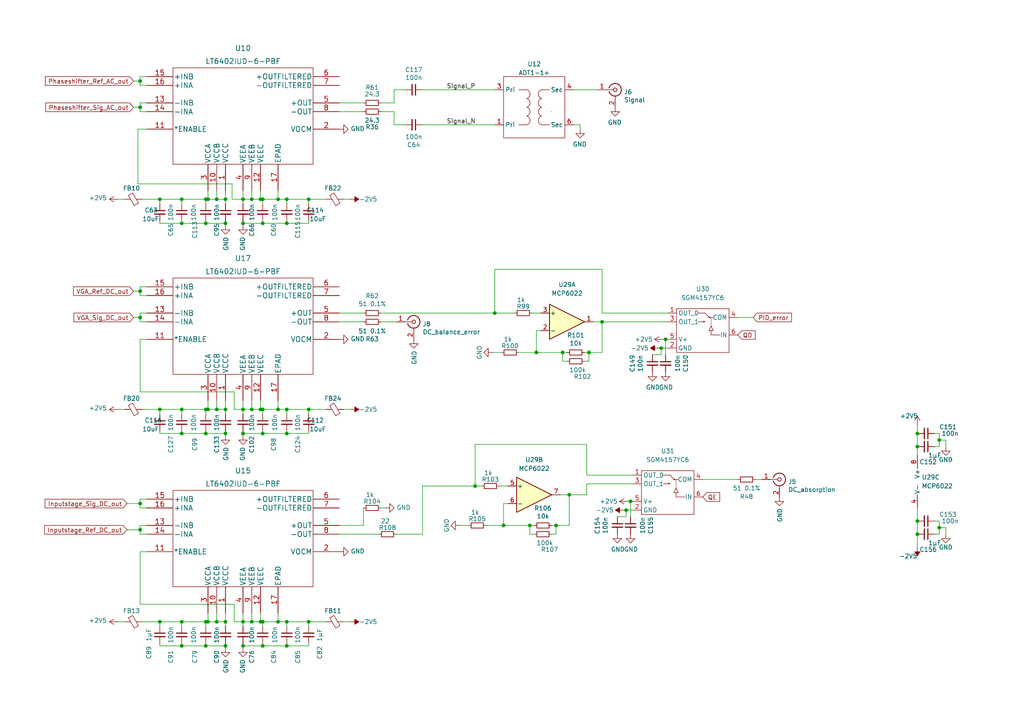
<source format=kicad_sch>
(kicad_sch (version 20211123) (generator eeschema)

  (uuid fbecbf4b-deda-49b8-b004-a4a3df877e81)

  (paper "A4")

  (lib_symbols
    (symbol "ADT1-1:ADT1-1+" (in_bom yes) (on_board yes)
      (property "Reference" "U" (id 0) (at 0 15.24 0)
        (effects (font (size 1.27 1.27)))
      )
      (property "Value" "ADT1-1+" (id 1) (at 0 12.7 0)
        (effects (font (size 1.27 1.27)))
      )
      (property "Footprint" "" (id 2) (at 0 0 0)
        (effects (font (size 1.27 1.27)) hide)
      )
      (property "Datasheet" "" (id 3) (at 0 0 0)
        (effects (font (size 1.27 1.27)) hide)
      )
      (symbol "ADT1-1+_0_1"
        (rectangle (start -8.89 8.89) (end 8.89 -8.89)
          (stroke (width 0.1524) (type default) (color 0 0 0 0))
          (fill (type none))
        )
        (arc (start -2.1282 -5.08) (mid -1.2049 -3.81) (end -2.1282 -2.54)
          (stroke (width 0.1524) (type default) (color 0 0 0 0))
          (fill (type none))
        )
        (arc (start -2.1282 -2.54) (mid -1.2049 -1.27) (end -2.1282 0)
          (stroke (width 0.1524) (type default) (color 0 0 0 0))
          (fill (type none))
        )
        (arc (start -2.1282 0) (mid -1.2049 1.27) (end -2.1282 2.54)
          (stroke (width 0.1524) (type default) (color 0 0 0 0))
          (fill (type none))
        )
        (arc (start -2.1282 2.54) (mid -1.2049 3.81) (end -2.1282 5.08)
          (stroke (width 0.1524) (type default) (color 0 0 0 0))
          (fill (type none))
        )
        (polyline
          (pts
            (xy -4.445 -5.08)
            (xy -2.159 -5.08)
          )
          (stroke (width 0.1524) (type default) (color 0 0 0 0))
          (fill (type none))
        )
        (polyline
          (pts
            (xy -4.445 5.08)
            (xy -2.159 5.08)
          )
          (stroke (width 0.1524) (type default) (color 0 0 0 0))
          (fill (type none))
        )
        (polyline
          (pts
            (xy 4.445 -5.08)
            (xy 2.159 -5.08)
          )
          (stroke (width 0.1524) (type default) (color 0 0 0 0))
          (fill (type none))
        )
        (polyline
          (pts
            (xy 4.445 5.08)
            (xy 2.159 5.08)
          )
          (stroke (width 0.1524) (type default) (color 0 0 0 0))
          (fill (type none))
        )
        (arc (start 2.1282 -2.54) (mid 1.2049 -3.81) (end 2.1282 -5.08)
          (stroke (width 0.1524) (type default) (color 0 0 0 0))
          (fill (type none))
        )
        (arc (start 2.1282 0) (mid 1.2049 -1.27) (end 2.1282 -2.54)
          (stroke (width 0.1524) (type default) (color 0 0 0 0))
          (fill (type none))
        )
        (arc (start 2.1282 2.54) (mid 1.2049 1.27) (end 2.1282 0)
          (stroke (width 0.1524) (type default) (color 0 0 0 0))
          (fill (type none))
        )
        (arc (start 2.1282 5.08) (mid 1.2049 3.81) (end 2.1282 2.54)
          (stroke (width 0.1524) (type default) (color 0 0 0 0))
          (fill (type none))
        )
        (rectangle (start 5.08 1.27) (end 5.08 1.27)
          (stroke (width 0.1524) (type default) (color 0 0 0 0))
          (fill (type none))
        )
        (rectangle (start 5.08 1.27) (end 5.08 1.27)
          (stroke (width 0.1524) (type default) (color 0 0 0 0))
          (fill (type none))
        )
        (rectangle (start 5.08 1.27) (end 5.08 1.27)
          (stroke (width 0.1524) (type default) (color 0 0 0 0))
          (fill (type none))
        )
        (rectangle (start 5.08 1.27) (end 5.08 1.27)
          (stroke (width 0.1524) (type default) (color 0 0 0 0))
          (fill (type none))
        )
        (rectangle (start 5.08 1.27) (end 5.08 1.27)
          (stroke (width 0.1524) (type default) (color 0 0 0 0))
          (fill (type none))
        )
      )
      (symbol "ADT1-1+_1_1"
        (pin input line (at -11.43 5.08 0) (length 2.54)
          (name "Pri" (effects (font (size 1.27 1.27))))
          (number "1" (effects (font (size 1.27 1.27))))
        )
        (pin no_connect line (at -11.43 0 0) (length 2.54) hide
          (name "" (effects (font (size 1.27 1.27))))
          (number "2" (effects (font (size 1.27 1.27))))
        )
        (pin input line (at -11.43 -5.08 0) (length 2.54)
          (name "Pri" (effects (font (size 1.27 1.27))))
          (number "3" (effects (font (size 1.27 1.27))))
        )
        (pin input line (at 11.43 -5.08 180) (length 2.54)
          (name "Sec" (effects (font (size 1.27 1.27))))
          (number "4" (effects (font (size 1.27 1.27))))
        )
        (pin no_connect line (at 11.43 0 180) (length 2.54) hide
          (name "" (effects (font (size 1.27 1.27))))
          (number "5" (effects (font (size 1.27 1.27))))
        )
        (pin input line (at 11.43 5.08 180) (length 2.54)
          (name "Sec" (effects (font (size 1.27 1.27))))
          (number "6" (effects (font (size 1.27 1.27))))
        )
      )
    )
    (symbol "Amplifier_Operational:MCP6022" (pin_names (offset 0.127)) (in_bom yes) (on_board yes)
      (property "Reference" "U" (id 0) (at 0 5.08 0)
        (effects (font (size 1.27 1.27)) (justify left))
      )
      (property "Value" "MCP6022" (id 1) (at 0 -5.08 0)
        (effects (font (size 1.27 1.27)) (justify left))
      )
      (property "Footprint" "" (id 2) (at 0 0 0)
        (effects (font (size 1.27 1.27)) hide)
      )
      (property "Datasheet" "http://ww1.microchip.com/downloads/en/devicedoc/20001685e.pdf" (id 3) (at 0 0 0)
        (effects (font (size 1.27 1.27)) hide)
      )
      (property "ki_locked" "" (id 4) (at 0 0 0)
        (effects (font (size 1.27 1.27)))
      )
      (property "ki_keywords" "dual opamp rail-to-rail" (id 5) (at 0 0 0)
        (effects (font (size 1.27 1.27)) hide)
      )
      (property "ki_description" "Dual Operational Amplifiers, Rail-to-Rail Input/Output, DIP-8/SOIC-8/TSSOP-8" (id 6) (at 0 0 0)
        (effects (font (size 1.27 1.27)) hide)
      )
      (property "ki_fp_filters" "SOIC*3.9x4.9mm*P1.27mm* DIP*W7.62mm* TO*99* OnSemi*Micro8* TSSOP*3x3mm*P0.65mm* TSSOP*4.4x3mm*P0.65mm* MSOP*3x3mm*P0.65mm* SSOP*3.9x4.9mm*P0.635mm* LFCSP*2x2mm*P0.5mm* *SIP* SOIC*5.3x6.2mm*P1.27mm*" (id 7) (at 0 0 0)
        (effects (font (size 1.27 1.27)) hide)
      )
      (symbol "MCP6022_1_1"
        (polyline
          (pts
            (xy -5.08 5.08)
            (xy 5.08 0)
            (xy -5.08 -5.08)
            (xy -5.08 5.08)
          )
          (stroke (width 0.254) (type default) (color 0 0 0 0))
          (fill (type background))
        )
        (pin output line (at 7.62 0 180) (length 2.54)
          (name "~" (effects (font (size 1.27 1.27))))
          (number "1" (effects (font (size 1.27 1.27))))
        )
        (pin input line (at -7.62 -2.54 0) (length 2.54)
          (name "-" (effects (font (size 1.27 1.27))))
          (number "2" (effects (font (size 1.27 1.27))))
        )
        (pin input line (at -7.62 2.54 0) (length 2.54)
          (name "+" (effects (font (size 1.27 1.27))))
          (number "3" (effects (font (size 1.27 1.27))))
        )
      )
      (symbol "MCP6022_2_1"
        (polyline
          (pts
            (xy -5.08 5.08)
            (xy 5.08 0)
            (xy -5.08 -5.08)
            (xy -5.08 5.08)
          )
          (stroke (width 0.254) (type default) (color 0 0 0 0))
          (fill (type background))
        )
        (pin input line (at -7.62 2.54 0) (length 2.54)
          (name "+" (effects (font (size 1.27 1.27))))
          (number "5" (effects (font (size 1.27 1.27))))
        )
        (pin input line (at -7.62 -2.54 0) (length 2.54)
          (name "-" (effects (font (size 1.27 1.27))))
          (number "6" (effects (font (size 1.27 1.27))))
        )
        (pin output line (at 7.62 0 180) (length 2.54)
          (name "~" (effects (font (size 1.27 1.27))))
          (number "7" (effects (font (size 1.27 1.27))))
        )
      )
      (symbol "MCP6022_3_1"
        (pin power_in line (at -2.54 -7.62 90) (length 3.81)
          (name "V-" (effects (font (size 1.27 1.27))))
          (number "4" (effects (font (size 1.27 1.27))))
        )
        (pin power_in line (at -2.54 7.62 270) (length 3.81)
          (name "V+" (effects (font (size 1.27 1.27))))
          (number "8" (effects (font (size 1.27 1.27))))
        )
      )
    )
    (symbol "Connector:Conn_Coaxial" (pin_names (offset 1.016) hide) (in_bom yes) (on_board yes)
      (property "Reference" "J" (id 0) (at 0.254 3.048 0)
        (effects (font (size 1.27 1.27)))
      )
      (property "Value" "Conn_Coaxial" (id 1) (at 2.921 0 90)
        (effects (font (size 1.27 1.27)))
      )
      (property "Footprint" "" (id 2) (at 0 0 0)
        (effects (font (size 1.27 1.27)) hide)
      )
      (property "Datasheet" " ~" (id 3) (at 0 0 0)
        (effects (font (size 1.27 1.27)) hide)
      )
      (property "ki_keywords" "BNC SMA SMB SMC LEMO coaxial connector CINCH RCA" (id 4) (at 0 0 0)
        (effects (font (size 1.27 1.27)) hide)
      )
      (property "ki_description" "coaxial connector (BNC, SMA, SMB, SMC, Cinch/RCA, LEMO, ...)" (id 5) (at 0 0 0)
        (effects (font (size 1.27 1.27)) hide)
      )
      (property "ki_fp_filters" "*BNC* *SMA* *SMB* *SMC* *Cinch* *LEMO*" (id 6) (at 0 0 0)
        (effects (font (size 1.27 1.27)) hide)
      )
      (symbol "Conn_Coaxial_0_1"
        (arc (start -1.778 -0.508) (mid 0.2311 -1.8066) (end 1.778 0)
          (stroke (width 0.254) (type default) (color 0 0 0 0))
          (fill (type none))
        )
        (polyline
          (pts
            (xy -2.54 0)
            (xy -0.508 0)
          )
          (stroke (width 0) (type default) (color 0 0 0 0))
          (fill (type none))
        )
        (polyline
          (pts
            (xy 0 -2.54)
            (xy 0 -1.778)
          )
          (stroke (width 0) (type default) (color 0 0 0 0))
          (fill (type none))
        )
        (circle (center 0 0) (radius 0.508)
          (stroke (width 0.2032) (type default) (color 0 0 0 0))
          (fill (type none))
        )
        (arc (start 1.778 0) (mid 0.2099 1.8101) (end -1.778 0.508)
          (stroke (width 0.254) (type default) (color 0 0 0 0))
          (fill (type none))
        )
      )
      (symbol "Conn_Coaxial_1_1"
        (pin passive line (at -5.08 0 0) (length 2.54)
          (name "In" (effects (font (size 1.27 1.27))))
          (number "1" (effects (font (size 1.27 1.27))))
        )
        (pin passive line (at 0 -5.08 90) (length 2.54)
          (name "Ext" (effects (font (size 1.27 1.27))))
          (number "2" (effects (font (size 1.27 1.27))))
        )
      )
    )
    (symbol "Device:C_Small" (pin_numbers hide) (pin_names (offset 0.254) hide) (in_bom yes) (on_board yes)
      (property "Reference" "C" (id 0) (at 0.254 1.778 0)
        (effects (font (size 1.27 1.27)) (justify left))
      )
      (property "Value" "C_Small" (id 1) (at 0.254 -2.032 0)
        (effects (font (size 1.27 1.27)) (justify left))
      )
      (property "Footprint" "" (id 2) (at 0 0 0)
        (effects (font (size 1.27 1.27)) hide)
      )
      (property "Datasheet" "~" (id 3) (at 0 0 0)
        (effects (font (size 1.27 1.27)) hide)
      )
      (property "ki_keywords" "capacitor cap" (id 4) (at 0 0 0)
        (effects (font (size 1.27 1.27)) hide)
      )
      (property "ki_description" "Unpolarized capacitor, small symbol" (id 5) (at 0 0 0)
        (effects (font (size 1.27 1.27)) hide)
      )
      (property "ki_fp_filters" "C_*" (id 6) (at 0 0 0)
        (effects (font (size 1.27 1.27)) hide)
      )
      (symbol "C_Small_0_1"
        (polyline
          (pts
            (xy -1.524 -0.508)
            (xy 1.524 -0.508)
          )
          (stroke (width 0.3302) (type default) (color 0 0 0 0))
          (fill (type none))
        )
        (polyline
          (pts
            (xy -1.524 0.508)
            (xy 1.524 0.508)
          )
          (stroke (width 0.3048) (type default) (color 0 0 0 0))
          (fill (type none))
        )
      )
      (symbol "C_Small_1_1"
        (pin passive line (at 0 2.54 270) (length 2.032)
          (name "~" (effects (font (size 1.27 1.27))))
          (number "1" (effects (font (size 1.27 1.27))))
        )
        (pin passive line (at 0 -2.54 90) (length 2.032)
          (name "~" (effects (font (size 1.27 1.27))))
          (number "2" (effects (font (size 1.27 1.27))))
        )
      )
    )
    (symbol "Device:FerriteBead_Small" (pin_numbers hide) (pin_names (offset 0)) (in_bom yes) (on_board yes)
      (property "Reference" "FB" (id 0) (at 1.905 1.27 0)
        (effects (font (size 1.27 1.27)) (justify left))
      )
      (property "Value" "FerriteBead_Small" (id 1) (at 1.905 -1.27 0)
        (effects (font (size 1.27 1.27)) (justify left))
      )
      (property "Footprint" "" (id 2) (at -1.778 0 90)
        (effects (font (size 1.27 1.27)) hide)
      )
      (property "Datasheet" "~" (id 3) (at 0 0 0)
        (effects (font (size 1.27 1.27)) hide)
      )
      (property "ki_keywords" "L ferrite bead inductor filter" (id 4) (at 0 0 0)
        (effects (font (size 1.27 1.27)) hide)
      )
      (property "ki_description" "Ferrite bead, small symbol" (id 5) (at 0 0 0)
        (effects (font (size 1.27 1.27)) hide)
      )
      (property "ki_fp_filters" "Inductor_* L_* *Ferrite*" (id 6) (at 0 0 0)
        (effects (font (size 1.27 1.27)) hide)
      )
      (symbol "FerriteBead_Small_0_1"
        (polyline
          (pts
            (xy 0 -1.27)
            (xy 0 -0.7874)
          )
          (stroke (width 0) (type default) (color 0 0 0 0))
          (fill (type none))
        )
        (polyline
          (pts
            (xy 0 0.889)
            (xy 0 1.2954)
          )
          (stroke (width 0) (type default) (color 0 0 0 0))
          (fill (type none))
        )
        (polyline
          (pts
            (xy -1.8288 0.2794)
            (xy -1.1176 1.4986)
            (xy 1.8288 -0.2032)
            (xy 1.1176 -1.4224)
            (xy -1.8288 0.2794)
          )
          (stroke (width 0) (type default) (color 0 0 0 0))
          (fill (type none))
        )
      )
      (symbol "FerriteBead_Small_1_1"
        (pin passive line (at 0 2.54 270) (length 1.27)
          (name "~" (effects (font (size 1.27 1.27))))
          (number "1" (effects (font (size 1.27 1.27))))
        )
        (pin passive line (at 0 -2.54 90) (length 1.27)
          (name "~" (effects (font (size 1.27 1.27))))
          (number "2" (effects (font (size 1.27 1.27))))
        )
      )
    )
    (symbol "Device:R_Small" (pin_numbers hide) (pin_names (offset 0.254) hide) (in_bom yes) (on_board yes)
      (property "Reference" "R" (id 0) (at 0.762 0.508 0)
        (effects (font (size 1.27 1.27)) (justify left))
      )
      (property "Value" "R_Small" (id 1) (at 0.762 -1.016 0)
        (effects (font (size 1.27 1.27)) (justify left))
      )
      (property "Footprint" "" (id 2) (at 0 0 0)
        (effects (font (size 1.27 1.27)) hide)
      )
      (property "Datasheet" "~" (id 3) (at 0 0 0)
        (effects (font (size 1.27 1.27)) hide)
      )
      (property "ki_keywords" "R resistor" (id 4) (at 0 0 0)
        (effects (font (size 1.27 1.27)) hide)
      )
      (property "ki_description" "Resistor, small symbol" (id 5) (at 0 0 0)
        (effects (font (size 1.27 1.27)) hide)
      )
      (property "ki_fp_filters" "R_*" (id 6) (at 0 0 0)
        (effects (font (size 1.27 1.27)) hide)
      )
      (symbol "R_Small_0_1"
        (rectangle (start -0.762 1.778) (end 0.762 -1.778)
          (stroke (width 0.2032) (type default) (color 0 0 0 0))
          (fill (type none))
        )
      )
      (symbol "R_Small_1_1"
        (pin passive line (at 0 2.54 270) (length 0.762)
          (name "~" (effects (font (size 1.27 1.27))))
          (number "1" (effects (font (size 1.27 1.27))))
        )
        (pin passive line (at 0 -2.54 90) (length 0.762)
          (name "~" (effects (font (size 1.27 1.27))))
          (number "2" (effects (font (size 1.27 1.27))))
        )
      )
    )
    (symbol "LT6402:LT6402IUD-6-PBF" (pin_names (offset 0.254)) (in_bom yes) (on_board yes)
      (property "Reference" "U" (id 0) (at 0 17.78 0)
        (effects (font (size 1.524 1.524)))
      )
      (property "Value" "LT6402IUD-6-PBF" (id 1) (at 0 15.24 0)
        (effects (font (size 1.524 1.524)))
      )
      (property "Footprint" "QFN-16_UD_LIT" (id 2) (at 0 13.716 0)
        (effects (font (size 1.524 1.524)) hide)
      )
      (property "Datasheet" "" (id 3) (at -27.94 5.08 0)
        (effects (font (size 1.524 1.524)))
      )
      (property "ki_locked" "" (id 4) (at 0 0 0)
        (effects (font (size 1.27 1.27)))
      )
      (property "ki_fp_filters" "QFN-16_UD_LIT QFN-16_UD_LIT-M QFN-16_UD_LIT-L" (id 5) (at 0 0 0)
        (effects (font (size 1.27 1.27)) hide)
      )
      (symbol "LT6402IUD-6-PBF_1_1"
        (rectangle (start -20.32 12.7) (end 20.32 -15.24)
          (stroke (width 0) (type default) (color 0 0 0 0))
          (fill (type none))
        )
        (pin power_in line (at -5.08 -22.86 90) (length 7.62)
          (name "VCCC" (effects (font (size 1.4986 1.4986))))
          (number "1" (effects (font (size 1.4986 1.4986))))
        )
        (pin power_in line (at -7.62 -22.86 90) (length 7.62)
          (name "VCCB" (effects (font (size 1.4986 1.4986))))
          (number "10" (effects (font (size 1.4986 1.4986))))
        )
        (pin input line (at -27.94 -5.08 0) (length 7.62)
          (name "*ENABLE" (effects (font (size 1.4986 1.4986))))
          (number "11" (effects (font (size 1.4986 1.4986))))
        )
        (pin power_in line (at 5.08 -22.86 90) (length 7.62)
          (name "VEEC" (effects (font (size 1.4986 1.4986))))
          (number "12" (effects (font (size 1.4986 1.4986))))
        )
        (pin input line (at -27.94 2.54 0) (length 7.62)
          (name "-INB" (effects (font (size 1.4986 1.4986))))
          (number "13" (effects (font (size 1.4986 1.4986))))
        )
        (pin input line (at -27.94 0 0) (length 7.62)
          (name "-INA" (effects (font (size 1.4986 1.4986))))
          (number "14" (effects (font (size 1.4986 1.4986))))
        )
        (pin input line (at -27.94 10.16 0) (length 7.62)
          (name "+INB" (effects (font (size 1.4986 1.4986))))
          (number "15" (effects (font (size 1.4986 1.4986))))
        )
        (pin input line (at -27.94 7.62 0) (length 7.62)
          (name "+INA" (effects (font (size 1.4986 1.4986))))
          (number "16" (effects (font (size 1.4986 1.4986))))
        )
        (pin unspecified line (at 10.16 -22.86 90) (length 7.62)
          (name "EPAD" (effects (font (size 1.4986 1.4986))))
          (number "17" (effects (font (size 1.4986 1.4986))))
        )
        (pin output line (at 27.94 -5.08 180) (length 7.62)
          (name "VOCM" (effects (font (size 1.4986 1.4986))))
          (number "2" (effects (font (size 1.4986 1.4986))))
        )
        (pin power_in line (at -10.16 -22.86 90) (length 7.62)
          (name "VCCA" (effects (font (size 1.4986 1.4986))))
          (number "3" (effects (font (size 1.4986 1.4986))))
        )
        (pin power_in line (at 0 -22.86 90) (length 7.62)
          (name "VEEA" (effects (font (size 1.4986 1.4986))))
          (number "4" (effects (font (size 1.4986 1.4986))))
        )
        (pin output line (at 27.94 2.54 180) (length 7.62)
          (name "+OUT" (effects (font (size 1.4986 1.4986))))
          (number "5" (effects (font (size 1.4986 1.4986))))
        )
        (pin output line (at 27.94 10.16 180) (length 7.62)
          (name "+OUTFILTERED" (effects (font (size 1.4986 1.4986))))
          (number "6" (effects (font (size 1.4986 1.4986))))
        )
        (pin output line (at 27.94 7.62 180) (length 7.62)
          (name "-OUTFILTERED" (effects (font (size 1.4986 1.4986))))
          (number "7" (effects (font (size 1.4986 1.4986))))
        )
        (pin output line (at 27.94 0 180) (length 7.62)
          (name "-OUT" (effects (font (size 1.4986 1.4986))))
          (number "8" (effects (font (size 1.4986 1.4986))))
        )
        (pin power_in line (at 2.54 -22.86 90) (length 7.62)
          (name "VEEB" (effects (font (size 1.4986 1.4986))))
          (number "9" (effects (font (size 1.4986 1.4986))))
        )
      )
    )
    (symbol "SGM4157YC6:SGM4157YC6" (in_bom yes) (on_board yes)
      (property "Reference" "U" (id 0) (at 0 11.43 0)
        (effects (font (size 1.27 1.27)))
      )
      (property "Value" "SGM4157YC6" (id 1) (at 0 8.89 0)
        (effects (font (size 1.27 1.27)))
      )
      (property "Footprint" "footprints:SC-60" (id 2) (at 0 -7.62 0)
        (effects (font (size 1.27 1.27)) hide)
      )
      (property "Datasheet" "" (id 3) (at -17.78 2.54 0)
        (effects (font (size 1.27 1.27)) hide)
      )
      (symbol "SGM4157YC6_0_1"
        (rectangle (start -7.62 6.35) (end 7.62 -6.35)
          (stroke (width 0) (type default) (color 0 0 0 0))
          (fill (type none))
        )
        (circle (center -1.905 3.81) (radius 0.1368)
          (stroke (width 0) (type default) (color 0 0 0 0))
          (fill (type none))
        )
        (polyline
          (pts
            (xy -2.413 3.81)
            (xy -2.413 1.27)
          )
          (stroke (width 0.1) (type default) (color 0 0 0 0))
          (fill (type none))
        )
        (polyline
          (pts
            (xy -0.635 5.08)
            (xy 1.27 5.08)
          )
          (stroke (width 0) (type default) (color 0 0 0 0))
          (fill (type none))
        )
        (polyline
          (pts
            (xy 1.27 2.54)
            (xy -0.635 2.54)
          )
          (stroke (width 0) (type default) (color 0 0 0 0))
          (fill (type none))
        )
        (polyline
          (pts
            (xy -2.413 0)
            (xy -2.413 -1.27)
            (xy -4.953 -1.27)
          )
          (stroke (width 0) (type default) (color 0 0 0 0))
          (fill (type none))
        )
        (polyline
          (pts
            (xy -0.635 5.08)
            (xy -1.905 3.81)
            (xy -3.048 3.81)
          )
          (stroke (width 0) (type default) (color 0 0 0 0))
          (fill (type none))
        )
        (polyline
          (pts
            (xy -0.254 2.54)
            (xy -0.254 2.794)
            (xy -0.635 2.54)
          )
          (stroke (width 0) (type default) (color 0 0 0 0))
          (fill (type none))
        )
        (polyline
          (pts
            (xy -2.413 1.27)
            (xy -3.048 0)
            (xy -1.778 0)
            (xy -2.413 1.27)
          )
          (stroke (width 0) (type default) (color 0 0 0 0))
          (fill (type none))
        )
      )
      (symbol "SGM4157YC6_1_1"
        (pin output line (at 10.16 5.08 180) (length 2.54)
          (name "OUT_0" (effects (font (size 1.27 1.27))))
          (number "1" (effects (font (size 1.27 1.27))))
        )
        (pin passive line (at 10.16 -5.08 180) (length 2.54)
          (name "GND" (effects (font (size 1.27 1.27))))
          (number "2" (effects (font (size 1.27 1.27))))
        )
        (pin output line (at 10.16 2.54 180) (length 2.54)
          (name "OUT_1" (effects (font (size 1.27 1.27))))
          (number "3" (effects (font (size 1.27 1.27))))
        )
        (pin input line (at -10.16 3.81 0) (length 2.54)
          (name "COM" (effects (font (size 1.27 1.27))))
          (number "4" (effects (font (size 1.27 1.27))))
        )
        (pin passive line (at 10.16 -2.54 180) (length 2.54)
          (name "V+" (effects (font (size 1.27 1.27))))
          (number "5" (effects (font (size 1.27 1.27))))
        )
        (pin input line (at -10.16 -1.27 0) (length 2.54)
          (name "IN" (effects (font (size 1.27 1.27))))
          (number "6" (effects (font (size 1.27 1.27))))
        )
      )
    )
    (symbol "power:+2V5" (power) (pin_names (offset 0)) (in_bom yes) (on_board yes)
      (property "Reference" "#PWR" (id 0) (at 0 -3.81 0)
        (effects (font (size 1.27 1.27)) hide)
      )
      (property "Value" "+2V5" (id 1) (at 0 3.556 0)
        (effects (font (size 1.27 1.27)))
      )
      (property "Footprint" "" (id 2) (at 0 0 0)
        (effects (font (size 1.27 1.27)) hide)
      )
      (property "Datasheet" "" (id 3) (at 0 0 0)
        (effects (font (size 1.27 1.27)) hide)
      )
      (property "ki_keywords" "power-flag" (id 4) (at 0 0 0)
        (effects (font (size 1.27 1.27)) hide)
      )
      (property "ki_description" "Power symbol creates a global label with name \"+2V5\"" (id 5) (at 0 0 0)
        (effects (font (size 1.27 1.27)) hide)
      )
      (symbol "+2V5_0_1"
        (polyline
          (pts
            (xy -0.762 1.27)
            (xy 0 2.54)
          )
          (stroke (width 0) (type default) (color 0 0 0 0))
          (fill (type none))
        )
        (polyline
          (pts
            (xy 0 0)
            (xy 0 2.54)
          )
          (stroke (width 0) (type default) (color 0 0 0 0))
          (fill (type none))
        )
        (polyline
          (pts
            (xy 0 2.54)
            (xy 0.762 1.27)
          )
          (stroke (width 0) (type default) (color 0 0 0 0))
          (fill (type none))
        )
      )
      (symbol "+2V5_1_1"
        (pin power_in line (at 0 0 90) (length 0) hide
          (name "+2V5" (effects (font (size 1.27 1.27))))
          (number "1" (effects (font (size 1.27 1.27))))
        )
      )
    )
    (symbol "power:-2V5" (power) (pin_names (offset 0)) (in_bom yes) (on_board yes)
      (property "Reference" "#PWR" (id 0) (at 0 2.54 0)
        (effects (font (size 1.27 1.27)) hide)
      )
      (property "Value" "-2V5" (id 1) (at 0 3.81 0)
        (effects (font (size 1.27 1.27)))
      )
      (property "Footprint" "" (id 2) (at 0 0 0)
        (effects (font (size 1.27 1.27)) hide)
      )
      (property "Datasheet" "" (id 3) (at 0 0 0)
        (effects (font (size 1.27 1.27)) hide)
      )
      (property "ki_keywords" "power-flag" (id 4) (at 0 0 0)
        (effects (font (size 1.27 1.27)) hide)
      )
      (property "ki_description" "Power symbol creates a global label with name \"-2V5\"" (id 5) (at 0 0 0)
        (effects (font (size 1.27 1.27)) hide)
      )
      (symbol "-2V5_0_0"
        (pin power_in line (at 0 0 90) (length 0) hide
          (name "-2V5" (effects (font (size 1.27 1.27))))
          (number "1" (effects (font (size 1.27 1.27))))
        )
      )
      (symbol "-2V5_0_1"
        (polyline
          (pts
            (xy 0 0)
            (xy 0 1.27)
            (xy 0.762 1.27)
            (xy 0 2.54)
            (xy -0.762 1.27)
            (xy 0 1.27)
          )
          (stroke (width 0) (type default) (color 0 0 0 0))
          (fill (type outline))
        )
      )
    )
    (symbol "power:GND" (power) (pin_names (offset 0)) (in_bom yes) (on_board yes)
      (property "Reference" "#PWR" (id 0) (at 0 -6.35 0)
        (effects (font (size 1.27 1.27)) hide)
      )
      (property "Value" "GND" (id 1) (at 0 -3.81 0)
        (effects (font (size 1.27 1.27)))
      )
      (property "Footprint" "" (id 2) (at 0 0 0)
        (effects (font (size 1.27 1.27)) hide)
      )
      (property "Datasheet" "" (id 3) (at 0 0 0)
        (effects (font (size 1.27 1.27)) hide)
      )
      (property "ki_keywords" "power-flag" (id 4) (at 0 0 0)
        (effects (font (size 1.27 1.27)) hide)
      )
      (property "ki_description" "Power symbol creates a global label with name \"GND\" , ground" (id 5) (at 0 0 0)
        (effects (font (size 1.27 1.27)) hide)
      )
      (symbol "GND_0_1"
        (polyline
          (pts
            (xy 0 0)
            (xy 0 -1.27)
            (xy 1.27 -1.27)
            (xy 0 -2.54)
            (xy -1.27 -1.27)
            (xy 0 -1.27)
          )
          (stroke (width 0) (type default) (color 0 0 0 0))
          (fill (type none))
        )
      )
      (symbol "GND_1_1"
        (pin power_in line (at 0 0 270) (length 0) hide
          (name "GND" (effects (font (size 1.27 1.27))))
          (number "1" (effects (font (size 1.27 1.27))))
        )
      )
    )
  )

  (junction (at 83.185 125.73) (diameter 0) (color 0 0 0 0)
    (uuid 043179da-7d57-4a41-a097-0e765c467781)
  )
  (junction (at 40.64 146.05) (diameter 0) (color 0 0 0 0)
    (uuid 0807d1ca-6c75-4058-8006-01ffc1753bb6)
  )
  (junction (at 191.77 100.965) (diameter 0) (color 0 0 0 0)
    (uuid 0826ddeb-a504-47de-89b8-641cfc8f2dda)
  )
  (junction (at 46.355 180.34) (diameter 0) (color 0 0 0 0)
    (uuid 0afbdb9e-fad0-4213-aae2-d6da81c060a4)
  )
  (junction (at 70.485 118.745) (diameter 0) (color 0 0 0 0)
    (uuid 0e553a02-5e43-4d34-b054-88f16ab75ead)
  )
  (junction (at 65.405 64.77) (diameter 0) (color 0 0 0 0)
    (uuid 0f854744-621c-4ee7-b159-8b70b1c08466)
  )
  (junction (at 80.645 180.34) (diameter 0) (color 0 0 0 0)
    (uuid 14cac44f-b8a6-4f45-b22d-6425c0fc61bc)
  )
  (junction (at 76.2 118.745) (diameter 0) (color 0 0 0 0)
    (uuid 18d82312-024e-4639-9f61-dc1ee0f481ce)
  )
  (junction (at 76.2 57.785) (diameter 0) (color 0 0 0 0)
    (uuid 19dc5385-5b28-47cd-a116-41d118c52bd2)
  )
  (junction (at 272.415 153.035) (diameter 0) (color 0 0 0 0)
    (uuid 1fa16a28-a894-4886-bff2-2713d5f76e59)
  )
  (junction (at 52.705 187.325) (diameter 0) (color 0 0 0 0)
    (uuid 215771ba-b6b9-4507-847b-1d41b7a3a342)
  )
  (junction (at 155.575 102.235) (diameter 0) (color 0 0 0 0)
    (uuid 221c0cca-f4af-4324-a566-7f96d15af479)
  )
  (junction (at 153.67 152.4) (diameter 0) (color 0 0 0 0)
    (uuid 23ad824c-4b6a-49f2-94c9-ccc2d208008f)
  )
  (junction (at 80.645 118.745) (diameter 0) (color 0 0 0 0)
    (uuid 278c80a2-fbd2-4e1e-95e5-f5a327106396)
  )
  (junction (at 65.405 118.745) (diameter 0) (color 0 0 0 0)
    (uuid 2cdceb57-9607-4fbe-a305-acf1b9bf3e36)
  )
  (junction (at 40.64 153.67) (diameter 0) (color 0 0 0 0)
    (uuid 2df6636e-7860-46e7-ae0d-83efe1a25d4d)
  )
  (junction (at 193.04 98.425) (diameter 0) (color 0 0 0 0)
    (uuid 2e9bbcf7-7665-4f55-a7b1-6672e9fd167b)
  )
  (junction (at 59.69 125.73) (diameter 0) (color 0 0 0 0)
    (uuid 32ffcd05-9ac7-4929-aae8-20cdc281cc00)
  )
  (junction (at 40.64 31.115) (diameter 0) (color 0 0 0 0)
    (uuid 36f0038f-7a7d-44a3-a6fe-ce80290d0d3d)
  )
  (junction (at 73.025 118.745) (diameter 0) (color 0 0 0 0)
    (uuid 38a5bbcc-00a0-42f6-9c90-de353500ef7d)
  )
  (junction (at 46.355 118.745) (diameter 0) (color 0 0 0 0)
    (uuid 3916af59-ea2d-4f37-9989-fba6e8f3787f)
  )
  (junction (at 75.565 118.745) (diameter 0) (color 0 0 0 0)
    (uuid 3e29e774-bf84-41d3-9b56-2837bfe1a7a5)
  )
  (junction (at 83.185 187.325) (diameter 0) (color 0 0 0 0)
    (uuid 44018e0c-58d8-4ee0-8499-c086e1da2b45)
  )
  (junction (at 52.705 118.745) (diameter 0) (color 0 0 0 0)
    (uuid 44b9ff07-4301-48cc-926f-d28a1b14eb19)
  )
  (junction (at 143.51 90.805) (diameter 0) (color 0 0 0 0)
    (uuid 4832cda5-5fe9-4708-aeb8-674504592bc4)
  )
  (junction (at 76.2 187.325) (diameter 0) (color 0 0 0 0)
    (uuid 4db835a0-aca4-455b-b3ec-36f7b80f290f)
  )
  (junction (at 59.69 187.325) (diameter 0) (color 0 0 0 0)
    (uuid 4e5f633e-6ffc-4630-89fa-a195990c8064)
  )
  (junction (at 52.705 125.73) (diameter 0) (color 0 0 0 0)
    (uuid 526cb3ea-fdee-4bbc-9436-fad70dc2aa5d)
  )
  (junction (at 40.64 23.495) (diameter 0) (color 0 0 0 0)
    (uuid 5fe21a20-ee12-4962-b25e-707d9b824644)
  )
  (junction (at 59.69 64.77) (diameter 0) (color 0 0 0 0)
    (uuid 650bb393-a720-4d8d-96b2-012a10ff33ef)
  )
  (junction (at 163.195 102.235) (diameter 0) (color 0 0 0 0)
    (uuid 66ea889a-b780-41d7-9e59-32d4ecb6e6ab)
  )
  (junction (at 60.325 180.34) (diameter 0) (color 0 0 0 0)
    (uuid 68ac2771-52cf-4397-91c4-ee91ebd62d16)
  )
  (junction (at 70.485 125.73) (diameter 0) (color 0 0 0 0)
    (uuid 6b2ce50d-23f2-4cca-bd9f-8bdb0a92359f)
  )
  (junction (at 266.065 151.13) (diameter 0) (color 0 0 0 0)
    (uuid 6ca13287-f900-4d2c-87d0-0848d80293c8)
  )
  (junction (at 52.705 180.34) (diameter 0) (color 0 0 0 0)
    (uuid 6eb47371-81d3-471a-a742-93831d7286ac)
  )
  (junction (at 46.355 57.785) (diameter 0) (color 0 0 0 0)
    (uuid 6f242fee-bba6-4efd-8d6b-20bfb5677826)
  )
  (junction (at 83.185 64.77) (diameter 0) (color 0 0 0 0)
    (uuid 6f813970-678c-4d1a-8d63-c6cdc483abb3)
  )
  (junction (at 62.865 118.745) (diameter 0) (color 0 0 0 0)
    (uuid 6ffe6f0e-a83c-42c3-bab2-182c94af7e97)
  )
  (junction (at 272.415 127.635) (diameter 0) (color 0 0 0 0)
    (uuid 71b54b63-4ae5-4809-8e7c-4a6680114813)
  )
  (junction (at 65.405 57.785) (diameter 0) (color 0 0 0 0)
    (uuid 78dd497b-c56a-4e86-ad56-8c6bc3f26095)
  )
  (junction (at 174.625 93.345) (diameter 0) (color 0 0 0 0)
    (uuid 7d697de7-ae37-416b-8564-e4af327cff84)
  )
  (junction (at 80.645 57.785) (diameter 0) (color 0 0 0 0)
    (uuid 8201e65e-f0bc-4d62-80af-f15949fa5423)
  )
  (junction (at 75.565 57.785) (diameter 0) (color 0 0 0 0)
    (uuid 841fa58b-2e1a-498d-b285-ae2a34565fe4)
  )
  (junction (at 161.29 152.4) (diameter 0) (color 0 0 0 0)
    (uuid 85e06da8-5b74-4383-aad0-e886e652211f)
  )
  (junction (at 70.485 187.325) (diameter 0) (color 0 0 0 0)
    (uuid 862e7fa0-7151-4327-99d7-98581fc5785e)
  )
  (junction (at 89.535 180.34) (diameter 0) (color 0 0 0 0)
    (uuid 8f96d1ea-28b4-4d9d-876a-aad94145393d)
  )
  (junction (at 181.61 147.955) (diameter 0) (color 0 0 0 0)
    (uuid 99effe72-eaef-41bf-a8bd-01804be6c5ff)
  )
  (junction (at 137.795 140.97) (diameter 0) (color 0 0 0 0)
    (uuid 9a32b04f-e5a9-4bb5-ae8b-538eaf49418b)
  )
  (junction (at 182.88 145.415) (diameter 0) (color 0 0 0 0)
    (uuid 9ba14092-9763-49c1-aee2-cf8843d4a8a4)
  )
  (junction (at 65.405 187.325) (diameter 0) (color 0 0 0 0)
    (uuid 9d7867b5-b820-4a34-8282-9c5036e2704f)
  )
  (junction (at 65.405 125.73) (diameter 0) (color 0 0 0 0)
    (uuid a24811d0-5843-4ce4-aff3-0f4123450bca)
  )
  (junction (at 59.69 57.785) (diameter 0) (color 0 0 0 0)
    (uuid a3453949-900b-4be4-8ca9-289a9866c9ad)
  )
  (junction (at 70.485 64.77) (diameter 0) (color 0 0 0 0)
    (uuid a5b04746-8f39-4417-ae1a-401d2dd10e5f)
  )
  (junction (at 73.025 57.785) (diameter 0) (color 0 0 0 0)
    (uuid a8f8392d-16ae-457a-9319-e2d152032412)
  )
  (junction (at 60.325 57.785) (diameter 0) (color 0 0 0 0)
    (uuid a997856f-ec3c-49e9-8d17-6be05a8ecbbc)
  )
  (junction (at 165.1 143.51) (diameter 0) (color 0 0 0 0)
    (uuid ad9473aa-9499-494f-a5d0-31bc5548c23a)
  )
  (junction (at 73.025 180.34) (diameter 0) (color 0 0 0 0)
    (uuid b06a4d46-266b-4c36-bbdd-51cabd25702c)
  )
  (junction (at 76.2 125.73) (diameter 0) (color 0 0 0 0)
    (uuid b315b761-a3b1-4d93-a848-9f69a1b25c01)
  )
  (junction (at 170.815 102.235) (diameter 0) (color 0 0 0 0)
    (uuid b7b2527e-c4a4-47b0-b2e4-47a286291075)
  )
  (junction (at 65.405 180.34) (diameter 0) (color 0 0 0 0)
    (uuid ba59c261-43ff-4651-b06c-904d27c0125c)
  )
  (junction (at 266.065 125.73) (diameter 0) (color 0 0 0 0)
    (uuid bcddee5b-a30e-4297-8d66-e491d6d2762d)
  )
  (junction (at 70.485 57.785) (diameter 0) (color 0 0 0 0)
    (uuid bd6c47dc-2a03-4a79-8d30-5dfca24be66b)
  )
  (junction (at 89.535 118.745) (diameter 0) (color 0 0 0 0)
    (uuid beffe5bb-8ecd-4a2c-92f5-b578d9767904)
  )
  (junction (at 60.325 118.745) (diameter 0) (color 0 0 0 0)
    (uuid bff937dd-97fc-4407-a020-289c7808e8f2)
  )
  (junction (at 83.185 57.785) (diameter 0) (color 0 0 0 0)
    (uuid c4ceb2ec-7626-43de-be39-e8b94f29c673)
  )
  (junction (at 146.05 152.4) (diameter 0) (color 0 0 0 0)
    (uuid c78f1204-3b18-4727-b824-f5e72f54804e)
  )
  (junction (at 40.64 84.455) (diameter 0) (color 0 0 0 0)
    (uuid ca40d177-3428-46b6-af6e-7de94537c3ee)
  )
  (junction (at 70.485 180.34) (diameter 0) (color 0 0 0 0)
    (uuid cc37eac9-7868-47ef-81b2-6c7ce05b4697)
  )
  (junction (at 52.705 64.77) (diameter 0) (color 0 0 0 0)
    (uuid cfc8ce88-305c-4e06-a98e-47cc070b80a0)
  )
  (junction (at 266.065 129.54) (diameter 0) (color 0 0 0 0)
    (uuid db6d0678-5300-4a6d-803c-22c535b046ac)
  )
  (junction (at 59.69 180.34) (diameter 0) (color 0 0 0 0)
    (uuid df462cf7-904c-4b05-8b9c-2847e037cfea)
  )
  (junction (at 89.535 57.785) (diameter 0) (color 0 0 0 0)
    (uuid e0ad13eb-0304-4ad3-864d-c3bdbad88cfc)
  )
  (junction (at 266.065 154.94) (diameter 0) (color 0 0 0 0)
    (uuid e4d07ebc-380c-47f0-8b9f-9aefd638a6c7)
  )
  (junction (at 83.185 180.34) (diameter 0) (color 0 0 0 0)
    (uuid e64e1ff4-ed31-49cb-9fc3-513f170e6c36)
  )
  (junction (at 62.865 57.785) (diameter 0) (color 0 0 0 0)
    (uuid e93a9193-8cd5-4a04-9719-b253bffcfaaa)
  )
  (junction (at 52.705 57.785) (diameter 0) (color 0 0 0 0)
    (uuid ebdfcb80-7918-4810-9699-f30f24322198)
  )
  (junction (at 76.2 180.34) (diameter 0) (color 0 0 0 0)
    (uuid ecccded3-4449-4f67-a06f-3931c645e15b)
  )
  (junction (at 76.2 64.77) (diameter 0) (color 0 0 0 0)
    (uuid ed8209bf-2aa0-4386-a65e-f40a6bf0e7e1)
  )
  (junction (at 59.69 118.745) (diameter 0) (color 0 0 0 0)
    (uuid f2ca0233-d93d-4823-a7f2-1ed0de9f4329)
  )
  (junction (at 40.64 92.075) (diameter 0) (color 0 0 0 0)
    (uuid f6654238-23e7-4009-a56b-4e4a8f846799)
  )
  (junction (at 75.565 180.34) (diameter 0) (color 0 0 0 0)
    (uuid fae500cb-90c8-4e2b-87d1-e5b251282e89)
  )
  (junction (at 83.185 118.745) (diameter 0) (color 0 0 0 0)
    (uuid fedd9643-dcb6-4471-b8c0-1ca1942b0714)
  )
  (junction (at 62.865 180.34) (diameter 0) (color 0 0 0 0)
    (uuid ff97f9ed-965f-4de0-b34a-b600d4dabf53)
  )

  (wire (pts (xy 160.02 154.94) (xy 161.29 154.94))
    (stroke (width 0) (type default) (color 0 0 0 0))
    (uuid 0016e56f-02ea-4254-b8b6-995e5adb5b16)
  )
  (wire (pts (xy 191.77 100.965) (xy 193.675 100.965))
    (stroke (width 0) (type default) (color 0 0 0 0))
    (uuid 00d17081-4b39-4a39-8908-aa557b760da4)
  )
  (wire (pts (xy 70.485 125.73) (xy 70.485 126.365))
    (stroke (width 0) (type default) (color 0 0 0 0))
    (uuid 00def5b1-cee3-4051-a514-339b8c7256d8)
  )
  (wire (pts (xy 89.535 118.745) (xy 83.185 118.745))
    (stroke (width 0) (type default) (color 0 0 0 0))
    (uuid 0289022e-66c0-4e7a-9c49-e3a38fe96163)
  )
  (wire (pts (xy 105.41 147.32) (xy 105.41 152.4))
    (stroke (width 0) (type default) (color 0 0 0 0))
    (uuid 03a0ff83-d1ee-44ae-a1ff-40c4e7598b61)
  )
  (wire (pts (xy 73.025 55.245) (xy 73.025 57.785))
    (stroke (width 0) (type default) (color 0 0 0 0))
    (uuid 046525e3-307e-4e86-884c-e2664cd3fb05)
  )
  (wire (pts (xy 73.025 180.34) (xy 70.485 180.34))
    (stroke (width 0) (type default) (color 0 0 0 0))
    (uuid 06070cf6-bcb0-4502-9291-a021d9c3b613)
  )
  (wire (pts (xy 133.35 152.4) (xy 135.89 152.4))
    (stroke (width 0) (type default) (color 0 0 0 0))
    (uuid 068a5b65-7de3-4f35-b13f-9bc52c73d28a)
  )
  (wire (pts (xy 70.485 186.69) (xy 70.485 187.325))
    (stroke (width 0) (type default) (color 0 0 0 0))
    (uuid 06a46ed9-e0ba-4e91-ad34-e5fb2e809c00)
  )
  (wire (pts (xy 272.415 153.035) (xy 272.415 154.94))
    (stroke (width 0) (type default) (color 0 0 0 0))
    (uuid 07134177-f93e-4418-8e35-f60d3b93dc10)
  )
  (wire (pts (xy 40.64 152.4) (xy 40.64 153.67))
    (stroke (width 0) (type default) (color 0 0 0 0))
    (uuid 09344103-615d-448a-9810-f100a258d432)
  )
  (wire (pts (xy 67.31 53.34) (xy 40.005 53.34))
    (stroke (width 0) (type default) (color 0 0 0 0))
    (uuid 0b4a543d-9101-4194-aa33-2819b942e787)
  )
  (wire (pts (xy 34.29 57.785) (xy 36.195 57.785))
    (stroke (width 0) (type default) (color 0 0 0 0))
    (uuid 0e7f5910-ca1c-470b-8582-4127b8c476f1)
  )
  (wire (pts (xy 70.485 64.135) (xy 70.485 64.77))
    (stroke (width 0) (type default) (color 0 0 0 0))
    (uuid 0ea75084-597b-47c6-a789-8fc562b96387)
  )
  (wire (pts (xy 146.05 146.05) (xy 146.05 152.4))
    (stroke (width 0) (type default) (color 0 0 0 0))
    (uuid 0f71a944-23f9-47b9-bc53-de0cd12cf5a1)
  )
  (wire (pts (xy 155.575 95.885) (xy 155.575 102.235))
    (stroke (width 0) (type default) (color 0 0 0 0))
    (uuid 10c1af3d-5759-47ec-a9c1-42a7bc0bc892)
  )
  (wire (pts (xy 114.3 26.035) (xy 117.475 26.035))
    (stroke (width 0) (type default) (color 0 0 0 0))
    (uuid 11a1efd0-c0d3-4b68-a822-34b55942bad5)
  )
  (wire (pts (xy 203.835 139.065) (xy 213.995 139.065))
    (stroke (width 0) (type default) (color 0 0 0 0))
    (uuid 12e75587-5924-4b98-81cb-eba6c0b50ffb)
  )
  (wire (pts (xy 52.705 57.785) (xy 59.69 57.785))
    (stroke (width 0) (type default) (color 0 0 0 0))
    (uuid 12eb5d67-f7ed-4897-ae8f-40edf9c22625)
  )
  (wire (pts (xy 40.005 37.465) (xy 42.545 37.465))
    (stroke (width 0) (type default) (color 0 0 0 0))
    (uuid 130b5057-1c7a-4485-bd37-2e4ace16f1d2)
  )
  (wire (pts (xy 161.29 152.4) (xy 165.1 152.4))
    (stroke (width 0) (type default) (color 0 0 0 0))
    (uuid 1335f846-6ab9-4f75-8266-bdbc180cee6a)
  )
  (wire (pts (xy 52.705 64.77) (xy 59.69 64.77))
    (stroke (width 0) (type default) (color 0 0 0 0))
    (uuid 1395a09e-d671-42cf-9177-2762e312f57b)
  )
  (wire (pts (xy 94.615 118.745) (xy 89.535 118.745))
    (stroke (width 0) (type default) (color 0 0 0 0))
    (uuid 14067e83-6e02-49ae-ba8d-a2e9ca969bcc)
  )
  (wire (pts (xy 40.64 22.225) (xy 42.545 22.225))
    (stroke (width 0) (type default) (color 0 0 0 0))
    (uuid 154bf335-b119-4597-b7f9-74a241e95c12)
  )
  (wire (pts (xy 99.695 118.745) (xy 101.6 118.745))
    (stroke (width 0) (type default) (color 0 0 0 0))
    (uuid 15704999-45c1-4a62-8360-160a65624fdf)
  )
  (wire (pts (xy 46.355 186.69) (xy 46.355 187.325))
    (stroke (width 0) (type default) (color 0 0 0 0))
    (uuid 16a59f9a-a7d8-405a-a4e5-2b696ed3aec7)
  )
  (wire (pts (xy 271.145 125.73) (xy 272.415 125.73))
    (stroke (width 0) (type default) (color 0 0 0 0))
    (uuid 176c322e-2487-442d-88fe-29ce70f96fa0)
  )
  (wire (pts (xy 52.705 118.745) (xy 52.705 120.015))
    (stroke (width 0) (type default) (color 0 0 0 0))
    (uuid 17e7c4ae-73ed-4579-a886-14967c27d80c)
  )
  (wire (pts (xy 62.865 177.8) (xy 62.865 180.34))
    (stroke (width 0) (type default) (color 0 0 0 0))
    (uuid 18d7f5b0-95d0-46ff-9df5-5b916650d52e)
  )
  (wire (pts (xy 76.2 57.785) (xy 75.565 57.785))
    (stroke (width 0) (type default) (color 0 0 0 0))
    (uuid 1a1fa5a1-6739-490a-9319-b9d910aab1f9)
  )
  (wire (pts (xy 36.83 146.05) (xy 40.64 146.05))
    (stroke (width 0) (type default) (color 0 0 0 0))
    (uuid 1a3dd640-a36f-4698-8662-c50a96545af6)
  )
  (wire (pts (xy 80.645 55.245) (xy 80.645 57.785))
    (stroke (width 0) (type default) (color 0 0 0 0))
    (uuid 1a5ac08c-8f6f-480e-b481-fafaf74e4389)
  )
  (wire (pts (xy 80.645 180.34) (xy 76.2 180.34))
    (stroke (width 0) (type default) (color 0 0 0 0))
    (uuid 1ba55628-f32a-4156-a6ef-21ed415c4ad9)
  )
  (wire (pts (xy 40.64 175.26) (xy 40.64 160.02))
    (stroke (width 0) (type default) (color 0 0 0 0))
    (uuid 1ba5ad5e-8a9a-4117-86a4-0c8a85aeefb8)
  )
  (wire (pts (xy 80.645 177.8) (xy 80.645 180.34))
    (stroke (width 0) (type default) (color 0 0 0 0))
    (uuid 1ce8b2d3-9c93-4c93-b532-89e6bebc42c7)
  )
  (wire (pts (xy 156.845 95.885) (xy 155.575 95.885))
    (stroke (width 0) (type default) (color 0 0 0 0))
    (uuid 1d40fb1a-8008-4bc6-905a-8f34bed769c4)
  )
  (wire (pts (xy 170.18 143.51) (xy 170.18 140.335))
    (stroke (width 0) (type default) (color 0 0 0 0))
    (uuid 1d7e6f2a-354f-4c07-b7d3-94c67a78eed2)
  )
  (wire (pts (xy 80.645 57.785) (xy 76.2 57.785))
    (stroke (width 0) (type default) (color 0 0 0 0))
    (uuid 1e7e0a5c-051b-4cff-804c-ed2f62ef83bb)
  )
  (wire (pts (xy 76.2 64.77) (xy 70.485 64.77))
    (stroke (width 0) (type default) (color 0 0 0 0))
    (uuid 1eedb67e-9c63-4b3f-8a60-71099a37673c)
  )
  (wire (pts (xy 150.495 102.235) (xy 155.575 102.235))
    (stroke (width 0) (type default) (color 0 0 0 0))
    (uuid 200693fe-531e-44b0-b515-7acb248a3cef)
  )
  (wire (pts (xy 110.49 32.385) (xy 114.3 32.385))
    (stroke (width 0) (type default) (color 0 0 0 0))
    (uuid 204b6d67-c975-4179-91e5-c72a9356a260)
  )
  (wire (pts (xy 75.565 180.34) (xy 73.025 180.34))
    (stroke (width 0) (type default) (color 0 0 0 0))
    (uuid 2273258f-319d-4451-8df1-c3668d168108)
  )
  (wire (pts (xy 192.405 98.425) (xy 193.04 98.425))
    (stroke (width 0) (type default) (color 0 0 0 0))
    (uuid 232458ae-d30d-42fd-8ea6-320475d792a5)
  )
  (wire (pts (xy 62.865 55.245) (xy 62.865 57.785))
    (stroke (width 0) (type default) (color 0 0 0 0))
    (uuid 23c534cf-0a13-47e2-894f-3b6a9886df45)
  )
  (wire (pts (xy 191.77 102.87) (xy 191.77 100.965))
    (stroke (width 0) (type default) (color 0 0 0 0))
    (uuid 24160e01-10d9-4da8-9407-6aa4e4a2276d)
  )
  (wire (pts (xy 52.705 186.69) (xy 52.705 187.325))
    (stroke (width 0) (type default) (color 0 0 0 0))
    (uuid 27070a27-c356-4951-8ff4-4edc98a6b781)
  )
  (wire (pts (xy 59.69 57.785) (xy 59.69 59.055))
    (stroke (width 0) (type default) (color 0 0 0 0))
    (uuid 277d3daa-2534-4e00-b900-88f939ab0c5e)
  )
  (wire (pts (xy 99.695 180.34) (xy 101.6 180.34))
    (stroke (width 0) (type default) (color 0 0 0 0))
    (uuid 292b1de8-52a2-44dd-95f9-12f08f83ef53)
  )
  (wire (pts (xy 36.83 153.67) (xy 40.64 153.67))
    (stroke (width 0) (type default) (color 0 0 0 0))
    (uuid 2940487e-9c40-4f6d-a27a-083a038787d6)
  )
  (wire (pts (xy 65.405 64.135) (xy 65.405 64.77))
    (stroke (width 0) (type default) (color 0 0 0 0))
    (uuid 298fcbd6-f7d4-49c5-8b20-a3b7c5f22887)
  )
  (wire (pts (xy 83.185 57.785) (xy 80.645 57.785))
    (stroke (width 0) (type default) (color 0 0 0 0))
    (uuid 29fa26ee-1874-4555-a9ad-07c47bfe19e9)
  )
  (wire (pts (xy 73.025 177.8) (xy 73.025 180.34))
    (stroke (width 0) (type default) (color 0 0 0 0))
    (uuid 2a0612fc-4eda-4748-bc2c-adfb23cbdecf)
  )
  (wire (pts (xy 213.995 92.075) (xy 218.44 92.075))
    (stroke (width 0) (type default) (color 0 0 0 0))
    (uuid 2ab74dd4-8134-42dc-8b2b-b7aa0ba21f27)
  )
  (wire (pts (xy 143.51 90.805) (xy 149.225 90.805))
    (stroke (width 0) (type default) (color 0 0 0 0))
    (uuid 2afd6e04-2f5f-4f31-86c1-ef392532e287)
  )
  (wire (pts (xy 70.485 180.34) (xy 67.945 180.34))
    (stroke (width 0) (type default) (color 0 0 0 0))
    (uuid 2b7a939d-8358-49db-b6a0-2230fddadc0c)
  )
  (wire (pts (xy 76.2 118.745) (xy 76.2 120.015))
    (stroke (width 0) (type default) (color 0 0 0 0))
    (uuid 2df09787-228c-4c4c-a8d7-bbecb56bae46)
  )
  (wire (pts (xy 272.415 154.94) (xy 271.145 154.94))
    (stroke (width 0) (type default) (color 0 0 0 0))
    (uuid 2e6e6245-7c31-4b81-8737-156e88c835eb)
  )
  (wire (pts (xy 266.065 147.32) (xy 266.065 151.13))
    (stroke (width 0) (type default) (color 0 0 0 0))
    (uuid 2ef8ad16-cdf4-4437-b23e-a5ffb17e7e2e)
  )
  (wire (pts (xy 40.64 23.495) (xy 40.64 22.225))
    (stroke (width 0) (type default) (color 0 0 0 0))
    (uuid 2fe4f383-9da8-4133-bf79-d4ae8a9dbeaa)
  )
  (wire (pts (xy 89.535 187.325) (xy 83.185 187.325))
    (stroke (width 0) (type default) (color 0 0 0 0))
    (uuid 312a68af-7dd1-496d-923a-f1f6eb7a2f9a)
  )
  (wire (pts (xy 144.78 140.97) (xy 147.32 140.97))
    (stroke (width 0) (type default) (color 0 0 0 0))
    (uuid 318e57e3-c72c-42fd-bf1d-36cd6bcf561a)
  )
  (wire (pts (xy 174.625 78.105) (xy 143.51 78.105))
    (stroke (width 0) (type default) (color 0 0 0 0))
    (uuid 31b555a0-5661-4031-a30e-d1825e1bee86)
  )
  (wire (pts (xy 41.275 180.34) (xy 46.355 180.34))
    (stroke (width 0) (type default) (color 0 0 0 0))
    (uuid 33ad865c-923c-4c5f-8365-2d8e5b6f4814)
  )
  (wire (pts (xy 65.405 125.095) (xy 65.405 125.73))
    (stroke (width 0) (type default) (color 0 0 0 0))
    (uuid 33b3048d-22b5-4789-9ed6-45017511b13b)
  )
  (wire (pts (xy 65.405 57.785) (xy 65.405 59.055))
    (stroke (width 0) (type default) (color 0 0 0 0))
    (uuid 35d4cccf-b1c7-4744-8248-719f39159456)
  )
  (wire (pts (xy 272.415 151.13) (xy 272.415 153.035))
    (stroke (width 0) (type default) (color 0 0 0 0))
    (uuid 35e6ade2-c085-41f6-b6b8-f9f4068f587d)
  )
  (wire (pts (xy 67.945 175.26) (xy 40.64 175.26))
    (stroke (width 0) (type default) (color 0 0 0 0))
    (uuid 3654da46-fb06-4a85-8ddb-fb77eb22cfa9)
  )
  (wire (pts (xy 65.405 187.325) (xy 65.405 187.96))
    (stroke (width 0) (type default) (color 0 0 0 0))
    (uuid 3656ec10-6b79-4f6d-8233-d405f06b1ddf)
  )
  (wire (pts (xy 94.615 180.34) (xy 89.535 180.34))
    (stroke (width 0) (type default) (color 0 0 0 0))
    (uuid 36ebb654-856e-442a-94af-e6d597cb015a)
  )
  (wire (pts (xy 179.07 149.86) (xy 181.61 149.86))
    (stroke (width 0) (type default) (color 0 0 0 0))
    (uuid 3814590d-39cb-4393-97c2-b0e05d46a47e)
  )
  (wire (pts (xy 89.535 125.73) (xy 83.185 125.73))
    (stroke (width 0) (type default) (color 0 0 0 0))
    (uuid 38a0cdb8-5729-4e7f-8be6-cdf65f0b12f1)
  )
  (wire (pts (xy 161.29 154.94) (xy 161.29 152.4))
    (stroke (width 0) (type default) (color 0 0 0 0))
    (uuid 3ae828c6-68b8-48b3-98a5-f91707cdd13f)
  )
  (wire (pts (xy 42.545 152.4) (xy 40.64 152.4))
    (stroke (width 0) (type default) (color 0 0 0 0))
    (uuid 3b1c2fbe-4dad-4c0c-bbf5-00ec9a89c7be)
  )
  (wire (pts (xy 59.69 125.73) (xy 65.405 125.73))
    (stroke (width 0) (type default) (color 0 0 0 0))
    (uuid 3b34c9ba-e55d-4028-9c87-2586ecb5d856)
  )
  (wire (pts (xy 89.535 118.745) (xy 89.535 120.015))
    (stroke (width 0) (type default) (color 0 0 0 0))
    (uuid 3b53046a-f45c-4c6e-b670-25dfc8f6f4db)
  )
  (wire (pts (xy 67.31 57.785) (xy 67.31 53.34))
    (stroke (width 0) (type default) (color 0 0 0 0))
    (uuid 3c1e3fb4-6310-4313-8c2e-f28cb55166dc)
  )
  (wire (pts (xy 75.565 118.745) (xy 73.025 118.745))
    (stroke (width 0) (type default) (color 0 0 0 0))
    (uuid 3f3bebee-0f05-4a6c-a5f0-04056664b728)
  )
  (wire (pts (xy 170.18 137.795) (xy 170.18 128.905))
    (stroke (width 0) (type default) (color 0 0 0 0))
    (uuid 3f53d923-26d6-4886-9f2d-ea2fc725f744)
  )
  (wire (pts (xy 46.355 64.135) (xy 46.355 64.77))
    (stroke (width 0) (type default) (color 0 0 0 0))
    (uuid 4099b1f5-2427-4090-b5fc-a15a3547fee9)
  )
  (wire (pts (xy 122.555 140.97) (xy 137.795 140.97))
    (stroke (width 0) (type default) (color 0 0 0 0))
    (uuid 40da3676-07f2-4402-bf75-5621ab1953da)
  )
  (wire (pts (xy 59.69 125.095) (xy 59.69 125.73))
    (stroke (width 0) (type default) (color 0 0 0 0))
    (uuid 4267e989-40c5-4cdb-bb6a-742a57aa4c60)
  )
  (wire (pts (xy 75.565 55.245) (xy 75.565 57.785))
    (stroke (width 0) (type default) (color 0 0 0 0))
    (uuid 47456b86-670f-43ce-b314-2dbea7a3aa5c)
  )
  (wire (pts (xy 65.405 118.745) (xy 65.405 120.015))
    (stroke (width 0) (type default) (color 0 0 0 0))
    (uuid 486381cb-25b8-4d7f-99df-2984301129f2)
  )
  (wire (pts (xy 76.2 187.325) (xy 70.485 187.325))
    (stroke (width 0) (type default) (color 0 0 0 0))
    (uuid 4879ef55-3bf2-43bd-be9b-b64e9420fbda)
  )
  (wire (pts (xy 266.065 151.13) (xy 266.065 154.94))
    (stroke (width 0) (type default) (color 0 0 0 0))
    (uuid 48828129-ec2b-4797-b780-2d0c9b636650)
  )
  (wire (pts (xy 166.37 26.035) (xy 173.355 26.035))
    (stroke (width 0) (type default) (color 0 0 0 0))
    (uuid 4a169e34-b3aa-422c-8e0f-0d54002113ce)
  )
  (wire (pts (xy 180.975 147.955) (xy 181.61 147.955))
    (stroke (width 0) (type default) (color 0 0 0 0))
    (uuid 4ad687c5-ea58-4eee-bc4c-18fca01846dc)
  )
  (wire (pts (xy 83.185 125.73) (xy 76.2 125.73))
    (stroke (width 0) (type default) (color 0 0 0 0))
    (uuid 4c91762d-21e0-4648-86b4-9980a2bd0988)
  )
  (wire (pts (xy 182.88 145.415) (xy 183.515 145.415))
    (stroke (width 0) (type default) (color 0 0 0 0))
    (uuid 4cdf9944-beb0-4efe-87d1-d8472146b699)
  )
  (wire (pts (xy 52.705 125.095) (xy 52.705 125.73))
    (stroke (width 0) (type default) (color 0 0 0 0))
    (uuid 4cfd3cec-cb92-45d8-8ad0-58314b9aacb6)
  )
  (wire (pts (xy 60.325 116.205) (xy 60.325 118.745))
    (stroke (width 0) (type default) (color 0 0 0 0))
    (uuid 4d97adcf-b285-494b-839f-5bb18421fcd9)
  )
  (wire (pts (xy 174.625 93.345) (xy 174.625 102.235))
    (stroke (width 0) (type default) (color 0 0 0 0))
    (uuid 4e90b539-3de0-42af-8dbd-d5ab4b579ae7)
  )
  (wire (pts (xy 62.865 118.745) (xy 65.405 118.745))
    (stroke (width 0) (type default) (color 0 0 0 0))
    (uuid 4f611d05-c862-4534-a36a-cd1731d3bee9)
  )
  (wire (pts (xy 274.32 127.635) (xy 274.32 129.54))
    (stroke (width 0) (type default) (color 0 0 0 0))
    (uuid 4ff48d32-3f89-40b3-8a54-7ca9c9a791a4)
  )
  (wire (pts (xy 271.145 151.13) (xy 272.415 151.13))
    (stroke (width 0) (type default) (color 0 0 0 0))
    (uuid 522385bb-4e40-42b7-99ab-6002cf850aa3)
  )
  (wire (pts (xy 67.945 180.34) (xy 67.945 175.26))
    (stroke (width 0) (type default) (color 0 0 0 0))
    (uuid 52c55681-754e-4ce5-aaa8-480dba7b70c9)
  )
  (wire (pts (xy 40.64 144.78) (xy 42.545 144.78))
    (stroke (width 0) (type default) (color 0 0 0 0))
    (uuid 54c19797-1d01-4a0d-be16-97bb54589358)
  )
  (wire (pts (xy 34.29 118.745) (xy 36.195 118.745))
    (stroke (width 0) (type default) (color 0 0 0 0))
    (uuid 54c944e1-f47e-4ceb-a1a4-662e35e36ac3)
  )
  (wire (pts (xy 40.64 90.805) (xy 40.64 92.075))
    (stroke (width 0) (type default) (color 0 0 0 0))
    (uuid 5536a5a3-28a3-451c-b6da-96668bfd3f2c)
  )
  (wire (pts (xy 42.545 29.845) (xy 40.64 29.845))
    (stroke (width 0) (type default) (color 0 0 0 0))
    (uuid 5575dfda-f13b-4f6f-81ab-0e5dbc5f1331)
  )
  (wire (pts (xy 52.705 64.135) (xy 52.705 64.77))
    (stroke (width 0) (type default) (color 0 0 0 0))
    (uuid 55981414-9d00-4326-b119-28233d6224eb)
  )
  (wire (pts (xy 163.195 102.235) (xy 163.195 104.775))
    (stroke (width 0) (type default) (color 0 0 0 0))
    (uuid 55c635bc-df82-43c7-a04b-0c1994880689)
  )
  (wire (pts (xy 266.065 129.54) (xy 266.065 132.08))
    (stroke (width 0) (type default) (color 0 0 0 0))
    (uuid 570e519b-22fa-4b4a-81c4-d97b111617af)
  )
  (wire (pts (xy 89.535 180.34) (xy 83.185 180.34))
    (stroke (width 0) (type default) (color 0 0 0 0))
    (uuid 5724a32b-de94-480f-a79b-7ef0da725261)
  )
  (wire (pts (xy 70.485 125.095) (xy 70.485 125.73))
    (stroke (width 0) (type default) (color 0 0 0 0))
    (uuid 577d9983-45e0-4dc2-af20-5b1b325b23d8)
  )
  (wire (pts (xy 272.415 127.635) (xy 274.32 127.635))
    (stroke (width 0) (type default) (color 0 0 0 0))
    (uuid 5803e61e-f86e-41fe-9cc6-c18115ec6631)
  )
  (wire (pts (xy 193.675 90.805) (xy 174.625 90.805))
    (stroke (width 0) (type default) (color 0 0 0 0))
    (uuid 59c0f6d2-8f05-486c-be3e-d6a357f07735)
  )
  (wire (pts (xy 114.3 29.845) (xy 114.3 26.035))
    (stroke (width 0) (type default) (color 0 0 0 0))
    (uuid 59f35430-65b1-436c-8d6a-7ba6023ed7dc)
  )
  (wire (pts (xy 153.67 152.4) (xy 153.67 154.94))
    (stroke (width 0) (type default) (color 0 0 0 0))
    (uuid 59fdaadf-9fb4-44a0-8702-d16f1018121f)
  )
  (wire (pts (xy 98.425 32.385) (xy 105.41 32.385))
    (stroke (width 0) (type default) (color 0 0 0 0))
    (uuid 5a800e4a-803c-4f56-b148-5e2f597bf6d4)
  )
  (wire (pts (xy 170.18 128.905) (xy 137.795 128.905))
    (stroke (width 0) (type default) (color 0 0 0 0))
    (uuid 5f10c444-9c37-4b98-8668-5baeaaefb74b)
  )
  (wire (pts (xy 40.64 29.845) (xy 40.64 31.115))
    (stroke (width 0) (type default) (color 0 0 0 0))
    (uuid 5fb93d4c-095c-4bdf-8339-6b442eabe846)
  )
  (wire (pts (xy 272.415 125.73) (xy 272.415 127.635))
    (stroke (width 0) (type default) (color 0 0 0 0))
    (uuid 6053cd50-724c-4e5c-a236-e5a021169a94)
  )
  (wire (pts (xy 76.2 64.135) (xy 76.2 64.77))
    (stroke (width 0) (type default) (color 0 0 0 0))
    (uuid 6104dc86-df7d-42b3-aa23-f9a1ec83c4b9)
  )
  (wire (pts (xy 59.69 64.135) (xy 59.69 64.77))
    (stroke (width 0) (type default) (color 0 0 0 0))
    (uuid 62136380-689f-4c3f-a922-4a131eeb6f3e)
  )
  (wire (pts (xy 62.865 180.34) (xy 65.405 180.34))
    (stroke (width 0) (type default) (color 0 0 0 0))
    (uuid 632bafd7-7025-49de-8e3e-d545552c63f9)
  )
  (wire (pts (xy 182.245 145.415) (xy 182.88 145.415))
    (stroke (width 0) (type default) (color 0 0 0 0))
    (uuid 63cb8baa-aa8c-4a7f-bd6f-53e4fd3ada9d)
  )
  (wire (pts (xy 46.355 125.095) (xy 46.355 125.73))
    (stroke (width 0) (type default) (color 0 0 0 0))
    (uuid 642be7b7-f150-4999-82c1-2c4ce6319cb3)
  )
  (wire (pts (xy 70.485 57.785) (xy 70.485 59.055))
    (stroke (width 0) (type default) (color 0 0 0 0))
    (uuid 64b960d0-ac96-4b14-8db9-3cecf900aca3)
  )
  (wire (pts (xy 83.185 118.745) (xy 80.645 118.745))
    (stroke (width 0) (type default) (color 0 0 0 0))
    (uuid 66a25b6f-66e8-409d-93c9-701ed9947b91)
  )
  (wire (pts (xy 76.2 118.745) (xy 75.565 118.745))
    (stroke (width 0) (type default) (color 0 0 0 0))
    (uuid 679c6839-3c24-456e-aa53-605e52be0f14)
  )
  (wire (pts (xy 272.415 153.035) (xy 274.32 153.035))
    (stroke (width 0) (type default) (color 0 0 0 0))
    (uuid 69998fde-d0bd-43a2-a43d-06717e74991f)
  )
  (wire (pts (xy 59.69 180.34) (xy 59.69 181.61))
    (stroke (width 0) (type default) (color 0 0 0 0))
    (uuid 6af2c5b5-ec2d-4eb5-b818-633f1bfbca2f)
  )
  (wire (pts (xy 70.485 118.745) (xy 70.485 120.015))
    (stroke (width 0) (type default) (color 0 0 0 0))
    (uuid 6d30a73a-9236-44e6-8af0-d944e30896b4)
  )
  (wire (pts (xy 65.405 125.73) (xy 65.405 126.365))
    (stroke (width 0) (type default) (color 0 0 0 0))
    (uuid 6e200fba-df57-405b-b60e-756b79bc8336)
  )
  (wire (pts (xy 41.275 57.785) (xy 46.355 57.785))
    (stroke (width 0) (type default) (color 0 0 0 0))
    (uuid 6e282245-8f9d-46f8-802b-50e181e36bca)
  )
  (wire (pts (xy 40.64 98.425) (xy 42.545 98.425))
    (stroke (width 0) (type default) (color 0 0 0 0))
    (uuid 711e2087-be5c-41f9-83ce-62564c2a78dc)
  )
  (wire (pts (xy 65.405 180.34) (xy 65.405 181.61))
    (stroke (width 0) (type default) (color 0 0 0 0))
    (uuid 7183efbd-a224-4a65-ab28-228b6ac0b7e0)
  )
  (wire (pts (xy 191.135 100.965) (xy 191.77 100.965))
    (stroke (width 0) (type default) (color 0 0 0 0))
    (uuid 72e6e7c4-7d08-403a-b1d2-37ca4c19e32f)
  )
  (wire (pts (xy 59.69 180.34) (xy 60.325 180.34))
    (stroke (width 0) (type default) (color 0 0 0 0))
    (uuid 73842acd-4109-43df-a452-a2f8deac66f2)
  )
  (wire (pts (xy 80.645 116.205) (xy 80.645 118.745))
    (stroke (width 0) (type default) (color 0 0 0 0))
    (uuid 73a65f91-d605-4fea-93ce-a73f76c3f213)
  )
  (wire (pts (xy 98.425 154.94) (xy 109.855 154.94))
    (stroke (width 0) (type default) (color 0 0 0 0))
    (uuid 743d0cd7-9f1f-44b8-b240-0cfd0280c5d4)
  )
  (wire (pts (xy 40.64 92.075) (xy 40.64 93.345))
    (stroke (width 0) (type default) (color 0 0 0 0))
    (uuid 76d76105-4458-4e6d-878d-b88265c9e4bd)
  )
  (wire (pts (xy 40.64 144.78) (xy 40.64 146.05))
    (stroke (width 0) (type default) (color 0 0 0 0))
    (uuid 76d9ed42-9d58-4812-aeee-90b5a651bff7)
  )
  (wire (pts (xy 266.065 125.73) (xy 266.065 129.54))
    (stroke (width 0) (type default) (color 0 0 0 0))
    (uuid 771579e7-3374-46a6-ad44-09ff3ea4f49f)
  )
  (wire (pts (xy 89.535 64.135) (xy 89.535 64.77))
    (stroke (width 0) (type default) (color 0 0 0 0))
    (uuid 77f352af-d3b3-4b2e-8e8a-f55a12d9669d)
  )
  (wire (pts (xy 83.185 187.325) (xy 76.2 187.325))
    (stroke (width 0) (type default) (color 0 0 0 0))
    (uuid 79bd32b8-dda6-4700-972c-75d12361c650)
  )
  (wire (pts (xy 89.535 180.34) (xy 89.535 181.61))
    (stroke (width 0) (type default) (color 0 0 0 0))
    (uuid 79e0cc31-8f9b-48e5-912c-609ed3b1fda6)
  )
  (wire (pts (xy 70.485 180.34) (xy 70.485 181.61))
    (stroke (width 0) (type default) (color 0 0 0 0))
    (uuid 79e4b343-5282-47b0-8dc3-60be424352c5)
  )
  (wire (pts (xy 46.355 64.77) (xy 52.705 64.77))
    (stroke (width 0) (type default) (color 0 0 0 0))
    (uuid 7af9f866-7dd6-40c3-8a43-d04bf06d01d1)
  )
  (wire (pts (xy 70.485 57.785) (xy 70.485 55.245))
    (stroke (width 0) (type default) (color 0 0 0 0))
    (uuid 7bc63485-e36d-4089-979c-0b393ddedbc0)
  )
  (wire (pts (xy 46.355 125.73) (xy 52.705 125.73))
    (stroke (width 0) (type default) (color 0 0 0 0))
    (uuid 7bd9ad88-0c2d-4751-9944-3fe25ab653e3)
  )
  (wire (pts (xy 70.485 180.34) (xy 70.485 177.8))
    (stroke (width 0) (type default) (color 0 0 0 0))
    (uuid 7dc764e8-d9fb-4488-98e4-54596076b3b0)
  )
  (wire (pts (xy 162.56 143.51) (xy 165.1 143.51))
    (stroke (width 0) (type default) (color 0 0 0 0))
    (uuid 821368cd-e5a1-452c-b1a9-8e1da27f5583)
  )
  (wire (pts (xy 40.64 84.455) (xy 40.64 83.185))
    (stroke (width 0) (type default) (color 0 0 0 0))
    (uuid 828896c6-614c-43ad-9cfc-d2d46ad55fcd)
  )
  (wire (pts (xy 182.88 145.415) (xy 182.88 149.86))
    (stroke (width 0) (type default) (color 0 0 0 0))
    (uuid 829c0ffb-0b44-4db0-a843-978d561ec330)
  )
  (wire (pts (xy 46.355 118.745) (xy 52.705 118.745))
    (stroke (width 0) (type default) (color 0 0 0 0))
    (uuid 841cf035-67b9-45fe-8745-cc2dc337fccc)
  )
  (wire (pts (xy 98.425 90.805) (xy 105.41 90.805))
    (stroke (width 0) (type default) (color 0 0 0 0))
    (uuid 84538dab-2011-4fb1-a00e-7188672ba018)
  )
  (wire (pts (xy 52.705 180.34) (xy 52.705 181.61))
    (stroke (width 0) (type default) (color 0 0 0 0))
    (uuid 846074af-b6d6-4955-80fe-0854dfae7d3f)
  )
  (wire (pts (xy 272.415 127.635) (xy 272.415 129.54))
    (stroke (width 0) (type default) (color 0 0 0 0))
    (uuid 8511263e-5cf8-4acf-a790-8c609ccac152)
  )
  (wire (pts (xy 147.32 146.05) (xy 146.05 146.05))
    (stroke (width 0) (type default) (color 0 0 0 0))
    (uuid 856d3513-984c-4504-990f-bb89d9ee6b93)
  )
  (wire (pts (xy 181.61 147.955) (xy 183.515 147.955))
    (stroke (width 0) (type default) (color 0 0 0 0))
    (uuid 8599b884-bc11-4a4e-98d7-f6ae972cb116)
  )
  (wire (pts (xy 146.05 152.4) (xy 153.67 152.4))
    (stroke (width 0) (type default) (color 0 0 0 0))
    (uuid 861cd72b-fe70-4663-b92a-a87c29eae207)
  )
  (wire (pts (xy 174.625 93.345) (xy 193.675 93.345))
    (stroke (width 0) (type default) (color 0 0 0 0))
    (uuid 86ad428f-13d3-43d5-b6f6-898d55f1c66e)
  )
  (wire (pts (xy 170.18 140.335) (xy 183.515 140.335))
    (stroke (width 0) (type default) (color 0 0 0 0))
    (uuid 872c6518-722a-4b9c-b607-6aecddb35d92)
  )
  (wire (pts (xy 46.355 180.34) (xy 46.355 181.61))
    (stroke (width 0) (type default) (color 0 0 0 0))
    (uuid 87a792aa-586e-45b1-a1ee-76cddd89fc46)
  )
  (wire (pts (xy 62.865 116.205) (xy 62.865 118.745))
    (stroke (width 0) (type default) (color 0 0 0 0))
    (uuid 88246daa-d0c4-428e-a136-4774dc5c1786)
  )
  (wire (pts (xy 114.3 32.385) (xy 114.3 36.195))
    (stroke (width 0) (type default) (color 0 0 0 0))
    (uuid 886425df-409f-4f3b-804e-03ac1be511a4)
  )
  (wire (pts (xy 163.195 104.775) (xy 164.465 104.775))
    (stroke (width 0) (type default) (color 0 0 0 0))
    (uuid 8975f565-1aa3-4ee0-8dbc-5317ec937523)
  )
  (wire (pts (xy 83.185 64.77) (xy 76.2 64.77))
    (stroke (width 0) (type default) (color 0 0 0 0))
    (uuid 8a541e97-631c-4541-b417-ee8eca39157b)
  )
  (wire (pts (xy 38.735 84.455) (xy 40.64 84.455))
    (stroke (width 0) (type default) (color 0 0 0 0))
    (uuid 8a9cc2fc-d98c-4a8d-8d6c-e7a2b2de17f9)
  )
  (wire (pts (xy 170.815 104.775) (xy 170.815 102.235))
    (stroke (width 0) (type default) (color 0 0 0 0))
    (uuid 8c16f916-895a-4ad4-8fe4-100ccc4eca39)
  )
  (wire (pts (xy 42.545 85.725) (xy 40.64 85.725))
    (stroke (width 0) (type default) (color 0 0 0 0))
    (uuid 8ccf1408-7ec3-4d5a-bb58-c069468fad44)
  )
  (wire (pts (xy 60.325 57.785) (xy 62.865 57.785))
    (stroke (width 0) (type default) (color 0 0 0 0))
    (uuid 8dfd1962-6e91-496c-a7b4-8a08dc58eb94)
  )
  (wire (pts (xy 170.18 137.795) (xy 183.515 137.795))
    (stroke (width 0) (type default) (color 0 0 0 0))
    (uuid 8e1cee4e-15f1-43e2-9fe3-be242d38d86a)
  )
  (wire (pts (xy 52.705 118.745) (xy 59.69 118.745))
    (stroke (width 0) (type default) (color 0 0 0 0))
    (uuid 8e31a0d7-f9b6-4948-b173-8b9e19df13b8)
  )
  (wire (pts (xy 40.005 53.34) (xy 40.005 37.465))
    (stroke (width 0) (type default) (color 0 0 0 0))
    (uuid 8f99836c-cfeb-44b2-b7ab-b7d9b8d60803)
  )
  (wire (pts (xy 60.325 118.745) (xy 62.865 118.745))
    (stroke (width 0) (type default) (color 0 0 0 0))
    (uuid 925fa681-a912-4218-b37f-b3042bfe05a8)
  )
  (wire (pts (xy 70.485 57.785) (xy 67.31 57.785))
    (stroke (width 0) (type default) (color 0 0 0 0))
    (uuid 947d05a8-4551-45b2-adc9-fbe089138ac9)
  )
  (wire (pts (xy 65.405 118.745) (xy 65.405 116.205))
    (stroke (width 0) (type default) (color 0 0 0 0))
    (uuid 94921b5c-96b5-4044-9b72-b0657408e12d)
  )
  (wire (pts (xy 40.64 154.94) (xy 42.545 154.94))
    (stroke (width 0) (type default) (color 0 0 0 0))
    (uuid 94cbf816-80dd-4b48-9105-0a823931e534)
  )
  (wire (pts (xy 75.565 177.8) (xy 75.565 180.34))
    (stroke (width 0) (type default) (color 0 0 0 0))
    (uuid 9638da6c-4fae-4c59-9c76-8d00fc5c6c0c)
  )
  (wire (pts (xy 174.625 90.805) (xy 174.625 78.105))
    (stroke (width 0) (type default) (color 0 0 0 0))
    (uuid 9789eca3-8858-454a-a793-6d7da39dc9ef)
  )
  (wire (pts (xy 110.49 90.805) (xy 143.51 90.805))
    (stroke (width 0) (type default) (color 0 0 0 0))
    (uuid 97bf5975-e787-4344-86f3-211ac5488285)
  )
  (wire (pts (xy 46.355 57.785) (xy 46.355 59.055))
    (stroke (width 0) (type default) (color 0 0 0 0))
    (uuid 97c6429e-c7c5-4c56-a9c6-7ffc80aa93a3)
  )
  (wire (pts (xy 98.425 93.345) (xy 105.41 93.345))
    (stroke (width 0) (type default) (color 0 0 0 0))
    (uuid 985cdbf1-f48e-4b99-aa53-6fe80decba2a)
  )
  (wire (pts (xy 67.945 118.745) (xy 67.945 113.665))
    (stroke (width 0) (type default) (color 0 0 0 0))
    (uuid 9966f6f1-6a57-48bd-b95a-0e47ae6b00fd)
  )
  (wire (pts (xy 89.535 57.785) (xy 83.185 57.785))
    (stroke (width 0) (type default) (color 0 0 0 0))
    (uuid 9a597d36-41a9-410e-8d2e-717bbb4c23ab)
  )
  (wire (pts (xy 80.645 118.745) (xy 76.2 118.745))
    (stroke (width 0) (type default) (color 0 0 0 0))
    (uuid 9aacc9f9-30a9-45af-ac9c-1c25b9610357)
  )
  (wire (pts (xy 122.555 26.035) (xy 143.51 26.035))
    (stroke (width 0) (type default) (color 0 0 0 0))
    (uuid 9bcbc4fe-4cbf-41b4-b334-d68bf723fbf9)
  )
  (wire (pts (xy 59.69 187.325) (xy 65.405 187.325))
    (stroke (width 0) (type default) (color 0 0 0 0))
    (uuid 9c1aacb3-209e-4a0c-a0c6-7c806341bcae)
  )
  (wire (pts (xy 67.945 113.665) (xy 40.64 113.665))
    (stroke (width 0) (type default) (color 0 0 0 0))
    (uuid 9c2cb568-7540-4658-9423-1214f591131a)
  )
  (wire (pts (xy 114.935 154.94) (xy 122.555 154.94))
    (stroke (width 0) (type default) (color 0 0 0 0))
    (uuid 9cbaf19e-2b11-476e-a49a-84adc537f43b)
  )
  (wire (pts (xy 110.49 29.845) (xy 114.3 29.845))
    (stroke (width 0) (type default) (color 0 0 0 0))
    (uuid 9db70e34-965f-47d6-982c-813690dec772)
  )
  (wire (pts (xy 70.485 118.745) (xy 67.945 118.745))
    (stroke (width 0) (type default) (color 0 0 0 0))
    (uuid 9f1678de-64c2-4b36-9697-d4a3fc38f47b)
  )
  (wire (pts (xy 59.69 118.745) (xy 59.69 120.015))
    (stroke (width 0) (type default) (color 0 0 0 0))
    (uuid 9f536bd6-e134-4f34-8d23-fd248a692063)
  )
  (wire (pts (xy 76.2 125.73) (xy 70.485 125.73))
    (stroke (width 0) (type default) (color 0 0 0 0))
    (uuid 9f842cf7-500a-48c0-ab2d-45734c87892d)
  )
  (wire (pts (xy 266.065 154.94) (xy 266.065 158.75))
    (stroke (width 0) (type default) (color 0 0 0 0))
    (uuid a05e1755-7127-47ee-a635-4c29d9f1de60)
  )
  (wire (pts (xy 52.705 187.325) (xy 59.69 187.325))
    (stroke (width 0) (type default) (color 0 0 0 0))
    (uuid a1461ce7-0df4-4ea7-8d8d-9a95a1955126)
  )
  (wire (pts (xy 142.875 102.235) (xy 145.415 102.235))
    (stroke (width 0) (type default) (color 0 0 0 0))
    (uuid a32a3bdf-1cac-4f54-b1f4-f27a54d3fcce)
  )
  (wire (pts (xy 40.64 113.665) (xy 40.64 98.425))
    (stroke (width 0) (type default) (color 0 0 0 0))
    (uuid a336babe-c011-4066-860f-d6ff9dc3adc9)
  )
  (wire (pts (xy 73.025 118.745) (xy 70.485 118.745))
    (stroke (width 0) (type default) (color 0 0 0 0))
    (uuid a5cfc39d-64dd-4c0a-b134-392f8d48cb45)
  )
  (wire (pts (xy 65.405 180.34) (xy 65.405 177.8))
    (stroke (width 0) (type default) (color 0 0 0 0))
    (uuid a6f37561-c35c-4be6-80c4-b150a8a1373a)
  )
  (wire (pts (xy 137.795 140.97) (xy 139.7 140.97))
    (stroke (width 0) (type default) (color 0 0 0 0))
    (uuid a7b3b232-f593-41a3-9232-dc16fbbe9786)
  )
  (wire (pts (xy 40.64 83.185) (xy 42.545 83.185))
    (stroke (width 0) (type default) (color 0 0 0 0))
    (uuid a860cbaf-bd93-4eb9-8b56-8005e8c44f2b)
  )
  (wire (pts (xy 40.64 146.05) (xy 40.64 147.32))
    (stroke (width 0) (type default) (color 0 0 0 0))
    (uuid a8fae490-c948-4a4b-907d-eef5816562a0)
  )
  (wire (pts (xy 52.705 57.785) (xy 52.705 59.055))
    (stroke (width 0) (type default) (color 0 0 0 0))
    (uuid ac7b6ef6-e7e6-4b7f-acf2-fd42183af291)
  )
  (wire (pts (xy 70.485 118.745) (xy 70.485 116.205))
    (stroke (width 0) (type default) (color 0 0 0 0))
    (uuid ac7ebcef-8da1-476d-b776-3a875bd3465e)
  )
  (wire (pts (xy 83.185 180.34) (xy 80.645 180.34))
    (stroke (width 0) (type default) (color 0 0 0 0))
    (uuid ae0c0ab6-1db8-4c2c-a900-d9e9c4a59b5f)
  )
  (wire (pts (xy 60.325 177.8) (xy 60.325 180.34))
    (stroke (width 0) (type default) (color 0 0 0 0))
    (uuid ae2782db-c87a-4719-8cbd-c677223e4875)
  )
  (wire (pts (xy 75.565 116.205) (xy 75.565 118.745))
    (stroke (width 0) (type default) (color 0 0 0 0))
    (uuid af13f3dd-4c06-4862-8689-536d77a75de8)
  )
  (wire (pts (xy 60.325 180.34) (xy 62.865 180.34))
    (stroke (width 0) (type default) (color 0 0 0 0))
    (uuid af601df2-2eb6-442d-af11-a3e6cd601405)
  )
  (wire (pts (xy 75.565 57.785) (xy 73.025 57.785))
    (stroke (width 0) (type default) (color 0 0 0 0))
    (uuid b08ef325-d29f-439d-9c28-b7f07a0e1dc1)
  )
  (wire (pts (xy 89.535 186.69) (xy 89.535 187.325))
    (stroke (width 0) (type default) (color 0 0 0 0))
    (uuid b1e25e31-1466-4979-abd1-b42bb9815e90)
  )
  (wire (pts (xy 122.555 36.195) (xy 143.51 36.195))
    (stroke (width 0) (type default) (color 0 0 0 0))
    (uuid b4730e9f-965e-4650-b020-0811b09a412d)
  )
  (wire (pts (xy 110.49 93.345) (xy 114.935 93.345))
    (stroke (width 0) (type default) (color 0 0 0 0))
    (uuid b4bd529b-8e0c-483c-9cb3-206ca762f4a3)
  )
  (wire (pts (xy 170.815 102.235) (xy 174.625 102.235))
    (stroke (width 0) (type default) (color 0 0 0 0))
    (uuid b4c8ed9a-efe4-4d61-ad20-9fc3e9f3661c)
  )
  (wire (pts (xy 181.61 149.86) (xy 181.61 147.955))
    (stroke (width 0) (type default) (color 0 0 0 0))
    (uuid b6f59113-d386-4a77-b8f8-3c00a4398097)
  )
  (wire (pts (xy 89.535 125.095) (xy 89.535 125.73))
    (stroke (width 0) (type default) (color 0 0 0 0))
    (uuid b87af6ab-91e7-456f-8943-91b02e4f0373)
  )
  (wire (pts (xy 34.29 180.34) (xy 36.195 180.34))
    (stroke (width 0) (type default) (color 0 0 0 0))
    (uuid b8e48c6e-d7d2-4b3a-86da-74d6c4522e9e)
  )
  (wire (pts (xy 40.64 24.765) (xy 40.64 23.495))
    (stroke (width 0) (type default) (color 0 0 0 0))
    (uuid b9b735f5-f72f-413a-add7-3f3e8bd8782f)
  )
  (wire (pts (xy 70.485 187.325) (xy 70.485 187.96))
    (stroke (width 0) (type default) (color 0 0 0 0))
    (uuid bb1ea9e7-68fb-4cbf-a947-3d5568e5bb6a)
  )
  (wire (pts (xy 52.705 125.73) (xy 59.69 125.73))
    (stroke (width 0) (type default) (color 0 0 0 0))
    (uuid bbc5cd6f-0c4e-4359-8f06-984385fc737d)
  )
  (wire (pts (xy 42.545 147.32) (xy 40.64 147.32))
    (stroke (width 0) (type default) (color 0 0 0 0))
    (uuid bc83efdf-59e9-4a8c-878c-51d361bc9e2b)
  )
  (wire (pts (xy 40.64 85.725) (xy 40.64 84.455))
    (stroke (width 0) (type default) (color 0 0 0 0))
    (uuid bce28446-8609-43c1-b42c-8bb6096a9857)
  )
  (wire (pts (xy 169.545 102.235) (xy 170.815 102.235))
    (stroke (width 0) (type default) (color 0 0 0 0))
    (uuid bdfde895-fedf-4732-b188-2e42875a69f2)
  )
  (wire (pts (xy 272.415 129.54) (xy 271.145 129.54))
    (stroke (width 0) (type default) (color 0 0 0 0))
    (uuid bfadf366-dc94-4d6e-9d73-a625fe08433e)
  )
  (wire (pts (xy 40.64 153.67) (xy 40.64 154.94))
    (stroke (width 0) (type default) (color 0 0 0 0))
    (uuid c0aaaf73-741c-4645-9416-14c180742d6e)
  )
  (wire (pts (xy 98.425 29.845) (xy 105.41 29.845))
    (stroke (width 0) (type default) (color 0 0 0 0))
    (uuid c18632ba-6d7d-4fff-8f9e-3d7d6728fbb2)
  )
  (wire (pts (xy 153.67 152.4) (xy 154.94 152.4))
    (stroke (width 0) (type default) (color 0 0 0 0))
    (uuid c2169260-0ee3-4f5c-a840-8bf823b1e712)
  )
  (wire (pts (xy 98.425 152.4) (xy 105.41 152.4))
    (stroke (width 0) (type default) (color 0 0 0 0))
    (uuid c462e647-d8d7-45e5-a2a8-01c9f56aae37)
  )
  (wire (pts (xy 59.69 186.69) (xy 59.69 187.325))
    (stroke (width 0) (type default) (color 0 0 0 0))
    (uuid c528f330-a011-422e-8d39-1ad948f0ca7b)
  )
  (wire (pts (xy 46.355 180.34) (xy 52.705 180.34))
    (stroke (width 0) (type default) (color 0 0 0 0))
    (uuid c53c22cc-50aa-4ab0-a044-9f5f564f2321)
  )
  (wire (pts (xy 38.735 23.495) (xy 40.64 23.495))
    (stroke (width 0) (type default) (color 0 0 0 0))
    (uuid c53e0dca-7c3f-477f-9672-757f9b275203)
  )
  (wire (pts (xy 169.545 104.775) (xy 170.815 104.775))
    (stroke (width 0) (type default) (color 0 0 0 0))
    (uuid c574da52-a96a-4a16-9301-ea3e9ca0b32c)
  )
  (wire (pts (xy 52.705 180.34) (xy 59.69 180.34))
    (stroke (width 0) (type default) (color 0 0 0 0))
    (uuid c5e08ce0-b6d8-466d-b512-55a01fed78fe)
  )
  (wire (pts (xy 46.355 57.785) (xy 52.705 57.785))
    (stroke (width 0) (type default) (color 0 0 0 0))
    (uuid c6bb65af-4e39-4350-b9f1-580ec8c73053)
  )
  (wire (pts (xy 42.545 24.765) (xy 40.64 24.765))
    (stroke (width 0) (type default) (color 0 0 0 0))
    (uuid c752bcca-1df2-4cce-ae9f-68496ecbaba1)
  )
  (wire (pts (xy 65.405 57.785) (xy 65.405 55.245))
    (stroke (width 0) (type default) (color 0 0 0 0))
    (uuid c8a2b388-0795-4cd9-bd29-4a7755676f85)
  )
  (wire (pts (xy 83.185 180.34) (xy 83.185 181.61))
    (stroke (width 0) (type default) (color 0 0 0 0))
    (uuid c8ae975c-40ed-4a32-8f13-cca55385cd05)
  )
  (wire (pts (xy 89.535 57.785) (xy 89.535 59.055))
    (stroke (width 0) (type default) (color 0 0 0 0))
    (uuid c9286e05-960d-42f1-bc2a-9a4fc5f63854)
  )
  (wire (pts (xy 40.64 32.385) (xy 42.545 32.385))
    (stroke (width 0) (type default) (color 0 0 0 0))
    (uuid c94c66b2-2964-4ff8-8528-50447f03c9c0)
  )
  (wire (pts (xy 46.355 118.745) (xy 46.355 120.015))
    (stroke (width 0) (type default) (color 0 0 0 0))
    (uuid c9662092-45c3-46ba-b172-d4d4fd8a9e57)
  )
  (wire (pts (xy 154.305 90.805) (xy 156.845 90.805))
    (stroke (width 0) (type default) (color 0 0 0 0))
    (uuid cb1f264b-29c9-434a-9c1b-f2995b8d0872)
  )
  (wire (pts (xy 166.37 36.195) (xy 168.275 36.195))
    (stroke (width 0) (type default) (color 0 0 0 0))
    (uuid cb21dbf7-7a84-4d21-9862-9472d72ae3c0)
  )
  (wire (pts (xy 140.97 152.4) (xy 146.05 152.4))
    (stroke (width 0) (type default) (color 0 0 0 0))
    (uuid cbf2c7b8-27a1-4300-9ada-27ad6bb37fc0)
  )
  (wire (pts (xy 89.535 64.77) (xy 83.185 64.77))
    (stroke (width 0) (type default) (color 0 0 0 0))
    (uuid ccd792e9-567d-488d-ab6d-36bd53cdd788)
  )
  (wire (pts (xy 153.67 154.94) (xy 154.94 154.94))
    (stroke (width 0) (type default) (color 0 0 0 0))
    (uuid cd8147fe-82df-40b0-979c-e808dee30de4)
  )
  (wire (pts (xy 160.02 152.4) (xy 161.29 152.4))
    (stroke (width 0) (type default) (color 0 0 0 0))
    (uuid cdaa35db-136a-448a-81dc-376c28f5be3f)
  )
  (wire (pts (xy 83.185 57.785) (xy 83.185 59.055))
    (stroke (width 0) (type default) (color 0 0 0 0))
    (uuid ce0ed89a-4828-44c7-93a0-fe4df35d0c0a)
  )
  (wire (pts (xy 62.865 57.785) (xy 65.405 57.785))
    (stroke (width 0) (type default) (color 0 0 0 0))
    (uuid d02414fd-b8f8-40b8-8bf1-2ccbcf8d3956)
  )
  (wire (pts (xy 38.735 92.075) (xy 40.64 92.075))
    (stroke (width 0) (type default) (color 0 0 0 0))
    (uuid d194e462-d7c0-4cf9-bb0c-69f49804538e)
  )
  (wire (pts (xy 76.2 180.34) (xy 75.565 180.34))
    (stroke (width 0) (type default) (color 0 0 0 0))
    (uuid d3cd3613-e9d9-4549-a89f-7dad68083e49)
  )
  (wire (pts (xy 76.2 57.785) (xy 76.2 59.055))
    (stroke (width 0) (type default) (color 0 0 0 0))
    (uuid d5326ace-d83d-4587-8381-7c0f6e562714)
  )
  (wire (pts (xy 42.545 90.805) (xy 40.64 90.805))
    (stroke (width 0) (type default) (color 0 0 0 0))
    (uuid d56d2ab6-3935-4bb8-a5a6-3ba0663f04b9)
  )
  (wire (pts (xy 46.355 187.325) (xy 52.705 187.325))
    (stroke (width 0) (type default) (color 0 0 0 0))
    (uuid d60e84d8-7c8d-4b22-b54e-8b74ce40dc35)
  )
  (wire (pts (xy 38.735 31.115) (xy 40.64 31.115))
    (stroke (width 0) (type default) (color 0 0 0 0))
    (uuid d68766c5-f0f6-4702-9e65-419ebb54aa94)
  )
  (wire (pts (xy 70.485 64.77) (xy 70.485 65.405))
    (stroke (width 0) (type default) (color 0 0 0 0))
    (uuid d83b1af0-50d0-4d89-ab12-a0ec81166f46)
  )
  (wire (pts (xy 76.2 125.095) (xy 76.2 125.73))
    (stroke (width 0) (type default) (color 0 0 0 0))
    (uuid d9b2c429-9bdc-4555-a250-33e39f2ba0b7)
  )
  (wire (pts (xy 59.69 64.77) (xy 65.405 64.77))
    (stroke (width 0) (type default) (color 0 0 0 0))
    (uuid d9faf5f3-7baa-4b0e-84d9-39a9720510aa)
  )
  (wire (pts (xy 60.325 55.245) (xy 60.325 57.785))
    (stroke (width 0) (type default) (color 0 0 0 0))
    (uuid dcadbb02-b250-4b24-a9df-b9f550f30457)
  )
  (wire (pts (xy 83.185 118.745) (xy 83.185 120.015))
    (stroke (width 0) (type default) (color 0 0 0 0))
    (uuid dd8582c5-f792-4d1e-b49c-ebffc81b527e)
  )
  (wire (pts (xy 73.025 116.205) (xy 73.025 118.745))
    (stroke (width 0) (type default) (color 0 0 0 0))
    (uuid dddf8e64-dd44-4227-be0b-b94e2790749b)
  )
  (wire (pts (xy 165.1 143.51) (xy 170.18 143.51))
    (stroke (width 0) (type default) (color 0 0 0 0))
    (uuid dfa10b23-c656-427b-8632-a6b9eccae462)
  )
  (wire (pts (xy 65.405 64.77) (xy 65.405 65.405))
    (stroke (width 0) (type default) (color 0 0 0 0))
    (uuid e1b26f4c-ea39-4fed-ac1c-f582ae2daa2d)
  )
  (wire (pts (xy 40.64 160.02) (xy 42.545 160.02))
    (stroke (width 0) (type default) (color 0 0 0 0))
    (uuid e2ff676a-d6de-4fad-b688-222fb6384088)
  )
  (wire (pts (xy 76.2 186.69) (xy 76.2 187.325))
    (stroke (width 0) (type default) (color 0 0 0 0))
    (uuid e3fad7af-69c1-4366-aaeb-4f5495b4bbfc)
  )
  (wire (pts (xy 155.575 102.235) (xy 163.195 102.235))
    (stroke (width 0) (type default) (color 0 0 0 0))
    (uuid e45e503e-93b1-436c-a021-e1045616eaf5)
  )
  (wire (pts (xy 168.275 36.195) (xy 168.275 37.465))
    (stroke (width 0) (type default) (color 0 0 0 0))
    (uuid e4b1a777-ccdf-4be8-9f40-475a702a03c4)
  )
  (wire (pts (xy 114.3 36.195) (xy 117.475 36.195))
    (stroke (width 0) (type default) (color 0 0 0 0))
    (uuid e4fb98ab-5290-4d65-b819-d90358926a39)
  )
  (wire (pts (xy 193.04 98.425) (xy 193.04 102.87))
    (stroke (width 0) (type default) (color 0 0 0 0))
    (uuid e577b36b-fbca-4dcc-b2d6-b2dd1266349f)
  )
  (wire (pts (xy 40.64 31.115) (xy 40.64 32.385))
    (stroke (width 0) (type default) (color 0 0 0 0))
    (uuid e57f9f18-406d-454d-bff1-bff597abef97)
  )
  (wire (pts (xy 99.695 57.785) (xy 101.6 57.785))
    (stroke (width 0) (type default) (color 0 0 0 0))
    (uuid e7f43f4e-484f-4410-b0a0-ad16cef1dfe1)
  )
  (wire (pts (xy 274.32 153.035) (xy 274.32 154.94))
    (stroke (width 0) (type default) (color 0 0 0 0))
    (uuid ea10591f-06c4-402e-976d-82d4e7189c30)
  )
  (wire (pts (xy 41.275 118.745) (xy 46.355 118.745))
    (stroke (width 0) (type default) (color 0 0 0 0))
    (uuid ea20a6aa-d68b-4766-ba26-b2c67fe55254)
  )
  (wire (pts (xy 143.51 78.105) (xy 143.51 90.805))
    (stroke (width 0) (type default) (color 0 0 0 0))
    (uuid eb28a7e9-d803-481c-905c-d8d0df82cd7e)
  )
  (wire (pts (xy 172.085 93.345) (xy 174.625 93.345))
    (stroke (width 0) (type default) (color 0 0 0 0))
    (uuid ec245b90-a86d-4a5d-966d-1c3ce95a3c0d)
  )
  (wire (pts (xy 266.065 123.19) (xy 266.065 125.73))
    (stroke (width 0) (type default) (color 0 0 0 0))
    (uuid ed1ab083-6a27-4e73-92c2-13dec785882c)
  )
  (wire (pts (xy 110.49 147.32) (xy 111.76 147.32))
    (stroke (width 0) (type default) (color 0 0 0 0))
    (uuid ee734f34-1e7d-41e5-bb4d-41d19634a7d9)
  )
  (wire (pts (xy 65.405 186.69) (xy 65.405 187.325))
    (stroke (width 0) (type default) (color 0 0 0 0))
    (uuid eece2b6c-75bb-440e-a0a7-f6d3dbca32a8)
  )
  (wire (pts (xy 94.615 57.785) (xy 89.535 57.785))
    (stroke (width 0) (type default) (color 0 0 0 0))
    (uuid ef0abaf5-ddfa-4fdd-94ba-24fb72660420)
  )
  (wire (pts (xy 83.185 186.69) (xy 83.185 187.325))
    (stroke (width 0) (type default) (color 0 0 0 0))
    (uuid ef933491-622f-4631-a49e-53809178cb3e)
  )
  (wire (pts (xy 189.23 102.87) (xy 191.77 102.87))
    (stroke (width 0) (type default) (color 0 0 0 0))
    (uuid f0956166-465e-48a4-a6d3-de2dc23bf657)
  )
  (wire (pts (xy 59.69 57.785) (xy 60.325 57.785))
    (stroke (width 0) (type default) (color 0 0 0 0))
    (uuid f1db2985-6a56-45d6-b5a0-5f70c7b2e65c)
  )
  (wire (pts (xy 193.04 98.425) (xy 193.675 98.425))
    (stroke (width 0) (type default) (color 0 0 0 0))
    (uuid f35970d9-eafe-4df8-a3b6-0a0078d1732d)
  )
  (wire (pts (xy 219.075 139.065) (xy 220.98 139.065))
    (stroke (width 0) (type default) (color 0 0 0 0))
    (uuid f39ded34-1e35-4a36-8a50-c80c1a455b8b)
  )
  (wire (pts (xy 137.795 128.905) (xy 137.795 140.97))
    (stroke (width 0) (type default) (color 0 0 0 0))
    (uuid f3a82fc1-5e99-4dfa-b498-78fb9789a8a1)
  )
  (wire (pts (xy 163.195 102.235) (xy 164.465 102.235))
    (stroke (width 0) (type default) (color 0 0 0 0))
    (uuid f58d73b9-9c3e-43aa-8c70-c4a10d945583)
  )
  (wire (pts (xy 83.185 64.135) (xy 83.185 64.77))
    (stroke (width 0) (type default) (color 0 0 0 0))
    (uuid f7b5a2ef-5c3a-4028-acf3-21444c86592b)
  )
  (wire (pts (xy 83.185 125.095) (xy 83.185 125.73))
    (stroke (width 0) (type default) (color 0 0 0 0))
    (uuid f86692dd-7f54-4c32-a88f-5355a6eccacf)
  )
  (wire (pts (xy 73.025 57.785) (xy 70.485 57.785))
    (stroke (width 0) (type default) (color 0 0 0 0))
    (uuid f86d392c-ef78-4086-bb2c-5c99a5a99f90)
  )
  (wire (pts (xy 165.1 143.51) (xy 165.1 152.4))
    (stroke (width 0) (type default) (color 0 0 0 0))
    (uuid f9559938-1da3-43b1-a862-6b0d21f76f97)
  )
  (wire (pts (xy 40.64 93.345) (xy 42.545 93.345))
    (stroke (width 0) (type default) (color 0 0 0 0))
    (uuid fa3c1ab7-40ea-4c72-967a-6052c17f07a9)
  )
  (wire (pts (xy 76.2 180.34) (xy 76.2 181.61))
    (stroke (width 0) (type default) (color 0 0 0 0))
    (uuid fb01fad1-4e73-4b6a-b835-edda06b1233e)
  )
  (wire (pts (xy 59.69 118.745) (xy 60.325 118.745))
    (stroke (width 0) (type default) (color 0 0 0 0))
    (uuid fbba3b55-b63f-4121-89a7-f8647bd367eb)
  )
  (wire (pts (xy 122.555 154.94) (xy 122.555 140.97))
    (stroke (width 0) (type default) (color 0 0 0 0))
    (uuid fe08baad-b044-4753-877a-2a5d191a713d)
  )

  (label "Signal_P" (at 129.54 26.035 0)
    (effects (font (size 1.27 1.27)) (justify left bottom))
    (uuid b645457b-b3cb-4924-93cf-74359c79f4e6)
  )
  (label "Signal_N" (at 129.54 36.195 0)
    (effects (font (size 1.27 1.27)) (justify left bottom))
    (uuid d9805e82-0600-4c15-af7a-45ea21836089)
  )

  (global_label "QD" (shape input) (at 213.995 97.155 0) (fields_autoplaced)
    (effects (font (size 1.27 1.27)) (justify left))
    (uuid 1bfb4e1d-c9da-4ac8-89ee-582b6bdaffe0)
    (property "Intersheet References" "${INTERSHEET_REFS}" (id 0) (at 218.9197 97.0756 0)
      (effects (font (size 1.27 1.27)) (justify left) hide)
    )
  )
  (global_label "VGA_Sig_DC_out" (shape input) (at 38.735 92.075 180) (fields_autoplaced)
    (effects (font (size 1.27 1.27)) (justify right))
    (uuid 4395cbd3-0f43-45c0-bc66-0b2a4539fdb3)
    (property "Intersheet References" "${INTERSHEET_REFS}" (id 0) (at 21.5337 91.9956 0)
      (effects (font (size 1.27 1.27)) (justify right) hide)
    )
  )
  (global_label "Phaseshifter_Ref_AC_out" (shape input) (at 38.735 23.495 180) (fields_autoplaced)
    (effects (font (size 1.27 1.27)) (justify right))
    (uuid 47ebe2e7-79c2-499b-9df7-f6996d044dde)
    (property "Intersheet References" "${INTERSHEET_REFS}" (id 0) (at 13.2484 23.4156 0)
      (effects (font (size 1.27 1.27)) (justify right) hide)
    )
  )
  (global_label "PID_error" (shape input) (at 218.44 92.075 0) (fields_autoplaced)
    (effects (font (size 1.27 1.27)) (justify left))
    (uuid 485897a8-80f4-4ebd-8a9d-c884b0651cb7)
    (property "Intersheet References" "${INTERSHEET_REFS}" (id 0) (at 323.85 -0.635 0)
      (effects (font (size 1.27 1.27)) hide)
    )
  )
  (global_label "VGA_Ref_DC_out" (shape input) (at 38.735 84.455 180) (fields_autoplaced)
    (effects (font (size 1.27 1.27)) (justify right))
    (uuid 5862d509-cc55-4e56-be0d-42b95e11561b)
    (property "Intersheet References" "${INTERSHEET_REFS}" (id 0) (at 21.4127 84.3756 0)
      (effects (font (size 1.27 1.27)) (justify right) hide)
    )
  )
  (global_label "Phaseshifter_Sig_AC_out" (shape input) (at 38.735 31.115 180) (fields_autoplaced)
    (effects (font (size 1.27 1.27)) (justify right))
    (uuid 77ca83ca-3e2a-4af2-8aaf-6f5866cfad34)
    (property "Intersheet References" "${INTERSHEET_REFS}" (id 0) (at 13.3694 31.0356 0)
      (effects (font (size 1.27 1.27)) (justify right) hide)
    )
  )
  (global_label "QE" (shape input) (at 203.835 144.145 0) (fields_autoplaced)
    (effects (font (size 1.27 1.27)) (justify left))
    (uuid 83494bb8-eec1-44f6-855e-38680b247764)
    (property "Intersheet References" "${INTERSHEET_REFS}" (id 0) (at 208.6387 144.0656 0)
      (effects (font (size 1.27 1.27)) (justify left) hide)
    )
  )
  (global_label "Inputstage_Sig_DC_out" (shape input) (at 36.83 146.05 180) (fields_autoplaced)
    (effects (font (size 1.27 1.27)) (justify right))
    (uuid d14c7523-10a3-446e-8614-a7ac9e93c8d5)
    (property "Intersheet References" "${INTERSHEET_REFS}" (id 0) (at 13.1577 146.1294 0)
      (effects (font (size 1.27 1.27)) (justify right) hide)
    )
  )
  (global_label "Inputstage_Ref_DC_out" (shape input) (at 36.83 153.67 180) (fields_autoplaced)
    (effects (font (size 1.27 1.27)) (justify right))
    (uuid ec290171-2437-49df-8a06-a3033d25873f)
    (property "Intersheet References" "${INTERSHEET_REFS}" (id 0) (at 13.0368 153.7494 0)
      (effects (font (size 1.27 1.27)) (justify right) hide)
    )
  )

  (symbol (lib_id "Device:C_Small") (at 83.185 61.595 0) (mirror y) (unit 1)
    (in_bom yes) (on_board yes)
    (uuid 05067fbd-9fc6-4809-8629-8e5a0109fd27)
    (property "Reference" "C115" (id 0) (at 86.36 66.675 90))
    (property "Value" "100n" (id 1) (at 86.36 61.595 90))
    (property "Footprint" "Capacitor_SMD:C_0402_1005Metric" (id 2) (at 83.185 61.595 0)
      (effects (font (size 1.27 1.27)) hide)
    )
    (property "Datasheet" "~" (id 3) (at 83.185 61.595 0)
      (effects (font (size 1.27 1.27)) hide)
    )
    (property "LCSC" "C1525" (id 4) (at 83.185 61.595 90)
      (effects (font (size 1.27 1.27)) hide)
    )
    (pin "1" (uuid ac8f9ea5-4e16-44ad-8f96-0c66e79e68c1))
    (pin "2" (uuid dfb62847-a67d-4a0e-acb9-9fc75774b590))
  )

  (symbol (lib_id "power:+2V5") (at 34.29 180.34 90) (unit 1)
    (in_bom yes) (on_board yes)
    (uuid 09b31307-ff33-4608-98b9-0949c8ae73ba)
    (property "Reference" "#PWR011" (id 0) (at 38.1 180.34 0)
      (effects (font (size 1.27 1.27)) hide)
    )
    (property "Value" "+2V5" (id 1) (at 31.0388 179.959 90)
      (effects (font (size 1.27 1.27)) (justify left))
    )
    (property "Footprint" "" (id 2) (at 34.29 180.34 0)
      (effects (font (size 1.27 1.27)) hide)
    )
    (property "Datasheet" "" (id 3) (at 34.29 180.34 0)
      (effects (font (size 1.27 1.27)) hide)
    )
    (pin "1" (uuid 2cfb1ce1-9107-4950-9002-af89d31dce94))
  )

  (symbol (lib_id "Device:R_Small") (at 167.005 102.235 270) (mirror x) (unit 1)
    (in_bom yes) (on_board yes)
    (uuid 0a2ca0f0-9644-4e93-b502-20f6a86e3e63)
    (property "Reference" "R101" (id 0) (at 167.005 97.2566 90))
    (property "Value" "10k" (id 1) (at 167.005 99.568 90))
    (property "Footprint" "Resistor_SMD:R_0402_1005Metric" (id 2) (at 167.005 102.235 0)
      (effects (font (size 1.27 1.27)) hide)
    )
    (property "Datasheet" "~" (id 3) (at 167.005 102.235 0)
      (effects (font (size 1.27 1.27)) hide)
    )
    (property "LCSC" "C25744" (id 4) (at 167.005 102.235 90)
      (effects (font (size 1.27 1.27)) hide)
    )
    (pin "1" (uuid 2feb8c15-f286-4005-ae08-bf2a3bd16f86))
    (pin "2" (uuid 2752bd52-504d-4274-a3a7-5bc5175da370))
  )

  (symbol (lib_id "LT6402:LT6402IUD-6-PBF") (at 70.485 93.345 0) (unit 1)
    (in_bom yes) (on_board yes) (fields_autoplaced)
    (uuid 0b129594-7dc1-4989-a9ed-4458fb315de6)
    (property "Reference" "U17" (id 0) (at 70.485 74.93 0)
      (effects (font (size 1.524 1.524)))
    )
    (property "Value" "LT6402IUD-6-PBF" (id 1) (at 70.485 78.74 0)
      (effects (font (size 1.524 1.524)))
    )
    (property "Footprint" "Package_DFN_QFN:QFN-16-1EP_3x3mm_P0.5mm_EP1.45x1.45mm_ThermalVias" (id 2) (at 70.485 79.629 0)
      (effects (font (size 1.524 1.524)) hide)
    )
    (property "Datasheet" "" (id 3) (at 42.545 88.265 0)
      (effects (font (size 1.524 1.524)))
    )
    (pin "1" (uuid 71c70be3-1910-431c-9829-ac47b186403f))
    (pin "10" (uuid 1e64313e-8b6c-42e8-82f2-8236aef77150))
    (pin "11" (uuid 8203b11c-c40d-44fa-9b8d-67cf1eea870a))
    (pin "12" (uuid 90243e82-95a2-403d-83d9-3e304386aa1f))
    (pin "13" (uuid fabd2ed2-bfee-4c89-86a2-5a01ab70f3fa))
    (pin "14" (uuid 9154db22-3918-43e4-9736-8fde95cacccb))
    (pin "15" (uuid e13ec7ad-f700-425a-b970-458688138c94))
    (pin "16" (uuid e8826ad6-ad21-4bba-b9c1-e69424c0aeb4))
    (pin "17" (uuid 58418b3b-7744-447d-bb9f-2248469e0e79))
    (pin "2" (uuid ec57c6a9-d0eb-431d-88ab-540dfe17d55c))
    (pin "3" (uuid 751aa99f-9b5c-4c0e-a36b-60306f13012d))
    (pin "4" (uuid 64e4e992-2cc3-485c-8650-1597e8dc7398))
    (pin "5" (uuid 50b2a42d-6e77-48e6-85a4-dc718d313d78))
    (pin "6" (uuid 8a9842a8-3cdc-4a8c-8bd8-c20056a70811))
    (pin "7" (uuid 92bc3aae-8c9d-4b03-bd16-5ee1c84fb73b))
    (pin "8" (uuid 916c544e-9a90-43a2-bef1-e9123849a4b2))
    (pin "9" (uuid 01e948f3-75ff-43ba-a708-acbefc9396b8))
  )

  (symbol (lib_id "Device:C_Small") (at 59.69 122.555 0) (unit 1)
    (in_bom yes) (on_board yes)
    (uuid 0e721595-fc65-464f-87f6-7f31a1173fff)
    (property "Reference" "C99" (id 0) (at 56.515 128.905 90))
    (property "Value" "100n" (id 1) (at 56.1848 122.555 90))
    (property "Footprint" "Capacitor_SMD:C_0402_1005Metric" (id 2) (at 59.69 122.555 0)
      (effects (font (size 1.27 1.27)) hide)
    )
    (property "Datasheet" "~" (id 3) (at 59.69 122.555 0)
      (effects (font (size 1.27 1.27)) hide)
    )
    (property "LCSC" "C1525" (id 4) (at 59.69 122.555 90)
      (effects (font (size 1.27 1.27)) hide)
    )
    (pin "1" (uuid 9e5160f4-3eb4-48ec-b521-792d285095d8))
    (pin "2" (uuid 40523484-7d31-4f96-a3af-8b3e9ba7d4a6))
  )

  (symbol (lib_id "power:+2V5") (at 192.405 98.425 90) (unit 1)
    (in_bom yes) (on_board yes)
    (uuid 0e890ba9-d844-404f-8049-9c8b86157866)
    (property "Reference" "#PWR0193" (id 0) (at 196.215 98.425 0)
      (effects (font (size 1.27 1.27)) hide)
    )
    (property "Value" "+2V5" (id 1) (at 186.69 98.425 90))
    (property "Footprint" "" (id 2) (at 192.405 98.425 0)
      (effects (font (size 1.27 1.27)) hide)
    )
    (property "Datasheet" "" (id 3) (at 192.405 98.425 0)
      (effects (font (size 1.27 1.27)) hide)
    )
    (pin "1" (uuid 746cf8b6-c0f0-4ce9-a6ad-2792ffda7640))
  )

  (symbol (lib_id "Device:C_Small") (at 83.185 184.15 0) (mirror y) (unit 1)
    (in_bom yes) (on_board yes)
    (uuid 11a76e55-2571-4dc9-bf00-ef472597154e)
    (property "Reference" "C85" (id 0) (at 86.36 190.5 90))
    (property "Value" "100n" (id 1) (at 86.36 184.15 90))
    (property "Footprint" "Capacitor_SMD:C_0402_1005Metric" (id 2) (at 83.185 184.15 0)
      (effects (font (size 1.27 1.27)) hide)
    )
    (property "Datasheet" "~" (id 3) (at 83.185 184.15 0)
      (effects (font (size 1.27 1.27)) hide)
    )
    (property "LCSC" "C1525" (id 4) (at 83.185 184.15 90)
      (effects (font (size 1.27 1.27)) hide)
    )
    (pin "1" (uuid 22f62cf6-599e-4106-a4d4-8910ff34becd))
    (pin "2" (uuid 71da55c3-ac66-4224-9836-3fa5043def2d))
  )

  (symbol (lib_id "Connector:Conn_Coaxial") (at 178.435 26.035 0) (unit 1)
    (in_bom yes) (on_board yes)
    (uuid 15e6d11d-9544-43b8-b15e-6d7a8467fb5b)
    (property "Reference" "J6" (id 0) (at 180.975 26.67 0)
      (effects (font (size 1.27 1.27)) (justify left))
    )
    (property "Value" "Signal" (id 1) (at 180.975 28.9814 0)
      (effects (font (size 1.27 1.27)) (justify left))
    )
    (property "Footprint" "footprints:SMA_edge" (id 2) (at 178.435 26.035 0)
      (effects (font (size 1.27 1.27)) hide)
    )
    (property "Datasheet" " ~" (id 3) (at 178.435 26.035 0)
      (effects (font (size 1.27 1.27)) hide)
    )
    (pin "1" (uuid 8ec5ee7a-cf24-438d-98d0-552791e639b9))
    (pin "2" (uuid aa20d675-437b-4014-bf2b-5cfbade5f724))
  )

  (symbol (lib_id "power:GND") (at 179.07 154.94 0) (unit 1)
    (in_bom yes) (on_board yes)
    (uuid 176f4a6c-0a87-47f3-b2b1-01d47666dee7)
    (property "Reference" "#PWR0203" (id 0) (at 179.07 161.29 0)
      (effects (font (size 1.27 1.27)) hide)
    )
    (property "Value" "GND" (id 1) (at 179.197 159.3342 0))
    (property "Footprint" "" (id 2) (at 179.07 154.94 0)
      (effects (font (size 1.27 1.27)) hide)
    )
    (property "Datasheet" "" (id 3) (at 179.07 154.94 0)
      (effects (font (size 1.27 1.27)) hide)
    )
    (pin "1" (uuid eb327fb5-4db5-4e22-acb5-3c584d401e7e))
  )

  (symbol (lib_id "power:GND") (at 182.88 154.94 0) (unit 1)
    (in_bom yes) (on_board yes)
    (uuid 1d54e4dd-f22c-4e09-aa6c-df47d33bbf4c)
    (property "Reference" "#PWR0204" (id 0) (at 182.88 161.29 0)
      (effects (font (size 1.27 1.27)) hide)
    )
    (property "Value" "GND" (id 1) (at 183.007 159.3342 0))
    (property "Footprint" "" (id 2) (at 182.88 154.94 0)
      (effects (font (size 1.27 1.27)) hide)
    )
    (property "Datasheet" "" (id 3) (at 182.88 154.94 0)
      (effects (font (size 1.27 1.27)) hide)
    )
    (pin "1" (uuid 3d791dc1-bc38-4b3d-99ea-79a99a2e4418))
  )

  (symbol (lib_id "Device:C_Small") (at 268.605 125.73 270) (mirror x) (unit 1)
    (in_bom yes) (on_board yes)
    (uuid 207fc6c4-b3b4-44ee-b51a-8cc07590cacc)
    (property "Reference" "C151" (id 0) (at 274.955 123.825 90))
    (property "Value" "100n" (id 1) (at 275.59 125.73 90))
    (property "Footprint" "Capacitor_SMD:C_0402_1005Metric" (id 2) (at 268.605 125.73 0)
      (effects (font (size 1.27 1.27)) hide)
    )
    (property "Datasheet" "~" (id 3) (at 268.605 125.73 0)
      (effects (font (size 1.27 1.27)) hide)
    )
    (property "LCSC" "C1525" (id 4) (at 268.605 125.73 90)
      (effects (font (size 1.27 1.27)) hide)
    )
    (pin "1" (uuid 214a98ed-d746-467b-8c46-c080f0bfd939))
    (pin "2" (uuid f46f5797-0083-4b49-93b1-3c455e7bab15))
  )

  (symbol (lib_id "Device:FerriteBead_Small") (at 97.155 118.745 90) (mirror x) (unit 1)
    (in_bom yes) (on_board yes)
    (uuid 21e67288-5cd6-4363-b9f7-7be945bd5058)
    (property "Reference" "FB24" (id 0) (at 99.06 115.57 90)
      (effects (font (size 1.27 1.27)) (justify left))
    )
    (property "Value" "Ferrite_Bead_Small" (id 1) (at 101.6 115.57 90)
      (effects (font (size 1.27 1.27)) (justify left) hide)
    )
    (property "Footprint" "Inductor_SMD:L_0603_1608Metric" (id 2) (at 97.155 116.967 90)
      (effects (font (size 1.27 1.27)) hide)
    )
    (property "Datasheet" "~" (id 3) (at 97.155 118.745 0)
      (effects (font (size 1.27 1.27)) hide)
    )
    (property "LCSC" "C1002" (id 4) (at 97.155 118.745 0)
      (effects (font (size 1.27 1.27)) hide)
    )
    (pin "1" (uuid bc19075f-f550-4a0e-ad20-3c27c8cef64e))
    (pin "2" (uuid 3be3c564-9e1a-49cf-8cf2-96d6129d6a40))
  )

  (symbol (lib_id "LT6402:LT6402IUD-6-PBF") (at 70.485 32.385 0) (unit 1)
    (in_bom yes) (on_board yes) (fields_autoplaced)
    (uuid 26bc6b13-07a7-475f-8c58-9140b2b0cddc)
    (property "Reference" "U10" (id 0) (at 70.485 13.97 0)
      (effects (font (size 1.524 1.524)))
    )
    (property "Value" "LT6402IUD-6-PBF" (id 1) (at 70.485 17.78 0)
      (effects (font (size 1.524 1.524)))
    )
    (property "Footprint" "Package_DFN_QFN:QFN-16-1EP_3x3mm_P0.5mm_EP1.45x1.45mm_ThermalVias" (id 2) (at 70.485 18.669 0)
      (effects (font (size 1.524 1.524)) hide)
    )
    (property "Datasheet" "" (id 3) (at 42.545 27.305 0)
      (effects (font (size 1.524 1.524)))
    )
    (pin "1" (uuid cd9604da-314e-4fc9-8d7a-4d560a1de597))
    (pin "10" (uuid ce71e9e2-b6f9-429c-a9c3-0f557f8789c6))
    (pin "11" (uuid bed43374-c050-4049-934b-6472b95dc4fc))
    (pin "12" (uuid ce45327d-72b3-43ee-b97a-6cb230a99b02))
    (pin "13" (uuid f1dcba41-4cd4-4589-9e9e-f10d4b65a11e))
    (pin "14" (uuid e118bfcf-d651-42d7-8726-213275aac344))
    (pin "15" (uuid ba83735d-ce66-44e2-bf24-007b01e35377))
    (pin "16" (uuid 1b98f640-debb-4562-ac08-037eba9e3628))
    (pin "17" (uuid 27007e3a-d522-4840-9d79-685946e52f6d))
    (pin "2" (uuid e798b53b-e07b-45f9-a8af-afd4fe53ee8c))
    (pin "3" (uuid ae0c5efa-03bd-46e1-91c7-fa8667d4264e))
    (pin "4" (uuid 2925ce8d-2088-405e-869e-7a87fb8e7491))
    (pin "5" (uuid e9a0d8cb-86fa-4bd4-ba25-34c97daab155))
    (pin "6" (uuid 5c7863cd-f794-41d9-9d0b-39f075bf5042))
    (pin "7" (uuid 19fdb64a-8012-42c9-8879-db0370ca2d5c))
    (pin "8" (uuid 16756231-88c5-42b8-9db6-c1b052504c70))
    (pin "9" (uuid 0cdd95f0-b63e-40f1-a17c-9350ce2bdd8c))
  )

  (symbol (lib_id "power:GND") (at 142.875 102.235 270) (unit 1)
    (in_bom yes) (on_board yes)
    (uuid 29e7480c-80e6-44ee-8902-75639b45851a)
    (property "Reference" "#PWR0195" (id 0) (at 136.525 102.235 0)
      (effects (font (size 1.27 1.27)) hide)
    )
    (property "Value" "GND" (id 1) (at 139.065 102.235 0))
    (property "Footprint" "" (id 2) (at 142.875 102.235 0)
      (effects (font (size 1.27 1.27)) hide)
    )
    (property "Datasheet" "" (id 3) (at 142.875 102.235 0)
      (effects (font (size 1.27 1.27)) hide)
    )
    (pin "1" (uuid 784da571-6e40-43f5-836c-1fd7f67f2b43))
  )

  (symbol (lib_id "Connector:Conn_Coaxial") (at 226.06 139.065 0) (unit 1)
    (in_bom yes) (on_board yes)
    (uuid 2a160313-9a9c-4701-bc4a-1e12bf211747)
    (property "Reference" "J5" (id 0) (at 228.6 139.7 0)
      (effects (font (size 1.27 1.27)) (justify left))
    )
    (property "Value" "DC_absorption" (id 1) (at 228.6 142.0114 0)
      (effects (font (size 1.27 1.27)) (justify left))
    )
    (property "Footprint" "footprints:SMA_edge" (id 2) (at 226.06 139.065 0)
      (effects (font (size 1.27 1.27)) hide)
    )
    (property "Datasheet" " ~" (id 3) (at 226.06 139.065 0)
      (effects (font (size 1.27 1.27)) hide)
    )
    (pin "1" (uuid 162901ef-9055-4215-9e89-2d6f46b3d1be))
    (pin "2" (uuid 1ace3dba-4333-4d60-876e-3a60a782869b))
  )

  (symbol (lib_id "power:GND") (at 98.425 160.02 90) (unit 1)
    (in_bom yes) (on_board yes)
    (uuid 2e521e66-951f-484d-b5b7-3c4216d9d365)
    (property "Reference" "#PWR0110" (id 0) (at 104.775 160.02 0)
      (effects (font (size 1.27 1.27)) hide)
    )
    (property "Value" "GND" (id 1) (at 101.6762 159.893 90)
      (effects (font (size 1.27 1.27)) (justify right))
    )
    (property "Footprint" "" (id 2) (at 98.425 160.02 0)
      (effects (font (size 1.27 1.27)) hide)
    )
    (property "Datasheet" "" (id 3) (at 98.425 160.02 0)
      (effects (font (size 1.27 1.27)) hide)
    )
    (pin "1" (uuid 63c502c5-cee6-45b7-8da5-6e383f8e3141))
  )

  (symbol (lib_id "Device:C_Small") (at 120.015 36.195 270) (mirror x) (unit 1)
    (in_bom yes) (on_board yes)
    (uuid 32238538-669f-46ac-944b-e3f894a18d57)
    (property "Reference" "C64" (id 0) (at 120.015 42.0116 90))
    (property "Value" "100n" (id 1) (at 120.015 39.7002 90))
    (property "Footprint" "Capacitor_SMD:C_0402_1005Metric" (id 2) (at 120.015 36.195 0)
      (effects (font (size 1.27 1.27)) hide)
    )
    (property "Datasheet" "~" (id 3) (at 120.015 36.195 0)
      (effects (font (size 1.27 1.27)) hide)
    )
    (property "LCSC" "C1525" (id 4) (at 120.015 36.195 90)
      (effects (font (size 1.27 1.27)) hide)
    )
    (pin "1" (uuid 627524d6-d26d-4bfd-bfa4-ec711b964d34))
    (pin "2" (uuid 8fef3b26-bca9-4c4c-8b07-53ab09a9354e))
  )

  (symbol (lib_id "Device:C_Small") (at 65.405 61.595 0) (unit 1)
    (in_bom yes) (on_board yes)
    (uuid 35d08fd8-674b-4130-883e-a3adbe3bf53b)
    (property "Reference" "C95" (id 0) (at 62.865 66.675 90))
    (property "Value" "100n" (id 1) (at 62.865 61.595 90))
    (property "Footprint" "Capacitor_SMD:C_0402_1005Metric" (id 2) (at 65.405 61.595 0)
      (effects (font (size 1.27 1.27)) hide)
    )
    (property "Datasheet" "~" (id 3) (at 65.405 61.595 0)
      (effects (font (size 1.27 1.27)) hide)
    )
    (property "LCSC" "C1525" (id 4) (at 65.405 61.595 90)
      (effects (font (size 1.27 1.27)) hide)
    )
    (pin "1" (uuid 141131f1-833c-47ad-a242-658dd68d8bf3))
    (pin "2" (uuid 1a2a4071-0eb7-42e3-be78-b314d245f0ae))
  )

  (symbol (lib_id "Amplifier_Operational:MCP6022") (at 154.94 143.51 0) (unit 2)
    (in_bom yes) (on_board yes) (fields_autoplaced)
    (uuid 3830e8db-e283-4795-84b2-bcf710da4e9b)
    (property "Reference" "U29" (id 0) (at 154.94 133.35 0))
    (property "Value" "MCP6022" (id 1) (at 154.94 135.89 0))
    (property "Footprint" "Package_SO:SOIC-8_3.9x4.9mm_P1.27mm" (id 2) (at 154.94 143.51 0)
      (effects (font (size 1.27 1.27)) hide)
    )
    (property "Datasheet" "http://ww1.microchip.com/downloads/en/devicedoc/20001685e.pdf" (id 3) (at 154.94 143.51 0)
      (effects (font (size 1.27 1.27)) hide)
    )
    (property "LCSC" "C57639" (id 4) (at 154.94 119.38 0)
      (effects (font (size 1.27 1.27)) hide)
    )
    (pin "1" (uuid 027cd0a4-54af-4364-a4d8-98c93b3a6729))
    (pin "2" (uuid d8b57d20-30d3-49d3-8da7-644bcfc3d9cb))
    (pin "3" (uuid b65b5f2b-8134-41ed-a016-08fdbf6746fb))
    (pin "5" (uuid 19b16db4-90f5-4814-bc08-74a42cb0329b))
    (pin "6" (uuid 79489ea0-c340-4490-91ad-5a44dfacc648))
    (pin "7" (uuid c6b7cc0a-e47c-4a9f-870d-e3028221d732))
    (pin "4" (uuid 866de6de-bf5c-49d4-add9-f9459b0e7360))
    (pin "8" (uuid 5005d9d9-f96b-450b-8085-93209f82ab80))
  )

  (symbol (lib_id "power:-2V5") (at 101.6 57.785 270) (unit 1)
    (in_bom yes) (on_board yes)
    (uuid 3d09ae46-5199-4791-8729-58e9774364a1)
    (property "Reference" "#PWR0133" (id 0) (at 104.14 57.785 0)
      (effects (font (size 1.27 1.27)) hide)
    )
    (property "Value" "-2V5" (id 1) (at 104.14 57.785 90)
      (effects (font (size 1.27 1.27)) (justify left))
    )
    (property "Footprint" "" (id 2) (at 101.6 57.785 0)
      (effects (font (size 1.27 1.27)) hide)
    )
    (property "Datasheet" "" (id 3) (at 101.6 57.785 0)
      (effects (font (size 1.27 1.27)) hide)
    )
    (pin "1" (uuid 9ca0b126-9214-4f8e-b98f-1d0a3142af36))
  )

  (symbol (lib_id "power:GND") (at 65.405 126.365 0) (unit 1)
    (in_bom yes) (on_board yes)
    (uuid 40e75fb0-7962-4a6d-b911-27fbe94ea720)
    (property "Reference" "#PWR0143" (id 0) (at 65.405 132.715 0)
      (effects (font (size 1.27 1.27)) hide)
    )
    (property "Value" "GND" (id 1) (at 65.532 129.6162 90)
      (effects (font (size 1.27 1.27)) (justify right))
    )
    (property "Footprint" "" (id 2) (at 65.405 126.365 0)
      (effects (font (size 1.27 1.27)) hide)
    )
    (property "Datasheet" "" (id 3) (at 65.405 126.365 0)
      (effects (font (size 1.27 1.27)) hide)
    )
    (pin "1" (uuid 005c673e-9231-4f29-b102-4ad5c84aeda0))
  )

  (symbol (lib_id "Device:C_Small") (at 268.605 129.54 270) (mirror x) (unit 1)
    (in_bom yes) (on_board yes)
    (uuid 43df2f15-226a-4b97-865f-4138f8f06d64)
    (property "Reference" "C152" (id 0) (at 271.78 133.985 90)
      (effects (font (size 1.27 1.27)) (justify right))
    )
    (property "Value" "1µF" (id 1) (at 273.05 132.08 90)
      (effects (font (size 1.27 1.27)) (justify right))
    )
    (property "Footprint" "Capacitor_SMD:C_0402_1005Metric" (id 2) (at 268.605 129.54 0)
      (effects (font (size 1.27 1.27)) hide)
    )
    (property "Datasheet" "~" (id 3) (at 268.605 129.54 0)
      (effects (font (size 1.27 1.27)) hide)
    )
    (property "LCSC" "C52923" (id 4) (at 268.605 129.54 0)
      (effects (font (size 1.27 1.27)) hide)
    )
    (pin "1" (uuid 0b1cb647-cfac-4337-9a45-d6da579b58fd))
    (pin "2" (uuid ecf52fd6-db7a-4c46-aa67-16ada03bba79))
  )

  (symbol (lib_id "Device:FerriteBead_Small") (at 38.735 57.785 90) (mirror x) (unit 1)
    (in_bom yes) (on_board yes)
    (uuid 445717d9-4da5-4cc3-8389-0ea670942a71)
    (property "Reference" "FB10" (id 0) (at 40.64 54.61 90)
      (effects (font (size 1.27 1.27)) (justify left))
    )
    (property "Value" "Ferrite_Bead_Small" (id 1) (at 43.18 54.61 90)
      (effects (font (size 1.27 1.27)) (justify left) hide)
    )
    (property "Footprint" "Inductor_SMD:L_0603_1608Metric" (id 2) (at 38.735 56.007 90)
      (effects (font (size 1.27 1.27)) hide)
    )
    (property "Datasheet" "~" (id 3) (at 38.735 57.785 0)
      (effects (font (size 1.27 1.27)) hide)
    )
    (property "LCSC" "C1002" (id 4) (at 38.735 57.785 0)
      (effects (font (size 1.27 1.27)) hide)
    )
    (pin "1" (uuid 46547818-d7b5-45fe-b36b-93d1bdabaeb2))
    (pin "2" (uuid c59edbd7-9b2f-4b38-8496-cd65c86893f5))
  )

  (symbol (lib_id "Device:C_Small") (at 46.355 122.555 0) (unit 1)
    (in_bom yes) (on_board yes)
    (uuid 45c80851-9243-40d9-8ec9-d610672af31c)
    (property "Reference" "C116" (id 0) (at 41.91 121.92 0)
      (effects (font (size 1.27 1.27)) (justify left))
    )
    (property "Value" "10uF" (id 1) (at 41.275 124.46 0)
      (effects (font (size 1.27 1.27)) (justify left))
    )
    (property "Footprint" "Capacitor_SMD:C_1206_3216Metric" (id 2) (at 46.355 122.555 0)
      (effects (font (size 1.27 1.27)) hide)
    )
    (property "Datasheet" "~" (id 3) (at 46.355 122.555 0)
      (effects (font (size 1.27 1.27)) hide)
    )
    (property "LCSC" "C13585" (id 4) (at 46.355 122.555 0)
      (effects (font (size 1.27 1.27)) hide)
    )
    (pin "1" (uuid 8f25db8a-90b5-4b8c-831f-24bb7eeafdf0))
    (pin "2" (uuid a0e281aa-f059-416b-9143-ba69a23d0bcb))
  )

  (symbol (lib_id "Device:R_Small") (at 157.48 152.4 270) (mirror x) (unit 1)
    (in_bom yes) (on_board yes)
    (uuid 46461a20-aa87-480e-99cc-e4fde7a1102c)
    (property "Reference" "R106" (id 0) (at 157.48 147.4216 90))
    (property "Value" "10k" (id 1) (at 157.48 149.733 90))
    (property "Footprint" "Resistor_SMD:R_0402_1005Metric" (id 2) (at 157.48 152.4 0)
      (effects (font (size 1.27 1.27)) hide)
    )
    (property "Datasheet" "~" (id 3) (at 157.48 152.4 0)
      (effects (font (size 1.27 1.27)) hide)
    )
    (property "LCSC" "C25744" (id 4) (at 157.48 152.4 90)
      (effects (font (size 1.27 1.27)) hide)
    )
    (pin "1" (uuid a743928b-67c5-4bc7-a935-984f93c9b7ac))
    (pin "2" (uuid e36498b2-68cb-4be3-a0cc-ccd7120b9c30))
  )

  (symbol (lib_id "power:GND") (at 226.06 144.145 0) (unit 1)
    (in_bom yes) (on_board yes)
    (uuid 46539dba-f14b-4ba9-a78b-f344c5a6312c)
    (property "Reference" "#PWR0116" (id 0) (at 226.06 150.495 0)
      (effects (font (size 1.27 1.27)) hide)
    )
    (property "Value" "GND" (id 1) (at 226.187 147.3962 90)
      (effects (font (size 1.27 1.27)) (justify right))
    )
    (property "Footprint" "" (id 2) (at 226.06 144.145 0)
      (effects (font (size 1.27 1.27)) hide)
    )
    (property "Datasheet" "" (id 3) (at 226.06 144.145 0)
      (effects (font (size 1.27 1.27)) hide)
    )
    (pin "1" (uuid f33e9c57-3756-4b81-9538-b2602cb8836c))
  )

  (symbol (lib_id "Device:R_Small") (at 112.395 154.94 90) (unit 1)
    (in_bom yes) (on_board yes)
    (uuid 46a1d9ce-2dce-4a89-9f80-15eb49b9491b)
    (property "Reference" "R108" (id 0) (at 112.395 153.035 90))
    (property "Value" "22" (id 1) (at 111.76 151.13 90))
    (property "Footprint" "Resistor_SMD:R_0402_1005Metric" (id 2) (at 112.395 154.94 0)
      (effects (font (size 1.27 1.27)) hide)
    )
    (property "Datasheet" "~" (id 3) (at 112.395 154.94 0)
      (effects (font (size 1.27 1.27)) hide)
    )
    (pin "1" (uuid 9de3967a-a0d8-41a1-a2e8-4bac765c2523))
    (pin "2" (uuid 8511dba5-d7af-4b0e-95bc-8620f6b12d10))
  )

  (symbol (lib_id "Device:R_Small") (at 216.535 139.065 90) (mirror x) (unit 1)
    (in_bom yes) (on_board yes)
    (uuid 4a37e0bd-c200-4eed-ba78-dc7bcb6481ed)
    (property "Reference" "R48" (id 0) (at 216.535 144.0434 90))
    (property "Value" "51 0.1%" (id 1) (at 216.535 141.605 90))
    (property "Footprint" "Resistor_SMD:R_0402_1005Metric" (id 2) (at 216.535 139.065 0)
      (effects (font (size 1.27 1.27)) hide)
    )
    (property "Datasheet" "~" (id 3) (at 216.535 139.065 0)
      (effects (font (size 1.27 1.27)) hide)
    )
    (property "LCSC" "C445570" (id 4) (at 216.535 139.065 90)
      (effects (font (size 1.27 1.27)) hide)
    )
    (pin "1" (uuid 7ae030ff-9ede-4a70-b8fa-207532c73468))
    (pin "2" (uuid cf54dbf5-417f-4d90-beb7-f2e0c9a411f9))
  )

  (symbol (lib_id "Device:C_Small") (at 193.04 105.41 0) (mirror y) (unit 1)
    (in_bom yes) (on_board yes)
    (uuid 5095c0cf-e935-468c-8070-30452cc46999)
    (property "Reference" "C150" (id 0) (at 198.8566 105.41 90))
    (property "Value" "100n" (id 1) (at 196.5452 105.41 90))
    (property "Footprint" "Capacitor_SMD:C_0402_1005Metric" (id 2) (at 193.04 105.41 0)
      (effects (font (size 1.27 1.27)) hide)
    )
    (property "Datasheet" "~" (id 3) (at 193.04 105.41 0)
      (effects (font (size 1.27 1.27)) hide)
    )
    (property "LCSC" "C1525" (id 4) (at 193.04 105.41 90)
      (effects (font (size 1.27 1.27)) hide)
    )
    (pin "1" (uuid 1c61a2d0-f089-4386-ab79-1b70f4dc0af5))
    (pin "2" (uuid 71de3898-3986-4fc1-bde6-adb448718682))
  )

  (symbol (lib_id "power:+2V5") (at 182.245 145.415 90) (unit 1)
    (in_bom yes) (on_board yes)
    (uuid 515b5c09-c0bc-4d85-a90d-82cafa519224)
    (property "Reference" "#PWR0200" (id 0) (at 186.055 145.415 0)
      (effects (font (size 1.27 1.27)) hide)
    )
    (property "Value" "+2V5" (id 1) (at 176.53 145.415 90))
    (property "Footprint" "" (id 2) (at 182.245 145.415 0)
      (effects (font (size 1.27 1.27)) hide)
    )
    (property "Datasheet" "" (id 3) (at 182.245 145.415 0)
      (effects (font (size 1.27 1.27)) hide)
    )
    (pin "1" (uuid 45c174c5-cb3f-42d9-9457-06ccbffcc044))
  )

  (symbol (lib_id "power:GND") (at 70.485 65.405 0) (mirror y) (unit 1)
    (in_bom yes) (on_board yes)
    (uuid 53751e45-b3a9-4e3c-b3c2-f999f2a934a1)
    (property "Reference" "#PWR0135" (id 0) (at 70.485 71.755 0)
      (effects (font (size 1.27 1.27)) hide)
    )
    (property "Value" "GND" (id 1) (at 70.358 68.6562 90)
      (effects (font (size 1.27 1.27)) (justify right))
    )
    (property "Footprint" "" (id 2) (at 70.485 65.405 0)
      (effects (font (size 1.27 1.27)) hide)
    )
    (property "Datasheet" "" (id 3) (at 70.485 65.405 0)
      (effects (font (size 1.27 1.27)) hide)
    )
    (pin "1" (uuid cb01a5c8-9dc5-4a2d-8e94-fef2dfac36e8))
  )

  (symbol (lib_id "Amplifier_Operational:MCP6022") (at 164.465 93.345 0) (unit 1)
    (in_bom yes) (on_board yes) (fields_autoplaced)
    (uuid 56555625-b081-46f6-b376-b2c534d2a855)
    (property "Reference" "U29" (id 0) (at 164.465 82.55 0))
    (property "Value" "MCP6022" (id 1) (at 164.465 85.09 0))
    (property "Footprint" "Package_SO:SOIC-8_3.9x4.9mm_P1.27mm" (id 2) (at 164.465 93.345 0)
      (effects (font (size 1.27 1.27)) hide)
    )
    (property "Datasheet" "http://ww1.microchip.com/downloads/en/devicedoc/20001685e.pdf" (id 3) (at 164.465 93.345 0)
      (effects (font (size 1.27 1.27)) hide)
    )
    (property "LCSC" "C57639" (id 4) (at 164.465 93.345 0)
      (effects (font (size 1.27 1.27)) hide)
    )
    (pin "1" (uuid fc92f0e2-db98-4976-8beb-198fcd78bab0))
    (pin "2" (uuid 5790fdf6-6941-497c-a0a7-bba71afb20ca))
    (pin "3" (uuid cfce9969-721f-44aa-84fa-f55134e0d06b))
    (pin "5" (uuid f4aabec3-ee5e-497f-842e-a0c42aca624f))
    (pin "6" (uuid 0df53859-fcbe-445b-9936-6b5d0a6af055))
    (pin "7" (uuid d65ae757-6186-483f-8217-076d0c4673d7))
    (pin "4" (uuid d4982b4f-42bf-4ea9-94ee-6d0d8b212d83))
    (pin "8" (uuid 3391c174-90e3-4e37-b176-2101771bde86))
  )

  (symbol (lib_id "power:GND") (at 65.405 65.405 0) (unit 1)
    (in_bom yes) (on_board yes)
    (uuid 59010b82-de60-4593-ab1f-4bd429613c04)
    (property "Reference" "#PWR0134" (id 0) (at 65.405 71.755 0)
      (effects (font (size 1.27 1.27)) hide)
    )
    (property "Value" "GND" (id 1) (at 65.532 68.6562 90)
      (effects (font (size 1.27 1.27)) (justify right))
    )
    (property "Footprint" "" (id 2) (at 65.405 65.405 0)
      (effects (font (size 1.27 1.27)) hide)
    )
    (property "Datasheet" "" (id 3) (at 65.405 65.405 0)
      (effects (font (size 1.27 1.27)) hide)
    )
    (pin "1" (uuid c2041df0-6e38-46c3-86de-5707c59034da))
  )

  (symbol (lib_id "Device:C_Small") (at 52.705 122.555 0) (unit 1)
    (in_bom yes) (on_board yes)
    (uuid 597b5676-93fd-4ee4-b5d4-608cd76eff75)
    (property "Reference" "C127" (id 0) (at 49.53 128.905 90))
    (property "Value" "100n" (id 1) (at 49.53 122.555 90))
    (property "Footprint" "Capacitor_SMD:C_0402_1005Metric" (id 2) (at 52.705 122.555 0)
      (effects (font (size 1.27 1.27)) hide)
    )
    (property "Datasheet" "~" (id 3) (at 52.705 122.555 0)
      (effects (font (size 1.27 1.27)) hide)
    )
    (property "LCSC" "C1525" (id 4) (at 52.705 122.555 90)
      (effects (font (size 1.27 1.27)) hide)
    )
    (pin "1" (uuid 33aee938-6941-4052-9a55-7d850a8538eb))
    (pin "2" (uuid 4a3aa86c-3378-4f11-9c98-09050516dbf9))
  )

  (symbol (lib_id "Device:C_Small") (at 120.015 26.035 270) (unit 1)
    (in_bom yes) (on_board yes)
    (uuid 5ce4619b-63e2-46f9-81f2-4c68eb6330e0)
    (property "Reference" "C117" (id 0) (at 120.015 20.2184 90))
    (property "Value" "100n" (id 1) (at 120.015 22.5298 90))
    (property "Footprint" "Capacitor_SMD:C_0402_1005Metric" (id 2) (at 120.015 26.035 0)
      (effects (font (size 1.27 1.27)) hide)
    )
    (property "Datasheet" "~" (id 3) (at 120.015 26.035 0)
      (effects (font (size 1.27 1.27)) hide)
    )
    (property "LCSC" "C1525" (id 4) (at 120.015 26.035 90)
      (effects (font (size 1.27 1.27)) hide)
    )
    (pin "1" (uuid e8bec404-89e8-463f-9ec2-61be56971c5a))
    (pin "2" (uuid 86c7ff95-b67d-45db-be81-d791410c5a63))
  )

  (symbol (lib_id "Device:R_Small") (at 147.955 102.235 90) (unit 1)
    (in_bom yes) (on_board yes)
    (uuid 5d1f2a0d-2857-48e8-8b07-bd4d20c5c7be)
    (property "Reference" "R100" (id 0) (at 147.955 100.33 90))
    (property "Value" "1k" (id 1) (at 147.32 98.425 90))
    (property "Footprint" "Resistor_SMD:R_0402_1005Metric" (id 2) (at 147.955 102.235 0)
      (effects (font (size 1.27 1.27)) hide)
    )
    (property "Datasheet" "~" (id 3) (at 147.955 102.235 0)
      (effects (font (size 1.27 1.27)) hide)
    )
    (property "LCSC" "C11702" (id 4) (at 147.955 102.235 0)
      (effects (font (size 1.27 1.27)) hide)
    )
    (pin "1" (uuid b7ad2cb4-2d53-401e-b5df-8afab7dfa52f))
    (pin "2" (uuid e14363f8-6426-43c1-96f2-0db11c1ef9c4))
  )

  (symbol (lib_id "Device:C_Small") (at 59.69 61.595 0) (unit 1)
    (in_bom yes) (on_board yes)
    (uuid 5f7a1f4b-93e6-4ef1-912d-f79e6e31d056)
    (property "Reference" "C113" (id 0) (at 56.515 66.675 90))
    (property "Value" "100n" (id 1) (at 56.1848 61.595 90))
    (property "Footprint" "Capacitor_SMD:C_0402_1005Metric" (id 2) (at 59.69 61.595 0)
      (effects (font (size 1.27 1.27)) hide)
    )
    (property "Datasheet" "~" (id 3) (at 59.69 61.595 0)
      (effects (font (size 1.27 1.27)) hide)
    )
    (property "LCSC" "C1525" (id 4) (at 59.69 61.595 90)
      (effects (font (size 1.27 1.27)) hide)
    )
    (pin "1" (uuid 42145ffa-cbbe-4d74-b371-19e7478c8c9c))
    (pin "2" (uuid 1734e8c6-78e1-429f-aae4-f1956697e243))
  )

  (symbol (lib_id "Device:C_Small") (at 52.705 61.595 0) (unit 1)
    (in_bom yes) (on_board yes)
    (uuid 60289a81-5845-44c0-a5db-2223a4b7720f)
    (property "Reference" "C65" (id 0) (at 49.53 66.675 90))
    (property "Value" "100n" (id 1) (at 49.53 61.595 90))
    (property "Footprint" "Capacitor_SMD:C_0402_1005Metric" (id 2) (at 52.705 61.595 0)
      (effects (font (size 1.27 1.27)) hide)
    )
    (property "Datasheet" "~" (id 3) (at 52.705 61.595 0)
      (effects (font (size 1.27 1.27)) hide)
    )
    (property "LCSC" "C1525" (id 4) (at 52.705 61.595 90)
      (effects (font (size 1.27 1.27)) hide)
    )
    (pin "1" (uuid 7aa9e60d-a320-48da-a5a1-c153d476a961))
    (pin "2" (uuid dd9390a9-43d6-4c4f-8842-305dcf3c4fcd))
  )

  (symbol (lib_id "power:-2V5") (at 101.6 180.34 270) (unit 1)
    (in_bom yes) (on_board yes)
    (uuid 607d311e-5afc-47ba-98bc-1b2d4d9fd070)
    (property "Reference" "#PWR0111" (id 0) (at 104.14 180.34 0)
      (effects (font (size 1.27 1.27)) hide)
    )
    (property "Value" "-2V5" (id 1) (at 104.14 180.34 90)
      (effects (font (size 1.27 1.27)) (justify left))
    )
    (property "Footprint" "" (id 2) (at 101.6 180.34 0)
      (effects (font (size 1.27 1.27)) hide)
    )
    (property "Datasheet" "" (id 3) (at 101.6 180.34 0)
      (effects (font (size 1.27 1.27)) hide)
    )
    (pin "1" (uuid 5430aa43-77d2-4122-81cf-f280d9a108ac))
  )

  (symbol (lib_id "ADT1-1:ADT1-1+") (at 154.94 31.115 0) (mirror x) (unit 1)
    (in_bom yes) (on_board yes) (fields_autoplaced)
    (uuid 6524ac41-d612-4e7a-b940-2cdbf80136ce)
    (property "Reference" "U12" (id 0) (at 154.94 18.576 0))
    (property "Value" "ADT1-1+" (id 1) (at 154.94 21.1129 0))
    (property "Footprint" "footprints:ADT1-1+" (id 2) (at 154.94 31.115 0)
      (effects (font (size 1.27 1.27)) hide)
    )
    (property "Datasheet" "" (id 3) (at 154.94 31.115 0)
      (effects (font (size 1.27 1.27)) hide)
    )
    (property "JLCPCB" "C2683432" (id 4) (at 154.94 31.115 0)
      (effects (font (size 1.27 1.27)) hide)
    )
    (pin "1" (uuid e4377ab6-8eb3-4b7d-b305-532b6f409b4d))
    (pin "2" (uuid a30467d2-64e4-491e-bff1-c1017f1acaf7))
    (pin "3" (uuid af6ad33b-5f0a-4cbe-828f-a73b75a733d7))
    (pin "4" (uuid ffcfc6d9-3a15-42b9-ab1f-110dcfbd235d))
    (pin "5" (uuid c3990e14-0839-46a6-8ea1-6cb860c1fd20))
    (pin "6" (uuid 6ddea74b-82a3-46f5-adb1-b3b7f5bba1ef))
  )

  (symbol (lib_id "power:-2V5") (at 191.135 100.965 90) (unit 1)
    (in_bom yes) (on_board yes)
    (uuid 65d95f1c-658a-439d-bfe1-037eeee6f096)
    (property "Reference" "#PWR0194" (id 0) (at 188.595 100.965 0)
      (effects (font (size 1.27 1.27)) hide)
    )
    (property "Value" "-2V5" (id 1) (at 182.88 100.965 90)
      (effects (font (size 1.27 1.27)) (justify right))
    )
    (property "Footprint" "" (id 2) (at 191.135 100.965 0)
      (effects (font (size 1.27 1.27)) hide)
    )
    (property "Datasheet" "" (id 3) (at 191.135 100.965 0)
      (effects (font (size 1.27 1.27)) hide)
    )
    (pin "1" (uuid 826e5a25-0967-43ee-87aa-4b2e0bd85bc4))
  )

  (symbol (lib_id "Device:C_Small") (at 189.23 105.41 0) (unit 1)
    (in_bom yes) (on_board yes)
    (uuid 67219bda-2936-4c31-9972-8b59ff91cf7c)
    (property "Reference" "C149" (id 0) (at 183.4134 105.41 90))
    (property "Value" "100n" (id 1) (at 185.7248 105.41 90))
    (property "Footprint" "Capacitor_SMD:C_0402_1005Metric" (id 2) (at 189.23 105.41 0)
      (effects (font (size 1.27 1.27)) hide)
    )
    (property "Datasheet" "~" (id 3) (at 189.23 105.41 0)
      (effects (font (size 1.27 1.27)) hide)
    )
    (property "LCSC" "C1525" (id 4) (at 189.23 105.41 90)
      (effects (font (size 1.27 1.27)) hide)
    )
    (pin "1" (uuid 2c3f44eb-9f4a-4538-82c5-55bc456ff2b0))
    (pin "2" (uuid 4a87093a-19cd-4d89-a554-3d6e31ab40df))
  )

  (symbol (lib_id "Device:C_Small") (at 268.605 151.13 270) (mirror x) (unit 1)
    (in_bom yes) (on_board yes)
    (uuid 6786cdad-3d4b-405c-a4d4-6f4666a11c45)
    (property "Reference" "C153" (id 0) (at 274.955 149.225 90))
    (property "Value" "100n" (id 1) (at 275.59 151.13 90))
    (property "Footprint" "Capacitor_SMD:C_0402_1005Metric" (id 2) (at 268.605 151.13 0)
      (effects (font (size 1.27 1.27)) hide)
    )
    (property "Datasheet" "~" (id 3) (at 268.605 151.13 0)
      (effects (font (size 1.27 1.27)) hide)
    )
    (property "LCSC" "C1525" (id 4) (at 268.605 151.13 90)
      (effects (font (size 1.27 1.27)) hide)
    )
    (pin "1" (uuid b3af707d-f56c-464d-a063-356a6e62784a))
    (pin "2" (uuid d8ce2a1b-aba7-4fc5-b322-5bce02f7a113))
  )

  (symbol (lib_id "power:-2V5") (at 180.975 147.955 90) (unit 1)
    (in_bom yes) (on_board yes)
    (uuid 6fc02930-fb85-4c4b-9073-73b0eaa9ebcf)
    (property "Reference" "#PWR0201" (id 0) (at 178.435 147.955 0)
      (effects (font (size 1.27 1.27)) hide)
    )
    (property "Value" "-2V5" (id 1) (at 172.72 147.955 90)
      (effects (font (size 1.27 1.27)) (justify right))
    )
    (property "Footprint" "" (id 2) (at 180.975 147.955 0)
      (effects (font (size 1.27 1.27)) hide)
    )
    (property "Datasheet" "" (id 3) (at 180.975 147.955 0)
      (effects (font (size 1.27 1.27)) hide)
    )
    (pin "1" (uuid ff5c63fe-dd80-44d8-838b-6daeaa8e5ebf))
  )

  (symbol (lib_id "Device:C_Small") (at 89.535 122.555 0) (mirror y) (unit 1)
    (in_bom yes) (on_board yes)
    (uuid 75da8865-04d4-43a5-a6c3-e6e94ea54a09)
    (property "Reference" "C112" (id 0) (at 93.98 121.92 0)
      (effects (font (size 1.27 1.27)) (justify left))
    )
    (property "Value" "10uF" (id 1) (at 94.615 124.46 0)
      (effects (font (size 1.27 1.27)) (justify left))
    )
    (property "Footprint" "Capacitor_SMD:C_1206_3216Metric" (id 2) (at 89.535 122.555 0)
      (effects (font (size 1.27 1.27)) hide)
    )
    (property "Datasheet" "~" (id 3) (at 89.535 122.555 0)
      (effects (font (size 1.27 1.27)) hide)
    )
    (property "LCSC" "C13585" (id 4) (at 89.535 122.555 0)
      (effects (font (size 1.27 1.27)) hide)
    )
    (pin "1" (uuid e1412cca-2b3e-4a58-a9ef-5d8c3298d463))
    (pin "2" (uuid d7aa749d-68ab-424a-a794-31edd41b8cbb))
  )

  (symbol (lib_id "SGM4157YC6:SGM4157YC6") (at 193.675 142.875 0) (mirror y) (unit 1)
    (in_bom yes) (on_board yes) (fields_autoplaced)
    (uuid 777c1831-063e-4f8f-8291-33fb57b6e30b)
    (property "Reference" "U31" (id 0) (at 193.675 130.81 0))
    (property "Value" "SGM4157YC6" (id 1) (at 193.675 133.35 0))
    (property "Footprint" "footprints:SC-60" (id 2) (at 193.675 150.495 0)
      (effects (font (size 1.27 1.27)) hide)
    )
    (property "Datasheet" "" (id 3) (at 211.455 140.335 0)
      (effects (font (size 1.27 1.27)) hide)
    )
    (property "LCSC" "C124895" (id 4) (at 193.675 142.875 0)
      (effects (font (size 1.27 1.27)) hide)
    )
    (pin "1" (uuid 1b17239b-2347-427e-8e93-9f22c5829464))
    (pin "2" (uuid 1206cb87-04e6-443d-b8c3-2e6027582a61))
    (pin "3" (uuid 0c158070-fffb-42d2-bd96-dc33e2d8edb6))
    (pin "4" (uuid 1e6afcc3-2574-44a5-a655-7f2f06c48a43))
    (pin "5" (uuid ef67a5f8-cf38-41c2-a9c9-1085d9ea0f23))
    (pin "6" (uuid 951216c0-deec-407f-802e-f4c74bfd7d7f))
  )

  (symbol (lib_id "Device:C_Small") (at 70.485 184.15 0) (mirror y) (unit 1)
    (in_bom yes) (on_board yes)
    (uuid 7d673fbc-87e3-4d91-9aab-5280723babde)
    (property "Reference" "C76" (id 0) (at 73.025 190.5 90))
    (property "Value" "100n" (id 1) (at 73.025 184.15 90))
    (property "Footprint" "Capacitor_SMD:C_0402_1005Metric" (id 2) (at 70.485 184.15 0)
      (effects (font (size 1.27 1.27)) hide)
    )
    (property "Datasheet" "~" (id 3) (at 70.485 184.15 0)
      (effects (font (size 1.27 1.27)) hide)
    )
    (property "LCSC" "C1525" (id 4) (at 70.485 184.15 90)
      (effects (font (size 1.27 1.27)) hide)
    )
    (pin "1" (uuid 36312b54-d588-4f73-a335-e72994f707aa))
    (pin "2" (uuid 19b7b332-2bae-4d73-9acb-c4b0ecaa6404))
  )

  (symbol (lib_id "Device:R_Small") (at 157.48 154.94 270) (unit 1)
    (in_bom yes) (on_board yes)
    (uuid 7e2b2905-c675-4646-8af7-71dde3ef000a)
    (property "Reference" "R107" (id 0) (at 156.845 159.385 90)
      (effects (font (size 1.27 1.27)) (justify left))
    )
    (property "Value" "100k" (id 1) (at 155.575 157.48 90)
      (effects (font (size 1.27 1.27)) (justify left))
    )
    (property "Footprint" "Resistor_SMD:R_0402_1005Metric" (id 2) (at 157.48 154.94 0)
      (effects (font (size 1.27 1.27)) hide)
    )
    (property "Datasheet" "~" (id 3) (at 157.48 154.94 0)
      (effects (font (size 1.27 1.27)) hide)
    )
    (property "LCSC" "C25741" (id 4) (at 157.48 154.94 0)
      (effects (font (size 1.27 1.27)) hide)
    )
    (pin "1" (uuid 54c07c66-c63d-421d-87a3-fe6999d8c253))
    (pin "2" (uuid 77940d34-6d80-4688-b89e-fac56b745c4f))
  )

  (symbol (lib_id "Device:FerriteBead_Small") (at 97.155 57.785 90) (mirror x) (unit 1)
    (in_bom yes) (on_board yes)
    (uuid 7e9b6296-4355-4607-a995-eecceb6ad8a4)
    (property "Reference" "FB22" (id 0) (at 99.06 54.61 90)
      (effects (font (size 1.27 1.27)) (justify left))
    )
    (property "Value" "Ferrite_Bead_Small" (id 1) (at 101.6 54.61 90)
      (effects (font (size 1.27 1.27)) (justify left) hide)
    )
    (property "Footprint" "Inductor_SMD:L_0603_1608Metric" (id 2) (at 97.155 56.007 90)
      (effects (font (size 1.27 1.27)) hide)
    )
    (property "Datasheet" "~" (id 3) (at 97.155 57.785 0)
      (effects (font (size 1.27 1.27)) hide)
    )
    (property "LCSC" "C1002" (id 4) (at 97.155 57.785 0)
      (effects (font (size 1.27 1.27)) hide)
    )
    (pin "1" (uuid 446e2512-1a24-48a6-b766-d5ca1163e874))
    (pin "2" (uuid 5839eacf-d08e-4db2-8cca-49ef4ea96455))
  )

  (symbol (lib_id "SGM4157YC6:SGM4157YC6") (at 203.835 95.885 0) (mirror y) (unit 1)
    (in_bom yes) (on_board yes) (fields_autoplaced)
    (uuid 7f49258a-f237-4cb8-b94c-93be9424eca7)
    (property "Reference" "U30" (id 0) (at 203.835 83.82 0))
    (property "Value" "SGM4157YC6" (id 1) (at 203.835 86.36 0))
    (property "Footprint" "footprints:SC-60" (id 2) (at 203.835 103.505 0)
      (effects (font (size 1.27 1.27)) hide)
    )
    (property "Datasheet" "" (id 3) (at 221.615 93.345 0)
      (effects (font (size 1.27 1.27)) hide)
    )
    (property "LCSC" "C124895" (id 4) (at 203.835 95.885 0)
      (effects (font (size 1.27 1.27)) hide)
    )
    (pin "1" (uuid c35864b6-88f2-402f-999b-066a5e099af4))
    (pin "2" (uuid fbd56df3-a414-42a2-8da5-54ddc01c2cb6))
    (pin "3" (uuid e06af1e6-f761-4211-9484-ef28652dcc79))
    (pin "4" (uuid bffeb98d-53c1-43a8-b9a8-f7c95435040d))
    (pin "5" (uuid 24795481-6eab-44fc-ab42-15bb504f5c0d))
    (pin "6" (uuid eead396d-237f-4a48-8c2f-4140942e6fa6))
  )

  (symbol (lib_id "LT6402:LT6402IUD-6-PBF") (at 70.485 154.94 0) (unit 1)
    (in_bom yes) (on_board yes) (fields_autoplaced)
    (uuid 7f8a457f-aa57-4237-af40-b7ac2b163bc9)
    (property "Reference" "U15" (id 0) (at 70.485 136.525 0)
      (effects (font (size 1.524 1.524)))
    )
    (property "Value" "LT6402IUD-6-PBF" (id 1) (at 70.485 140.335 0)
      (effects (font (size 1.524 1.524)))
    )
    (property "Footprint" "Package_DFN_QFN:QFN-16-1EP_3x3mm_P0.5mm_EP1.45x1.45mm_ThermalVias" (id 2) (at 70.485 141.224 0)
      (effects (font (size 1.524 1.524)) hide)
    )
    (property "Datasheet" "" (id 3) (at 42.545 149.86 0)
      (effects (font (size 1.524 1.524)))
    )
    (pin "1" (uuid a11b3a10-e3f6-4237-a3c9-7025b304357d))
    (pin "10" (uuid c90be809-3373-44ed-b1e1-8a4b5dd0f4be))
    (pin "11" (uuid 27a3bab7-1aef-41bf-ae85-b84b5cfb6030))
    (pin "12" (uuid e3c80511-7590-4643-bcdf-5ff0d6513e30))
    (pin "13" (uuid f6671db0-30b3-45ce-a8ad-b528c92c981b))
    (pin "14" (uuid 381e1f3d-15cf-41ed-9348-886291c1f22e))
    (pin "15" (uuid eebe1149-9012-4594-8355-daae1b75f252))
    (pin "16" (uuid f68057cd-4f39-43c8-bcb4-99c4c96da277))
    (pin "17" (uuid cc6cbcf3-9d35-482f-a1d5-b3090405dc5a))
    (pin "2" (uuid ecfea76d-8156-4c2c-af7b-61c33dd75eff))
    (pin "3" (uuid ca3a6ad3-4bc5-495b-b4b2-60d48a98287d))
    (pin "4" (uuid 26d6a67f-0343-4b29-ac0f-f72606a482a4))
    (pin "5" (uuid a7d0cacc-9d8a-45bf-a660-f2933d68b11e))
    (pin "6" (uuid 6df5b38e-ed9a-4629-946c-34d144f27232))
    (pin "7" (uuid 1b94b783-f051-4ad5-ab81-cd75ec13e4e8))
    (pin "8" (uuid 990ddb04-b331-467a-8528-8fbe9c21d64a))
    (pin "9" (uuid 984d7f7d-19ff-4723-814f-2140ad66e348))
  )

  (symbol (lib_id "Device:C_Small") (at 83.185 122.555 0) (mirror y) (unit 1)
    (in_bom yes) (on_board yes)
    (uuid 82ad27e5-f555-48a2-823f-1bccdd111dee)
    (property "Reference" "C124" (id 0) (at 86.36 128.905 90))
    (property "Value" "100n" (id 1) (at 86.36 122.555 90))
    (property "Footprint" "Capacitor_SMD:C_0402_1005Metric" (id 2) (at 83.185 122.555 0)
      (effects (font (size 1.27 1.27)) hide)
    )
    (property "Datasheet" "~" (id 3) (at 83.185 122.555 0)
      (effects (font (size 1.27 1.27)) hide)
    )
    (property "LCSC" "C1525" (id 4) (at 83.185 122.555 90)
      (effects (font (size 1.27 1.27)) hide)
    )
    (pin "1" (uuid 0a524fbb-3d85-4952-b8da-bb1828774d94))
    (pin "2" (uuid 62b67990-88f6-46c1-9dd3-73d9b44092d5))
  )

  (symbol (lib_id "power:GND") (at 193.04 107.95 0) (unit 1)
    (in_bom yes) (on_board yes)
    (uuid 82b8f1eb-f72f-470a-9c6a-afaffb764cfd)
    (property "Reference" "#PWR0197" (id 0) (at 193.04 114.3 0)
      (effects (font (size 1.27 1.27)) hide)
    )
    (property "Value" "GND" (id 1) (at 193.167 112.3442 0))
    (property "Footprint" "" (id 2) (at 193.04 107.95 0)
      (effects (font (size 1.27 1.27)) hide)
    )
    (property "Datasheet" "" (id 3) (at 193.04 107.95 0)
      (effects (font (size 1.27 1.27)) hide)
    )
    (pin "1" (uuid 8092479c-5f9d-4ecd-94e5-52d712c3ceba))
  )

  (symbol (lib_id "Device:R_Small") (at 107.95 147.32 90) (unit 1)
    (in_bom yes) (on_board yes)
    (uuid 8372d1ec-bc02-42c1-828a-dd2384c383a7)
    (property "Reference" "R104" (id 0) (at 107.95 145.415 90))
    (property "Value" "1k" (id 1) (at 107.315 143.51 90))
    (property "Footprint" "Resistor_SMD:R_0402_1005Metric" (id 2) (at 107.95 147.32 0)
      (effects (font (size 1.27 1.27)) hide)
    )
    (property "Datasheet" "~" (id 3) (at 107.95 147.32 0)
      (effects (font (size 1.27 1.27)) hide)
    )
    (property "LCSC" "C11702" (id 4) (at 107.95 147.32 0)
      (effects (font (size 1.27 1.27)) hide)
    )
    (pin "1" (uuid b1321817-0efe-4784-9af2-d08f916a00bf))
    (pin "2" (uuid 34875969-2923-4010-9d79-210e1575d896))
  )

  (symbol (lib_id "Device:C_Small") (at 89.535 184.15 0) (mirror y) (unit 1)
    (in_bom yes) (on_board yes)
    (uuid 86d3fef5-f1d5-406b-873e-d07adeb6697a)
    (property "Reference" "C82" (id 0) (at 92.71 187.325 90)
      (effects (font (size 1.27 1.27)) (justify right))
    )
    (property "Value" "1µF" (id 1) (at 92.71 182.245 90)
      (effects (font (size 1.27 1.27)) (justify right))
    )
    (property "Footprint" "Capacitor_SMD:C_0402_1005Metric" (id 2) (at 89.535 184.15 0)
      (effects (font (size 1.27 1.27)) hide)
    )
    (property "Datasheet" "~" (id 3) (at 89.535 184.15 0)
      (effects (font (size 1.27 1.27)) hide)
    )
    (property "LCSC" "C52923" (id 4) (at 89.535 184.15 0)
      (effects (font (size 1.27 1.27)) hide)
    )
    (pin "1" (uuid b42504b7-7916-4a59-9787-e41519727554))
    (pin "2" (uuid a5c03bdb-386c-437d-a8bf-83a8537180e5))
  )

  (symbol (lib_id "power:GND") (at 274.32 154.94 0) (unit 1)
    (in_bom yes) (on_board yes)
    (uuid 86e6bd63-11eb-4476-a9ff-ac325f71b53d)
    (property "Reference" "#PWR0205" (id 0) (at 274.32 161.29 0)
      (effects (font (size 1.27 1.27)) hide)
    )
    (property "Value" "GND" (id 1) (at 274.32 158.75 0))
    (property "Footprint" "" (id 2) (at 274.32 154.94 0)
      (effects (font (size 1.27 1.27)) hide)
    )
    (property "Datasheet" "" (id 3) (at 274.32 154.94 0)
      (effects (font (size 1.27 1.27)) hide)
    )
    (pin "1" (uuid 89a8a583-0cee-4c53-85d7-af088cd38272))
  )

  (symbol (lib_id "Device:R_Small") (at 107.95 29.845 90) (unit 1)
    (in_bom yes) (on_board yes)
    (uuid 88100b21-c09f-4db0-993a-1ee07efa3a77)
    (property "Reference" "R61" (id 0) (at 107.95 25.4 90))
    (property "Value" "24.3" (id 1) (at 107.95 27.305 90))
    (property "Footprint" "Resistor_SMD:R_0402_1005Metric" (id 2) (at 107.95 29.845 0)
      (effects (font (size 1.27 1.27)) hide)
    )
    (property "Datasheet" "~" (id 3) (at 107.95 29.845 0)
      (effects (font (size 1.27 1.27)) hide)
    )
    (property "LCSC" "C321400" (id 4) (at 107.95 29.845 90)
      (effects (font (size 1.27 1.27)) hide)
    )
    (pin "1" (uuid 2aaac4ba-4f33-4f8f-a0ec-bf3e7cbfcf2b))
    (pin "2" (uuid b0c7a9d1-7dc7-4609-bf64-04094b246686))
  )

  (symbol (lib_id "power:GND") (at 168.275 37.465 0) (mirror y) (unit 1)
    (in_bom yes) (on_board yes)
    (uuid 885327ce-3e69-4edb-a735-6064ce2967fb)
    (property "Reference" "#PWR0131" (id 0) (at 168.275 43.815 0)
      (effects (font (size 1.27 1.27)) hide)
    )
    (property "Value" "GND" (id 1) (at 168.148 41.8592 0))
    (property "Footprint" "" (id 2) (at 168.275 37.465 0)
      (effects (font (size 1.27 1.27)) hide)
    )
    (property "Datasheet" "" (id 3) (at 168.275 37.465 0)
      (effects (font (size 1.27 1.27)) hide)
    )
    (pin "1" (uuid cf6a478c-1b56-4d43-8363-fbce72c61aaa))
  )

  (symbol (lib_id "power:GND") (at 111.76 147.32 90) (unit 1)
    (in_bom yes) (on_board yes)
    (uuid 88642a5c-b8af-488f-b117-bb375214bd8c)
    (property "Reference" "#PWR0115" (id 0) (at 118.11 147.32 0)
      (effects (font (size 1.27 1.27)) hide)
    )
    (property "Value" "GND" (id 1) (at 115.0112 147.193 90)
      (effects (font (size 1.27 1.27)) (justify right))
    )
    (property "Footprint" "" (id 2) (at 111.76 147.32 0)
      (effects (font (size 1.27 1.27)) hide)
    )
    (property "Datasheet" "" (id 3) (at 111.76 147.32 0)
      (effects (font (size 1.27 1.27)) hide)
    )
    (pin "1" (uuid 7fac0476-86ec-4f52-9353-be7dd1468e5a))
  )

  (symbol (lib_id "Connector:Conn_Coaxial") (at 120.015 93.345 0) (unit 1)
    (in_bom yes) (on_board yes)
    (uuid 8b9635b2-07f8-4326-a84d-7b4ae8a04842)
    (property "Reference" "J8" (id 0) (at 122.555 93.98 0)
      (effects (font (size 1.27 1.27)) (justify left))
    )
    (property "Value" "DC_balance_error" (id 1) (at 122.555 96.2914 0)
      (effects (font (size 1.27 1.27)) (justify left))
    )
    (property "Footprint" "footprints:SMA_edge" (id 2) (at 120.015 93.345 0)
      (effects (font (size 1.27 1.27)) hide)
    )
    (property "Datasheet" " ~" (id 3) (at 120.015 93.345 0)
      (effects (font (size 1.27 1.27)) hide)
    )
    (pin "1" (uuid 5db1ae8e-d172-4f1f-b6bd-a84ff02c2b79))
    (pin "2" (uuid 1b2f1146-1f14-4999-b5ab-1016bdc6bc7a))
  )

  (symbol (lib_id "Device:R_Small") (at 167.005 104.775 270) (unit 1)
    (in_bom yes) (on_board yes)
    (uuid 9292bfb3-44c0-4fd5-b509-60c07bbcd2e3)
    (property "Reference" "R102" (id 0) (at 166.37 109.22 90)
      (effects (font (size 1.27 1.27)) (justify left))
    )
    (property "Value" "100k" (id 1) (at 165.1 107.315 90)
      (effects (font (size 1.27 1.27)) (justify left))
    )
    (property "Footprint" "Resistor_SMD:R_0402_1005Metric" (id 2) (at 167.005 104.775 0)
      (effects (font (size 1.27 1.27)) hide)
    )
    (property "Datasheet" "~" (id 3) (at 167.005 104.775 0)
      (effects (font (size 1.27 1.27)) hide)
    )
    (property "LCSC" "C25741" (id 4) (at 167.005 104.775 0)
      (effects (font (size 1.27 1.27)) hide)
    )
    (pin "1" (uuid 5edcde1d-6657-4765-8bad-9e0d92603289))
    (pin "2" (uuid d84af252-e1c4-476a-b34c-6c435873982a))
  )

  (symbol (lib_id "power:GND") (at 70.485 126.365 0) (mirror y) (unit 1)
    (in_bom yes) (on_board yes)
    (uuid 960e93f5-398a-4e82-99bd-0228bc88ddee)
    (property "Reference" "#PWR0144" (id 0) (at 70.485 132.715 0)
      (effects (font (size 1.27 1.27)) hide)
    )
    (property "Value" "GND" (id 1) (at 70.358 129.6162 90)
      (effects (font (size 1.27 1.27)) (justify right))
    )
    (property "Footprint" "" (id 2) (at 70.485 126.365 0)
      (effects (font (size 1.27 1.27)) hide)
    )
    (property "Datasheet" "" (id 3) (at 70.485 126.365 0)
      (effects (font (size 1.27 1.27)) hide)
    )
    (pin "1" (uuid e2ec9165-d49c-4f31-a933-084d8814316e))
  )

  (symbol (lib_id "Device:C_Small") (at 46.355 184.15 0) (unit 1)
    (in_bom yes) (on_board yes)
    (uuid 9692b0ee-c27a-49ac-a031-ae54fc3af2f7)
    (property "Reference" "C89" (id 0) (at 43.18 187.325 90)
      (effects (font (size 1.27 1.27)) (justify right))
    )
    (property "Value" "1µF" (id 1) (at 43.18 182.245 90)
      (effects (font (size 1.27 1.27)) (justify right))
    )
    (property "Footprint" "Capacitor_SMD:C_0402_1005Metric" (id 2) (at 46.355 184.15 0)
      (effects (font (size 1.27 1.27)) hide)
    )
    (property "Datasheet" "~" (id 3) (at 46.355 184.15 0)
      (effects (font (size 1.27 1.27)) hide)
    )
    (property "LCSC" "C52923" (id 4) (at 46.355 184.15 0)
      (effects (font (size 1.27 1.27)) hide)
    )
    (pin "1" (uuid ffc576eb-86fe-4698-878d-59ea739517a0))
    (pin "2" (uuid 9bfe0610-7137-4101-89c2-fca34d06577c))
  )

  (symbol (lib_id "Device:C_Small") (at 70.485 61.595 0) (mirror y) (unit 1)
    (in_bom yes) (on_board yes)
    (uuid 97824067-c5b1-44ad-a981-86ddea657045)
    (property "Reference" "C66" (id 0) (at 73.025 66.675 90))
    (property "Value" "100n" (id 1) (at 73.025 61.595 90))
    (property "Footprint" "Capacitor_SMD:C_0402_1005Metric" (id 2) (at 70.485 61.595 0)
      (effects (font (size 1.27 1.27)) hide)
    )
    (property "Datasheet" "~" (id 3) (at 70.485 61.595 0)
      (effects (font (size 1.27 1.27)) hide)
    )
    (property "LCSC" "C1525" (id 4) (at 70.485 61.595 90)
      (effects (font (size 1.27 1.27)) hide)
    )
    (pin "1" (uuid 678921c0-dfb1-4324-a8e3-b0bc4c039bf0))
    (pin "2" (uuid 9bf49a93-3f4e-49d5-b4ea-e2fb5c56c15b))
  )

  (symbol (lib_id "Device:R_Small") (at 107.95 90.805 90) (unit 1)
    (in_bom yes) (on_board yes)
    (uuid 99e5c042-a460-4918-9dc2-056db38f509d)
    (property "Reference" "R62" (id 0) (at 107.95 85.8266 90))
    (property "Value" "51 0.1%" (id 1) (at 107.95 88.138 90))
    (property "Footprint" "Resistor_SMD:R_0402_1005Metric" (id 2) (at 107.95 90.805 0)
      (effects (font (size 1.27 1.27)) hide)
    )
    (property "Datasheet" "~" (id 3) (at 107.95 90.805 0)
      (effects (font (size 1.27 1.27)) hide)
    )
    (property "LCSC" "C445570" (id 4) (at 107.95 90.805 90)
      (effects (font (size 1.27 1.27)) hide)
    )
    (pin "1" (uuid c8cc05c9-b283-4a2f-b472-a0c02177f084))
    (pin "2" (uuid 6911f159-0b14-4315-b889-977a735172e0))
  )

  (symbol (lib_id "power:GND") (at 274.32 129.54 0) (unit 1)
    (in_bom yes) (on_board yes)
    (uuid 9a682fc9-d6b6-4e4f-8f87-12209ba79909)
    (property "Reference" "#PWR0199" (id 0) (at 274.32 135.89 0)
      (effects (font (size 1.27 1.27)) hide)
    )
    (property "Value" "GND" (id 1) (at 274.32 133.35 0))
    (property "Footprint" "" (id 2) (at 274.32 129.54 0)
      (effects (font (size 1.27 1.27)) hide)
    )
    (property "Datasheet" "" (id 3) (at 274.32 129.54 0)
      (effects (font (size 1.27 1.27)) hide)
    )
    (pin "1" (uuid bbbac5c5-b771-43d8-93f3-df1de7e86d6f))
  )

  (symbol (lib_id "Device:R_Small") (at 107.95 32.385 90) (mirror x) (unit 1)
    (in_bom yes) (on_board yes)
    (uuid 9bedf1f7-55ba-417d-982f-bdebd2676770)
    (property "Reference" "R36" (id 0) (at 107.95 36.83 90))
    (property "Value" "24.3" (id 1) (at 107.95 34.925 90))
    (property "Footprint" "Resistor_SMD:R_0402_1005Metric" (id 2) (at 107.95 32.385 0)
      (effects (font (size 1.27 1.27)) hide)
    )
    (property "Datasheet" "~" (id 3) (at 107.95 32.385 0)
      (effects (font (size 1.27 1.27)) hide)
    )
    (property "LCSC" "C321400" (id 4) (at 107.95 32.385 90)
      (effects (font (size 1.27 1.27)) hide)
    )
    (pin "1" (uuid 26bf3612-bd55-4174-be51-b85c18260ab7))
    (pin "2" (uuid 2a381a14-c18e-4bc0-9dd3-cf78402dde36))
  )

  (symbol (lib_id "Device:C_Small") (at 179.07 152.4 0) (unit 1)
    (in_bom yes) (on_board yes)
    (uuid 9c1b3a56-4bb6-4c5d-a4d1-24438eedbdda)
    (property "Reference" "C154" (id 0) (at 173.2534 152.4 90))
    (property "Value" "100n" (id 1) (at 175.5648 152.4 90))
    (property "Footprint" "Capacitor_SMD:C_0402_1005Metric" (id 2) (at 179.07 152.4 0)
      (effects (font (size 1.27 1.27)) hide)
    )
    (property "Datasheet" "~" (id 3) (at 179.07 152.4 0)
      (effects (font (size 1.27 1.27)) hide)
    )
    (property "LCSC" "C1525" (id 4) (at 179.07 152.4 90)
      (effects (font (size 1.27 1.27)) hide)
    )
    (pin "1" (uuid 45d03868-0479-45fc-83bb-f6f5ffc5534d))
    (pin "2" (uuid 58466326-6fa0-4fa4-92b8-fd42d36ce432))
  )

  (symbol (lib_id "power:GND") (at 65.405 187.96 0) (unit 1)
    (in_bom yes) (on_board yes)
    (uuid 9d23f0d0-1b00-4b7b-91fc-fb60c8a7261c)
    (property "Reference" "#PWR012" (id 0) (at 65.405 194.31 0)
      (effects (font (size 1.27 1.27)) hide)
    )
    (property "Value" "GND" (id 1) (at 65.532 191.2112 90)
      (effects (font (size 1.27 1.27)) (justify right))
    )
    (property "Footprint" "" (id 2) (at 65.405 187.96 0)
      (effects (font (size 1.27 1.27)) hide)
    )
    (property "Datasheet" "" (id 3) (at 65.405 187.96 0)
      (effects (font (size 1.27 1.27)) hide)
    )
    (pin "1" (uuid 772645e6-14c7-46ef-b561-4aab360eb78c))
  )

  (symbol (lib_id "Device:C_Small") (at 268.605 154.94 270) (mirror x) (unit 1)
    (in_bom yes) (on_board yes)
    (uuid 9e130191-a082-4d21-8e44-30a9fb776c5d)
    (property "Reference" "C156" (id 0) (at 271.78 159.385 90)
      (effects (font (size 1.27 1.27)) (justify right))
    )
    (property "Value" "1µF" (id 1) (at 273.05 157.48 90)
      (effects (font (size 1.27 1.27)) (justify right))
    )
    (property "Footprint" "Capacitor_SMD:C_0402_1005Metric" (id 2) (at 268.605 154.94 0)
      (effects (font (size 1.27 1.27)) hide)
    )
    (property "Datasheet" "~" (id 3) (at 268.605 154.94 0)
      (effects (font (size 1.27 1.27)) hide)
    )
    (property "LCSC" "C52923" (id 4) (at 268.605 154.94 0)
      (effects (font (size 1.27 1.27)) hide)
    )
    (pin "1" (uuid fcfb0413-7a67-4e85-98a6-bc43bb27670b))
    (pin "2" (uuid 5b9dc0f1-eb41-46b0-bf17-183c5c66b2b6))
  )

  (symbol (lib_id "Device:C_Small") (at 46.355 61.595 0) (unit 1)
    (in_bom yes) (on_board yes)
    (uuid 9e352b45-7efe-4134-9fbc-c2038194397c)
    (property "Reference" "C63" (id 0) (at 41.91 60.96 0)
      (effects (font (size 1.27 1.27)) (justify left))
    )
    (property "Value" "10uF" (id 1) (at 41.275 63.5 0)
      (effects (font (size 1.27 1.27)) (justify left))
    )
    (property "Footprint" "Capacitor_SMD:C_1206_3216Metric" (id 2) (at 46.355 61.595 0)
      (effects (font (size 1.27 1.27)) hide)
    )
    (property "Datasheet" "~" (id 3) (at 46.355 61.595 0)
      (effects (font (size 1.27 1.27)) hide)
    )
    (property "LCSC" "C13585" (id 4) (at 46.355 61.595 0)
      (effects (font (size 1.27 1.27)) hide)
    )
    (pin "1" (uuid 6350b176-d6f0-48cf-880d-7c92616649bd))
    (pin "2" (uuid 4991bd80-c2a5-4d38-bdc4-cc4e98a50e37))
  )

  (symbol (lib_id "Device:R_Small") (at 151.765 90.805 90) (unit 1)
    (in_bom yes) (on_board yes)
    (uuid 9f625327-e415-45e6-9d9c-1dd194fe04fc)
    (property "Reference" "R99" (id 0) (at 151.765 88.9 90))
    (property "Value" "1k" (id 1) (at 151.13 86.995 90))
    (property "Footprint" "Resistor_SMD:R_0402_1005Metric" (id 2) (at 151.765 90.805 0)
      (effects (font (size 1.27 1.27)) hide)
    )
    (property "Datasheet" "~" (id 3) (at 151.765 90.805 0)
      (effects (font (size 1.27 1.27)) hide)
    )
    (property "LCSC" "C11702" (id 4) (at 151.765 90.805 0)
      (effects (font (size 1.27 1.27)) hide)
    )
    (pin "1" (uuid de209fd4-dbac-45e7-8e75-761bf1616d77))
    (pin "2" (uuid 5c230896-6529-4d90-9ee8-306e3a1d5f97))
  )

  (symbol (lib_id "Amplifier_Operational:MCP6022") (at 268.605 139.7 0) (unit 3)
    (in_bom yes) (on_board yes)
    (uuid a01e307c-15e9-493d-83e9-114ef42afde6)
    (property "Reference" "U29" (id 0) (at 267.335 138.4299 0)
      (effects (font (size 1.27 1.27)) (justify left))
    )
    (property "Value" "MCP6022" (id 1) (at 267.335 140.9699 0)
      (effects (font (size 1.27 1.27)) (justify left))
    )
    (property "Footprint" "Package_SO:SOIC-8_3.9x4.9mm_P1.27mm" (id 2) (at 268.605 139.7 0)
      (effects (font (size 1.27 1.27)) hide)
    )
    (property "Datasheet" "http://ww1.microchip.com/downloads/en/devicedoc/20001685e.pdf" (id 3) (at 268.605 139.7 0)
      (effects (font (size 1.27 1.27)) hide)
    )
    (property "LCSC" "C57639" (id 4) (at 281.305 96.52 0)
      (effects (font (size 1.27 1.27)) hide)
    )
    (pin "1" (uuid 44dd2e55-be12-4c28-90b8-ecb65b7640eb))
    (pin "2" (uuid 546ba99c-e200-46cd-a66b-5c03ccea4f90))
    (pin "3" (uuid 4ce999f7-237e-4d81-aeb3-231220402c62))
    (pin "5" (uuid bd303bc2-f7d8-42c3-9709-4315671530ad))
    (pin "6" (uuid 9a384649-e980-4882-8580-79d22c3ae783))
    (pin "7" (uuid 8b7b6839-49ad-40dd-9f89-2e600d0c14c9))
    (pin "4" (uuid d9ffacb3-9d15-4fd4-8110-78344ef36cad))
    (pin "8" (uuid 6a356ad1-83bd-446f-957e-d133256f044d))
  )

  (symbol (lib_id "Device:C_Small") (at 76.2 184.15 0) (mirror y) (unit 1)
    (in_bom yes) (on_board yes)
    (uuid a09e9e2d-1134-4f6e-bbb8-edaef742d552)
    (property "Reference" "C84" (id 0) (at 79.375 190.5 90))
    (property "Value" "100n" (id 1) (at 79.7052 184.15 90))
    (property "Footprint" "Capacitor_SMD:C_0402_1005Metric" (id 2) (at 76.2 184.15 0)
      (effects (font (size 1.27 1.27)) hide)
    )
    (property "Datasheet" "~" (id 3) (at 76.2 184.15 0)
      (effects (font (size 1.27 1.27)) hide)
    )
    (property "LCSC" "C1525" (id 4) (at 76.2 184.15 90)
      (effects (font (size 1.27 1.27)) hide)
    )
    (pin "1" (uuid c1530236-72c6-402e-9405-fc0309416a86))
    (pin "2" (uuid 8f428712-9d66-4f20-84d1-7e0808eea444))
  )

  (symbol (lib_id "power:GND") (at 120.015 98.425 0) (unit 1)
    (in_bom yes) (on_board yes)
    (uuid a6634261-7f5b-4cae-bf1b-b0f6374b411e)
    (property "Reference" "#PWR05" (id 0) (at 120.015 104.775 0)
      (effects (font (size 1.27 1.27)) hide)
    )
    (property "Value" "GND" (id 1) (at 120.142 101.6762 90)
      (effects (font (size 1.27 1.27)) (justify right))
    )
    (property "Footprint" "" (id 2) (at 120.015 98.425 0)
      (effects (font (size 1.27 1.27)) hide)
    )
    (property "Datasheet" "" (id 3) (at 120.015 98.425 0)
      (effects (font (size 1.27 1.27)) hide)
    )
    (pin "1" (uuid 58117907-871b-459d-a7cc-25375adbf31b))
  )

  (symbol (lib_id "power:+2V5") (at 34.29 57.785 90) (unit 1)
    (in_bom yes) (on_board yes)
    (uuid a9e67648-4386-4b7e-9ac3-b15b14ab9215)
    (property "Reference" "#PWR0132" (id 0) (at 38.1 57.785 0)
      (effects (font (size 1.27 1.27)) hide)
    )
    (property "Value" "+2V5" (id 1) (at 31.0388 57.404 90)
      (effects (font (size 1.27 1.27)) (justify left))
    )
    (property "Footprint" "" (id 2) (at 34.29 57.785 0)
      (effects (font (size 1.27 1.27)) hide)
    )
    (property "Datasheet" "" (id 3) (at 34.29 57.785 0)
      (effects (font (size 1.27 1.27)) hide)
    )
    (pin "1" (uuid 8ac2c8a0-e331-4678-b9dd-6a52c0b904a1))
  )

  (symbol (lib_id "Device:R_Small") (at 142.24 140.97 90) (unit 1)
    (in_bom yes) (on_board yes)
    (uuid acc4aa03-ab98-4538-9358-d73559e74361)
    (property "Reference" "R103" (id 0) (at 142.24 139.065 90))
    (property "Value" "1k" (id 1) (at 141.605 137.16 90))
    (property "Footprint" "Resistor_SMD:R_0402_1005Metric" (id 2) (at 142.24 140.97 0)
      (effects (font (size 1.27 1.27)) hide)
    )
    (property "Datasheet" "~" (id 3) (at 142.24 140.97 0)
      (effects (font (size 1.27 1.27)) hide)
    )
    (property "LCSC" "C11702" (id 4) (at 142.24 140.97 0)
      (effects (font (size 1.27 1.27)) hide)
    )
    (pin "1" (uuid 59344a11-8b26-4a6b-86ab-59b378a6e5a8))
    (pin "2" (uuid ed79e909-0cb2-4118-9fd4-829520076583))
  )

  (symbol (lib_id "power:GND") (at 98.425 98.425 90) (unit 1)
    (in_bom yes) (on_board yes)
    (uuid adcb1295-7c5b-4c68-a12b-6d2d7ddcd45d)
    (property "Reference" "#PWR0137" (id 0) (at 104.775 98.425 0)
      (effects (font (size 1.27 1.27)) hide)
    )
    (property "Value" "GND" (id 1) (at 101.6762 98.298 90)
      (effects (font (size 1.27 1.27)) (justify right))
    )
    (property "Footprint" "" (id 2) (at 98.425 98.425 0)
      (effects (font (size 1.27 1.27)) hide)
    )
    (property "Datasheet" "" (id 3) (at 98.425 98.425 0)
      (effects (font (size 1.27 1.27)) hide)
    )
    (pin "1" (uuid e8e311bf-373d-4135-a58a-7e4615bfba99))
  )

  (symbol (lib_id "power:GND") (at 178.435 31.115 0) (mirror y) (unit 1)
    (in_bom yes) (on_board yes)
    (uuid ae2bf405-59f1-4f1a-9fc1-68d3323d2de8)
    (property "Reference" "#PWR0128" (id 0) (at 178.435 37.465 0)
      (effects (font (size 1.27 1.27)) hide)
    )
    (property "Value" "GND" (id 1) (at 178.308 35.5092 0))
    (property "Footprint" "" (id 2) (at 178.435 31.115 0)
      (effects (font (size 1.27 1.27)) hide)
    )
    (property "Datasheet" "" (id 3) (at 178.435 31.115 0)
      (effects (font (size 1.27 1.27)) hide)
    )
    (pin "1" (uuid 8a5d3e69-8083-4d52-8140-bd27eb2418ad))
  )

  (symbol (lib_id "Device:C_Small") (at 59.69 184.15 0) (unit 1)
    (in_bom yes) (on_board yes)
    (uuid af8e7fe7-9f26-46a0-98c5-c28c6f672fa7)
    (property "Reference" "C79" (id 0) (at 56.515 190.5 90))
    (property "Value" "100n" (id 1) (at 56.1848 184.15 90))
    (property "Footprint" "Capacitor_SMD:C_0402_1005Metric" (id 2) (at 59.69 184.15 0)
      (effects (font (size 1.27 1.27)) hide)
    )
    (property "Datasheet" "~" (id 3) (at 59.69 184.15 0)
      (effects (font (size 1.27 1.27)) hide)
    )
    (property "LCSC" "C1525" (id 4) (at 59.69 184.15 90)
      (effects (font (size 1.27 1.27)) hide)
    )
    (pin "1" (uuid 3319db4a-a0e4-40f4-be7f-dfc6a4b00638))
    (pin "2" (uuid f33efa96-447e-4eb2-8e41-668e65f320cf))
  )

  (symbol (lib_id "Device:C_Small") (at 70.485 122.555 0) (mirror y) (unit 1)
    (in_bom yes) (on_board yes)
    (uuid b68959f1-e721-4282-82c1-38a4db919ba9)
    (property "Reference" "C102" (id 0) (at 73.025 128.905 90))
    (property "Value" "100n" (id 1) (at 73.025 122.555 90))
    (property "Footprint" "Capacitor_SMD:C_0402_1005Metric" (id 2) (at 70.485 122.555 0)
      (effects (font (size 1.27 1.27)) hide)
    )
    (property "Datasheet" "~" (id 3) (at 70.485 122.555 0)
      (effects (font (size 1.27 1.27)) hide)
    )
    (property "LCSC" "C1525" (id 4) (at 70.485 122.555 90)
      (effects (font (size 1.27 1.27)) hide)
    )
    (pin "1" (uuid a67cc891-f6d4-4285-9dca-b46b232a32dc))
    (pin "2" (uuid ebda6cab-fca2-4409-b531-3f0c857c621f))
  )

  (symbol (lib_id "power:-2V5") (at 266.065 158.75 180) (unit 1)
    (in_bom yes) (on_board yes)
    (uuid b72ec46c-b763-4b80-813a-1819ddbf0ef1)
    (property "Reference" "#PWR0198" (id 0) (at 266.065 161.29 0)
      (effects (font (size 1.27 1.27)) hide)
    )
    (property "Value" "-2V5" (id 1) (at 266.065 161.29 0)
      (effects (font (size 1.27 1.27)) (justify left))
    )
    (property "Footprint" "" (id 2) (at 266.065 158.75 0)
      (effects (font (size 1.27 1.27)) hide)
    )
    (property "Datasheet" "" (id 3) (at 266.065 158.75 0)
      (effects (font (size 1.27 1.27)) hide)
    )
    (pin "1" (uuid b81ba681-05ec-4209-b941-b9b16330881c))
  )

  (symbol (lib_id "power:GND") (at 70.485 187.96 0) (mirror y) (unit 1)
    (in_bom yes) (on_board yes)
    (uuid baa93508-8617-4767-aed4-3870191a76dc)
    (property "Reference" "#PWR017" (id 0) (at 70.485 194.31 0)
      (effects (font (size 1.27 1.27)) hide)
    )
    (property "Value" "GND" (id 1) (at 70.358 191.2112 90)
      (effects (font (size 1.27 1.27)) (justify right))
    )
    (property "Footprint" "" (id 2) (at 70.485 187.96 0)
      (effects (font (size 1.27 1.27)) hide)
    )
    (property "Datasheet" "" (id 3) (at 70.485 187.96 0)
      (effects (font (size 1.27 1.27)) hide)
    )
    (pin "1" (uuid 6a9f21df-3dc7-4d27-8c63-27890073f81a))
  )

  (symbol (lib_id "Device:FerriteBead_Small") (at 38.735 118.745 90) (mirror x) (unit 1)
    (in_bom yes) (on_board yes)
    (uuid be1138d7-bdcf-497c-96f0-ee284d3b639c)
    (property "Reference" "FB20" (id 0) (at 40.64 115.57 90)
      (effects (font (size 1.27 1.27)) (justify left))
    )
    (property "Value" "Ferrite_Bead_Small" (id 1) (at 43.18 115.57 90)
      (effects (font (size 1.27 1.27)) (justify left) hide)
    )
    (property "Footprint" "Inductor_SMD:L_0603_1608Metric" (id 2) (at 38.735 116.967 90)
      (effects (font (size 1.27 1.27)) hide)
    )
    (property "Datasheet" "~" (id 3) (at 38.735 118.745 0)
      (effects (font (size 1.27 1.27)) hide)
    )
    (property "LCSC" "C1002" (id 4) (at 38.735 118.745 0)
      (effects (font (size 1.27 1.27)) hide)
    )
    (pin "1" (uuid 803d53f4-f203-477f-9f81-1bd4dc04704e))
    (pin "2" (uuid 26fbeea1-8708-41c7-acb3-c8827704b500))
  )

  (symbol (lib_id "Device:FerriteBead_Small") (at 97.155 180.34 90) (mirror x) (unit 1)
    (in_bom yes) (on_board yes)
    (uuid bf545c68-93e8-4a63-ba53-e517a3e6d6ba)
    (property "Reference" "FB11" (id 0) (at 99.06 177.165 90)
      (effects (font (size 1.27 1.27)) (justify left))
    )
    (property "Value" "Ferrite_Bead_Small" (id 1) (at 101.6 177.165 90)
      (effects (font (size 1.27 1.27)) (justify left) hide)
    )
    (property "Footprint" "Inductor_SMD:L_0603_1608Metric" (id 2) (at 97.155 178.562 90)
      (effects (font (size 1.27 1.27)) hide)
    )
    (property "Datasheet" "~" (id 3) (at 97.155 180.34 0)
      (effects (font (size 1.27 1.27)) hide)
    )
    (property "LCSC" "C1002" (id 4) (at 97.155 180.34 0)
      (effects (font (size 1.27 1.27)) hide)
    )
    (pin "1" (uuid 3c5fc59e-9ed9-4d92-a188-baba8794f0db))
    (pin "2" (uuid 76c9f60c-caf1-4b3f-be69-f250de6cd60d))
  )

  (symbol (lib_id "power:+2V5") (at 266.065 123.19 0) (unit 1)
    (in_bom yes) (on_board yes)
    (uuid c2f1cdcc-ed1c-448b-a771-91c7cd431092)
    (property "Reference" "#PWR0206" (id 0) (at 266.065 127 0)
      (effects (font (size 1.27 1.27)) hide)
    )
    (property "Value" "+2V5" (id 1) (at 260.985 120.65 0)
      (effects (font (size 1.27 1.27)) (justify left))
    )
    (property "Footprint" "" (id 2) (at 266.065 123.19 0)
      (effects (font (size 1.27 1.27)) hide)
    )
    (property "Datasheet" "" (id 3) (at 266.065 123.19 0)
      (effects (font (size 1.27 1.27)) hide)
    )
    (pin "1" (uuid ec0ac2ac-e626-4909-8288-b60b82fdb326))
  )

  (symbol (lib_id "power:GND") (at 98.425 37.465 90) (unit 1)
    (in_bom yes) (on_board yes)
    (uuid c656dbcb-ef78-46e5-b20e-5c355740c990)
    (property "Reference" "#PWR0130" (id 0) (at 104.775 37.465 0)
      (effects (font (size 1.27 1.27)) hide)
    )
    (property "Value" "GND" (id 1) (at 101.6762 37.338 90)
      (effects (font (size 1.27 1.27)) (justify right))
    )
    (property "Footprint" "" (id 2) (at 98.425 37.465 0)
      (effects (font (size 1.27 1.27)) hide)
    )
    (property "Datasheet" "" (id 3) (at 98.425 37.465 0)
      (effects (font (size 1.27 1.27)) hide)
    )
    (pin "1" (uuid 4d2b0c9c-4f74-4163-9897-7b60a059d2e0))
  )

  (symbol (lib_id "power:+2V5") (at 34.29 118.745 90) (unit 1)
    (in_bom yes) (on_board yes)
    (uuid ccd5c867-7e4a-4998-8c31-b5d6645e6eab)
    (property "Reference" "#PWR0139" (id 0) (at 38.1 118.745 0)
      (effects (font (size 1.27 1.27)) hide)
    )
    (property "Value" "+2V5" (id 1) (at 31.0388 118.364 90)
      (effects (font (size 1.27 1.27)) (justify left))
    )
    (property "Footprint" "" (id 2) (at 34.29 118.745 0)
      (effects (font (size 1.27 1.27)) hide)
    )
    (property "Datasheet" "" (id 3) (at 34.29 118.745 0)
      (effects (font (size 1.27 1.27)) hide)
    )
    (pin "1" (uuid febcc0bd-6ce1-4667-a9e5-12870764a566))
  )

  (symbol (lib_id "power:GND") (at 189.23 107.95 0) (unit 1)
    (in_bom yes) (on_board yes)
    (uuid d2c9efc1-9d9f-4b29-bfe6-a8290fae4124)
    (property "Reference" "#PWR0196" (id 0) (at 189.23 114.3 0)
      (effects (font (size 1.27 1.27)) hide)
    )
    (property "Value" "GND" (id 1) (at 189.357 112.3442 0))
    (property "Footprint" "" (id 2) (at 189.23 107.95 0)
      (effects (font (size 1.27 1.27)) hide)
    )
    (property "Datasheet" "" (id 3) (at 189.23 107.95 0)
      (effects (font (size 1.27 1.27)) hide)
    )
    (pin "1" (uuid 057adae4-4764-4f5d-8ebe-57a7daadc56a))
  )

  (symbol (lib_id "Device:C_Small") (at 76.2 122.555 0) (mirror y) (unit 1)
    (in_bom yes) (on_board yes)
    (uuid d7876a3f-a811-4471-8a9e-4a55d55c4743)
    (property "Reference" "C98" (id 0) (at 79.375 128.905 90))
    (property "Value" "100n" (id 1) (at 79.7052 122.555 90))
    (property "Footprint" "Capacitor_SMD:C_0402_1005Metric" (id 2) (at 76.2 122.555 0)
      (effects (font (size 1.27 1.27)) hide)
    )
    (property "Datasheet" "~" (id 3) (at 76.2 122.555 0)
      (effects (font (size 1.27 1.27)) hide)
    )
    (property "LCSC" "C1525" (id 4) (at 76.2 122.555 90)
      (effects (font (size 1.27 1.27)) hide)
    )
    (pin "1" (uuid 36ab4d55-ef05-43c1-ba17-dbf3fa114c3f))
    (pin "2" (uuid 29495920-eee7-48d6-aeb1-7c138b7e1f89))
  )

  (symbol (lib_id "Device:C_Small") (at 76.2 61.595 0) (mirror y) (unit 1)
    (in_bom yes) (on_board yes)
    (uuid db462779-3dbc-41fe-a19d-812be89b97b2)
    (property "Reference" "C60" (id 0) (at 79.375 66.675 90))
    (property "Value" "100n" (id 1) (at 79.7052 61.595 90))
    (property "Footprint" "Capacitor_SMD:C_0402_1005Metric" (id 2) (at 76.2 61.595 0)
      (effects (font (size 1.27 1.27)) hide)
    )
    (property "Datasheet" "~" (id 3) (at 76.2 61.595 0)
      (effects (font (size 1.27 1.27)) hide)
    )
    (property "LCSC" "C1525" (id 4) (at 76.2 61.595 90)
      (effects (font (size 1.27 1.27)) hide)
    )
    (pin "1" (uuid 607944d8-b9e7-43f7-ba21-d07448e42ffa))
    (pin "2" (uuid 87bd8012-2737-40a3-9803-c4820c4ea346))
  )

  (symbol (lib_id "Device:R_Small") (at 138.43 152.4 90) (unit 1)
    (in_bom yes) (on_board yes)
    (uuid e68ad9f2-ad17-41d8-9e72-b51462d9bf33)
    (property "Reference" "R105" (id 0) (at 138.43 150.495 90))
    (property "Value" "1k" (id 1) (at 137.795 148.59 90))
    (property "Footprint" "Resistor_SMD:R_0402_1005Metric" (id 2) (at 138.43 152.4 0)
      (effects (font (size 1.27 1.27)) hide)
    )
    (property "Datasheet" "~" (id 3) (at 138.43 152.4 0)
      (effects (font (size 1.27 1.27)) hide)
    )
    (property "LCSC" "C11702" (id 4) (at 138.43 152.4 0)
      (effects (font (size 1.27 1.27)) hide)
    )
    (pin "1" (uuid 95825122-898e-459f-bed0-c967ef4ae987))
    (pin "2" (uuid 65b11166-e5c3-4961-b34f-0f685ba9d929))
  )

  (symbol (lib_id "power:-2V5") (at 101.6 118.745 270) (unit 1)
    (in_bom yes) (on_board yes)
    (uuid e7aefd48-a065-4798-a561-e6a45f34224f)
    (property "Reference" "#PWR0140" (id 0) (at 104.14 118.745 0)
      (effects (font (size 1.27 1.27)) hide)
    )
    (property "Value" "-2V5" (id 1) (at 104.14 118.745 90)
      (effects (font (size 1.27 1.27)) (justify left))
    )
    (property "Footprint" "" (id 2) (at 101.6 118.745 0)
      (effects (font (size 1.27 1.27)) hide)
    )
    (property "Datasheet" "" (id 3) (at 101.6 118.745 0)
      (effects (font (size 1.27 1.27)) hide)
    )
    (pin "1" (uuid 27f3f626-3bb2-4c0d-b51e-20f50969fc59))
  )

  (symbol (lib_id "Device:FerriteBead_Small") (at 38.735 180.34 90) (mirror x) (unit 1)
    (in_bom yes) (on_board yes)
    (uuid e9c6a1f9-fee1-496f-8636-abe87ea73596)
    (property "Reference" "FB13" (id 0) (at 40.64 177.165 90)
      (effects (font (size 1.27 1.27)) (justify left))
    )
    (property "Value" "Ferrite_Bead_Small" (id 1) (at 43.18 177.165 90)
      (effects (font (size 1.27 1.27)) (justify left) hide)
    )
    (property "Footprint" "Inductor_SMD:L_0603_1608Metric" (id 2) (at 38.735 178.562 90)
      (effects (font (size 1.27 1.27)) hide)
    )
    (property "Datasheet" "~" (id 3) (at 38.735 180.34 0)
      (effects (font (size 1.27 1.27)) hide)
    )
    (property "LCSC" "C1002" (id 4) (at 38.735 180.34 0)
      (effects (font (size 1.27 1.27)) hide)
    )
    (pin "1" (uuid a212d438-a09c-467b-8752-ea7a010d34e4))
    (pin "2" (uuid 0e3e7af2-6de9-4dbc-afee-1d0d6fc67b1b))
  )

  (symbol (lib_id "power:GND") (at 133.35 152.4 270) (unit 1)
    (in_bom yes) (on_board yes)
    (uuid ec402f69-0329-4b65-b355-a8c2d276780a)
    (property "Reference" "#PWR0202" (id 0) (at 127 152.4 0)
      (effects (font (size 1.27 1.27)) hide)
    )
    (property "Value" "GND" (id 1) (at 129.54 152.4 0))
    (property "Footprint" "" (id 2) (at 133.35 152.4 0)
      (effects (font (size 1.27 1.27)) hide)
    )
    (property "Datasheet" "" (id 3) (at 133.35 152.4 0)
      (effects (font (size 1.27 1.27)) hide)
    )
    (pin "1" (uuid f51a0995-9460-4f1c-b089-d9ebb31ce695))
  )

  (symbol (lib_id "Device:C_Small") (at 89.535 61.595 0) (mirror y) (unit 1)
    (in_bom yes) (on_board yes)
    (uuid eedaa805-bb79-4cde-995a-4ff46f73af26)
    (property "Reference" "C114" (id 0) (at 93.98 60.96 0)
      (effects (font (size 1.27 1.27)) (justify left))
    )
    (property "Value" "10uF" (id 1) (at 94.615 63.5 0)
      (effects (font (size 1.27 1.27)) (justify left))
    )
    (property "Footprint" "Capacitor_SMD:C_1206_3216Metric" (id 2) (at 89.535 61.595 0)
      (effects (font (size 1.27 1.27)) hide)
    )
    (property "Datasheet" "~" (id 3) (at 89.535 61.595 0)
      (effects (font (size 1.27 1.27)) hide)
    )
    (property "LCSC" "C13585" (id 4) (at 89.535 61.595 0)
      (effects (font (size 1.27 1.27)) hide)
    )
    (pin "1" (uuid 0cb20215-4711-4c01-9dbd-b7ae9b6fac4d))
    (pin "2" (uuid 0439a803-d6d4-4f1a-832a-90e9de3d1803))
  )

  (symbol (lib_id "Device:C_Small") (at 65.405 184.15 0) (unit 1)
    (in_bom yes) (on_board yes)
    (uuid f518f53b-b860-4ba2-9072-2675af265a41)
    (property "Reference" "C90" (id 0) (at 62.865 190.5 90))
    (property "Value" "100n" (id 1) (at 62.865 184.15 90))
    (property "Footprint" "Capacitor_SMD:C_0402_1005Metric" (id 2) (at 65.405 184.15 0)
      (effects (font (size 1.27 1.27)) hide)
    )
    (property "Datasheet" "~" (id 3) (at 65.405 184.15 0)
      (effects (font (size 1.27 1.27)) hide)
    )
    (property "LCSC" "C1525" (id 4) (at 65.405 184.15 90)
      (effects (font (size 1.27 1.27)) hide)
    )
    (pin "1" (uuid d52189fa-786c-44ca-bce9-32fd3136bdc1))
    (pin "2" (uuid 1247faf6-b069-4f1e-b685-290168428efb))
  )

  (symbol (lib_id "Device:C_Small") (at 65.405 122.555 0) (unit 1)
    (in_bom yes) (on_board yes)
    (uuid f68e44f7-8a0e-4f18-909f-e0b54f09e85e)
    (property "Reference" "C133" (id 0) (at 62.865 128.905 90))
    (property "Value" "100n" (id 1) (at 62.865 122.555 90))
    (property "Footprint" "Capacitor_SMD:C_0402_1005Metric" (id 2) (at 65.405 122.555 0)
      (effects (font (size 1.27 1.27)) hide)
    )
    (property "Datasheet" "~" (id 3) (at 65.405 122.555 0)
      (effects (font (size 1.27 1.27)) hide)
    )
    (property "LCSC" "C1525" (id 4) (at 65.405 122.555 90)
      (effects (font (size 1.27 1.27)) hide)
    )
    (pin "1" (uuid 6268251e-2c58-4fc3-9f0a-2f05b2344d02))
    (pin "2" (uuid a8a2a28f-b589-40cb-9179-f3e6b6149685))
  )

  (symbol (lib_id "Device:R_Small") (at 107.95 93.345 90) (mirror x) (unit 1)
    (in_bom yes) (on_board yes)
    (uuid f8035ed3-bff4-42fc-bf45-e6f33fd8e8ec)
    (property "Reference" "R63" (id 0) (at 107.95 98.3234 90))
    (property "Value" "51 0.1%" (id 1) (at 107.95 96.012 90))
    (property "Footprint" "Resistor_SMD:R_0402_1005Metric" (id 2) (at 107.95 93.345 0)
      (effects (font (size 1.27 1.27)) hide)
    )
    (property "Datasheet" "~" (id 3) (at 107.95 93.345 0)
      (effects (font (size 1.27 1.27)) hide)
    )
    (property "LCSC" "C445570" (id 4) (at 107.95 93.345 90)
      (effects (font (size 1.27 1.27)) hide)
    )
    (pin "1" (uuid 5b4fb73b-a44c-4783-977a-f024311e8645))
    (pin "2" (uuid 4352a26e-f728-4cd5-8556-abc4f436c667))
  )

  (symbol (lib_id "Device:C_Small") (at 182.88 152.4 0) (mirror y) (unit 1)
    (in_bom yes) (on_board yes)
    (uuid f9e7257d-0a6d-4f90-927a-b95beb3f660d)
    (property "Reference" "C155" (id 0) (at 188.6966 152.4 90))
    (property "Value" "100n" (id 1) (at 186.3852 152.4 90))
    (property "Footprint" "Capacitor_SMD:C_0402_1005Metric" (id 2) (at 182.88 152.4 0)
      (effects (font (size 1.27 1.27)) hide)
    )
    (property "Datasheet" "~" (id 3) (at 182.88 152.4 0)
      (effects (font (size 1.27 1.27)) hide)
    )
    (property "LCSC" "C1525" (id 4) (at 182.88 152.4 90)
      (effects (font (size 1.27 1.27)) hide)
    )
    (pin "1" (uuid 974b9ab6-4931-490f-9d14-dfdddd47f984))
    (pin "2" (uuid 24a54125-abce-4c3c-a121-c1da0c413b97))
  )

  (symbol (lib_id "Device:C_Small") (at 52.705 184.15 0) (unit 1)
    (in_bom yes) (on_board yes)
    (uuid fcdfa50f-208d-45f0-8000-4e275ea5c5d0)
    (property "Reference" "C91" (id 0) (at 49.53 190.5 90))
    (property "Value" "100n" (id 1) (at 49.53 184.15 90))
    (property "Footprint" "Capacitor_SMD:C_0402_1005Metric" (id 2) (at 52.705 184.15 0)
      (effects (font (size 1.27 1.27)) hide)
    )
    (property "Datasheet" "~" (id 3) (at 52.705 184.15 0)
      (effects (font (size 1.27 1.27)) hide)
    )
    (property "LCSC" "C1525" (id 4) (at 52.705 184.15 90)
      (effects (font (size 1.27 1.27)) hide)
    )
    (pin "1" (uuid 9dbd4000-3ded-4041-9c61-85ada76a5c22))
    (pin "2" (uuid eccd21f1-1eb8-440f-843a-ffeefe7af9c0))
  )
)

</source>
